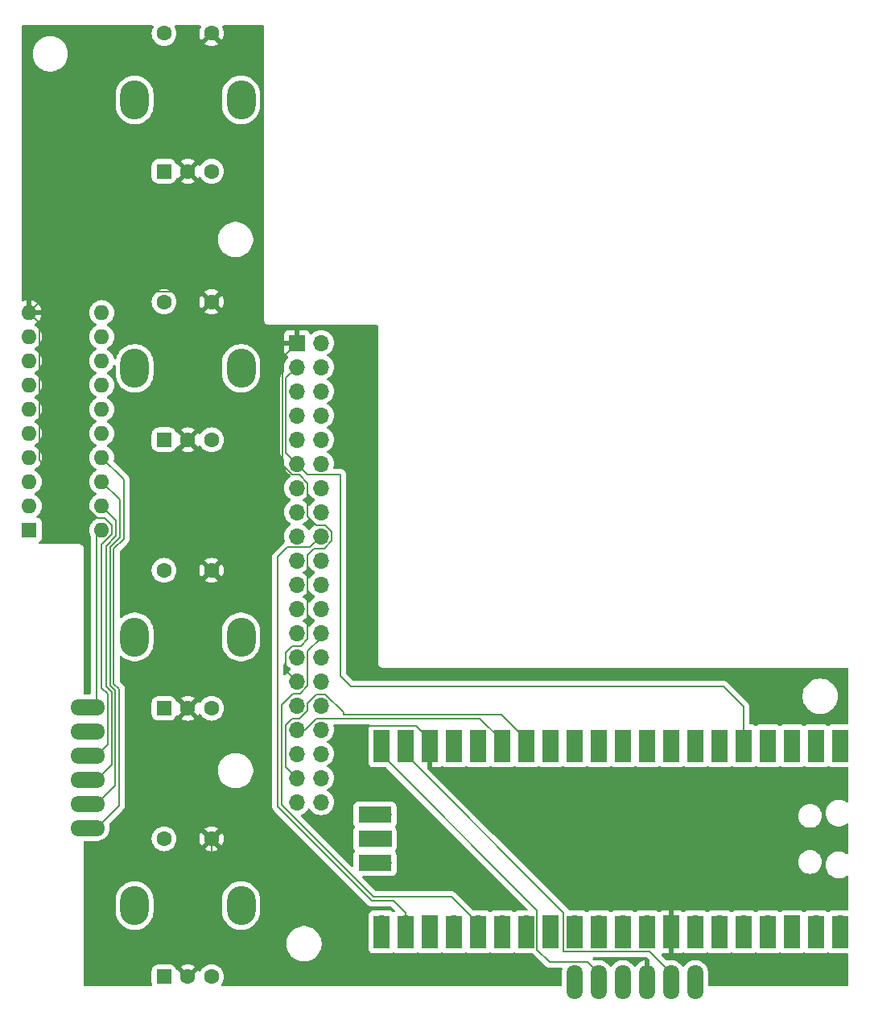
<source format=gbr>
G04 #@! TF.GenerationSoftware,KiCad,Pcbnew,8.0.4*
G04 #@! TF.CreationDate,2024-08-06T18:41:40+09:00*
G04 #@! TF.ProjectId,Fakedeck-garber,46616b65-6465-4636-9b2d-676172626572,rev?*
G04 #@! TF.SameCoordinates,Original*
G04 #@! TF.FileFunction,Copper,L2,Bot*
G04 #@! TF.FilePolarity,Positive*
%FSLAX46Y46*%
G04 Gerber Fmt 4.6, Leading zero omitted, Abs format (unit mm)*
G04 Created by KiCad (PCBNEW 8.0.4) date 2024-08-06 18:41:40*
%MOMM*%
%LPD*%
G01*
G04 APERTURE LIST*
G04 Aperture macros list*
%AMRoundRect*
0 Rectangle with rounded corners*
0 $1 Rounding radius*
0 $2 $3 $4 $5 $6 $7 $8 $9 X,Y pos of 4 corners*
0 Add a 4 corners polygon primitive as box body*
4,1,4,$2,$3,$4,$5,$6,$7,$8,$9,$2,$3,0*
0 Add four circle primitives for the rounded corners*
1,1,$1+$1,$2,$3*
1,1,$1+$1,$4,$5*
1,1,$1+$1,$6,$7*
1,1,$1+$1,$8,$9*
0 Add four rect primitives between the rounded corners*
20,1,$1+$1,$2,$3,$4,$5,0*
20,1,$1+$1,$4,$5,$6,$7,0*
20,1,$1+$1,$6,$7,$8,$9,0*
20,1,$1+$1,$8,$9,$2,$3,0*%
G04 Aperture macros list end*
G04 #@! TA.AperFunction,ComponentPad*
%ADD10RoundRect,0.250000X0.550000X-0.550000X0.550000X0.550000X-0.550000X0.550000X-0.550000X-0.550000X0*%
G04 #@! TD*
G04 #@! TA.AperFunction,ComponentPad*
%ADD11C,1.600000*%
G04 #@! TD*
G04 #@! TA.AperFunction,ComponentPad*
%ADD12O,3.000000X4.100000*%
G04 #@! TD*
G04 #@! TA.AperFunction,ComponentPad*
%ADD13O,1.700000X3.644000*%
G04 #@! TD*
G04 #@! TA.AperFunction,ComponentPad*
%ADD14O,1.700000X1.700000*%
G04 #@! TD*
G04 #@! TA.AperFunction,ComponentPad*
%ADD15R,1.700000X1.700000*%
G04 #@! TD*
G04 #@! TA.AperFunction,ComponentPad*
%ADD16O,3.644000X1.700000*%
G04 #@! TD*
G04 #@! TA.AperFunction,ComponentPad*
%ADD17R,1.600000X1.600000*%
G04 #@! TD*
G04 #@! TA.AperFunction,ComponentPad*
%ADD18O,1.600000X1.600000*%
G04 #@! TD*
G04 #@! TA.AperFunction,SMDPad,CuDef*
%ADD19R,1.700000X3.500000*%
G04 #@! TD*
G04 #@! TA.AperFunction,SMDPad,CuDef*
%ADD20R,3.500000X1.700000*%
G04 #@! TD*
G04 #@! TA.AperFunction,ViaPad*
%ADD21C,0.600000*%
G04 #@! TD*
G04 #@! TA.AperFunction,Conductor*
%ADD22C,0.200000*%
G04 #@! TD*
G04 APERTURE END LIST*
D10*
X133445000Y-143685000D03*
D11*
X138445000Y-143685000D03*
X135945000Y-143685000D03*
X133445000Y-129185000D03*
X138445000Y-129185000D03*
D12*
X130345000Y-136185000D03*
X141545000Y-136185000D03*
D10*
X133445000Y-59035000D03*
D11*
X138445000Y-59035000D03*
X135945000Y-59035000D03*
X133445000Y-44535000D03*
X138445000Y-44535000D03*
D12*
X130345000Y-51535000D03*
X141545000Y-51535000D03*
D13*
X189325000Y-144262000D03*
D14*
X189325000Y-145195000D03*
D13*
X186785000Y-144262000D03*
D14*
X186785000Y-145195000D03*
D13*
X184245000Y-144262000D03*
D14*
X184245000Y-145195000D03*
D13*
X181705000Y-144262000D03*
D14*
X181705000Y-145195000D03*
D13*
X179165000Y-144262000D03*
D14*
X179165000Y-145195000D03*
D13*
X176625000Y-144262000D03*
D14*
X176625000Y-145195000D03*
D10*
X133445000Y-87251668D03*
D11*
X138445000Y-87251668D03*
X135945000Y-87251668D03*
X133445000Y-72751668D03*
X138445000Y-72751668D03*
D12*
X130345000Y-79751668D03*
X141545000Y-79751668D03*
D10*
X133445000Y-115468334D03*
D11*
X138445000Y-115468334D03*
X135945000Y-115468334D03*
X133445000Y-100968334D03*
X138445000Y-100968334D03*
D12*
X130345000Y-107968334D03*
X141545000Y-107968334D03*
D15*
X147415000Y-77075000D03*
D14*
X147415000Y-79615000D03*
X147415000Y-82155000D03*
X147415000Y-84695000D03*
X147415000Y-87235000D03*
X147415000Y-89775000D03*
X147415000Y-92315000D03*
X147415000Y-94855000D03*
X147415000Y-97395000D03*
X147415000Y-99935000D03*
X147415000Y-102475000D03*
X147415000Y-105015000D03*
X147415000Y-107555000D03*
X147415000Y-110095000D03*
X147415000Y-112635000D03*
X147415000Y-115175000D03*
X147415000Y-117715000D03*
X147415000Y-120255000D03*
X147415000Y-122795000D03*
X147415000Y-125335000D03*
X149955000Y-77075000D03*
X149955000Y-79615000D03*
X149955000Y-82155000D03*
X149955000Y-84695000D03*
X149955000Y-87235000D03*
X149955000Y-89775000D03*
X149955000Y-92315000D03*
X149955000Y-94855000D03*
X149955000Y-97395000D03*
X149955000Y-99935000D03*
X149955000Y-102475000D03*
X149955000Y-105015000D03*
X149955000Y-107555000D03*
X149955000Y-110095000D03*
X149955000Y-112635000D03*
X149955000Y-115175000D03*
X149955000Y-117715000D03*
X149955000Y-120255000D03*
X149955000Y-122795000D03*
X149955000Y-125335000D03*
D16*
X125393000Y-115335000D03*
D14*
X124460000Y-115335000D03*
D16*
X125393000Y-117875000D03*
D14*
X124460000Y-117875000D03*
D16*
X125393000Y-120415000D03*
D14*
X124460000Y-120415000D03*
D16*
X125393000Y-122955000D03*
D14*
X124460000Y-122955000D03*
D16*
X125393000Y-125495000D03*
D14*
X124460000Y-125495000D03*
D16*
X125393000Y-128035000D03*
D14*
X124460000Y-128035000D03*
D17*
X119265000Y-96735000D03*
D18*
X119265000Y-94195000D03*
X119265000Y-91655000D03*
X119265000Y-89115000D03*
X119265000Y-86575000D03*
X119265000Y-84035000D03*
X119265000Y-81495000D03*
X119265000Y-78955000D03*
X119265000Y-76415000D03*
X119265000Y-73875000D03*
X126885000Y-73875000D03*
X126885000Y-76415000D03*
X126885000Y-78955000D03*
X126885000Y-81495000D03*
X126885000Y-84035000D03*
X126885000Y-86575000D03*
X126885000Y-89115000D03*
X126885000Y-91655000D03*
X126885000Y-94195000D03*
X126885000Y-96735000D03*
D14*
X204565000Y-138085000D03*
D19*
X204565000Y-138985000D03*
D14*
X202025000Y-138085000D03*
D19*
X202025000Y-138985000D03*
D15*
X199485000Y-138085000D03*
D19*
X199485000Y-138985000D03*
D14*
X196945000Y-138085000D03*
D19*
X196945000Y-138985000D03*
D14*
X194405000Y-138085000D03*
D19*
X194405000Y-138985000D03*
D14*
X191865000Y-138085000D03*
D19*
X191865000Y-138985000D03*
D14*
X189325000Y-138085000D03*
D19*
X189325000Y-138985000D03*
D15*
X186785000Y-138085000D03*
D19*
X186785000Y-138985000D03*
D14*
X184245000Y-138085000D03*
D19*
X184245000Y-138985000D03*
D14*
X181705000Y-138085000D03*
D19*
X181705000Y-138985000D03*
D14*
X179165000Y-138085000D03*
D19*
X179165000Y-138985000D03*
D14*
X176625000Y-138085000D03*
D19*
X176625000Y-138985000D03*
D15*
X174085000Y-138085000D03*
D19*
X174085000Y-138985000D03*
D14*
X171545000Y-138085000D03*
D19*
X171545000Y-138985000D03*
D14*
X169005000Y-138085000D03*
D19*
X169005000Y-138985000D03*
D14*
X166465000Y-138085000D03*
D19*
X166465000Y-138985000D03*
D14*
X163925000Y-138085000D03*
D19*
X163925000Y-138985000D03*
D15*
X161385000Y-138085000D03*
D19*
X161385000Y-138985000D03*
D14*
X158845000Y-138085000D03*
D19*
X158845000Y-138985000D03*
D14*
X156305000Y-138085000D03*
D19*
X156305000Y-138985000D03*
D14*
X156305000Y-120305000D03*
D19*
X156305000Y-119405000D03*
D14*
X158845000Y-120305000D03*
D19*
X158845000Y-119405000D03*
D15*
X161385000Y-120305000D03*
D19*
X161385000Y-119405000D03*
D14*
X163925000Y-120305000D03*
D19*
X163925000Y-119405000D03*
D14*
X166465000Y-120305000D03*
D19*
X166465000Y-119405000D03*
D14*
X169005000Y-120305000D03*
D19*
X169005000Y-119405000D03*
D14*
X171545000Y-120305000D03*
D19*
X171545000Y-119405000D03*
D15*
X174085000Y-120305000D03*
D19*
X174085000Y-119405000D03*
D14*
X176625000Y-120305000D03*
D19*
X176625000Y-119405000D03*
D14*
X179165000Y-120305000D03*
D19*
X179165000Y-119405000D03*
D14*
X181705000Y-120305000D03*
D19*
X181705000Y-119405000D03*
D14*
X184245000Y-120305000D03*
D19*
X184245000Y-119405000D03*
D15*
X186785000Y-120305000D03*
D19*
X186785000Y-119405000D03*
D14*
X189325000Y-120305000D03*
D19*
X189325000Y-119405000D03*
D14*
X191865000Y-120305000D03*
D19*
X191865000Y-119405000D03*
D14*
X194405000Y-120305000D03*
D19*
X194405000Y-119405000D03*
D14*
X196945000Y-120305000D03*
D19*
X196945000Y-119405000D03*
D15*
X199485000Y-120305000D03*
D19*
X199485000Y-119405000D03*
D14*
X202025000Y-120305000D03*
D19*
X202025000Y-119405000D03*
D14*
X204565000Y-120305000D03*
D19*
X204565000Y-119405000D03*
D14*
X156535000Y-131735000D03*
D20*
X155635000Y-131735000D03*
D15*
X156535000Y-129195000D03*
D20*
X155635000Y-129195000D03*
D14*
X156535000Y-126655000D03*
D20*
X155635000Y-126655000D03*
D21*
X153315000Y-117445000D03*
D22*
X175475000Y-136935000D02*
X175475000Y-141035000D01*
X158845000Y-120305000D02*
X175475000Y-136935000D01*
X175475000Y-141035000D02*
X184530000Y-141035000D01*
X184530000Y-141035000D02*
X186785000Y-143290000D01*
X128785000Y-97522007D02*
X128785000Y-93555000D01*
X128315000Y-123545000D02*
X128315000Y-113627282D01*
X127765000Y-98542007D02*
X128785000Y-97522007D01*
X174010000Y-142140000D02*
X178015000Y-142140000D01*
X127765000Y-113077282D02*
X127765000Y-98542007D01*
X172695000Y-140825000D02*
X174010000Y-142140000D01*
X128315000Y-113627282D02*
X127765000Y-113077282D01*
X126365000Y-125495000D02*
X128315000Y-123545000D01*
X178015000Y-142140000D02*
X179165000Y-143290000D01*
X156305000Y-120305000D02*
X172695000Y-136695000D01*
X128785000Y-93555000D02*
X126885000Y-91655000D01*
X172695000Y-136695000D02*
X172695000Y-140825000D01*
X128385000Y-95695000D02*
X126885000Y-94195000D01*
X128385000Y-97356321D02*
X128385000Y-95695000D01*
X127915000Y-113792968D02*
X127325000Y-113202968D01*
X127325000Y-113202968D02*
X127325000Y-98416321D01*
X127915000Y-121405000D02*
X127915000Y-113792968D01*
X127325000Y-98416321D02*
X128385000Y-97356321D01*
X126365000Y-122955000D02*
X127915000Y-121405000D01*
X128715000Y-125685000D02*
X128715000Y-113461596D01*
X128715000Y-113461596D02*
X128165000Y-112911596D01*
X128165000Y-98707693D02*
X129185000Y-97687693D01*
X126365000Y-128035000D02*
X128715000Y-125685000D01*
X129185000Y-91415000D02*
X126885000Y-89115000D01*
X128165000Y-112911596D02*
X128165000Y-98707693D01*
X129185000Y-97687693D02*
X129185000Y-91415000D01*
X127160635Y-95455000D02*
X126455000Y-95455000D01*
X148565000Y-95331346D02*
X149478654Y-96245000D01*
X127515000Y-119265000D02*
X127515000Y-113958654D01*
X121488332Y-71651668D02*
X119265000Y-73875000D01*
X127985000Y-97190635D02*
X127985000Y-96279365D01*
X126895000Y-98280635D02*
X127985000Y-97190635D01*
X126895000Y-113338654D02*
X126895000Y-98280635D01*
X150431346Y-96245000D02*
X151105000Y-96918654D01*
X137345000Y-71651668D02*
X121488332Y-71651668D01*
X148565000Y-99350685D02*
X148565000Y-108195000D01*
X146958654Y-90945000D02*
X147671346Y-90945000D01*
X150265661Y-98710685D02*
X149205000Y-98710685D01*
X138445000Y-129185000D02*
X138445000Y-141185000D01*
X138445000Y-141185000D02*
X135945000Y-143685000D01*
X149478654Y-96245000D02*
X150431346Y-96245000D01*
X151105000Y-96918654D02*
X151105000Y-97871346D01*
X146265000Y-109618654D02*
X146265000Y-111485000D01*
X120365000Y-89365000D02*
X120365000Y-74975000D01*
X148565000Y-91838654D02*
X148565000Y-95331346D01*
X127515000Y-113958654D02*
X126895000Y-113338654D01*
X147415000Y-77075000D02*
X145865000Y-78625000D01*
X147815000Y-108945000D02*
X146938654Y-108945000D01*
X138445000Y-72751668D02*
X137345000Y-71651668D01*
X126365000Y-120415000D02*
X127515000Y-119265000D01*
X127985000Y-96279365D02*
X127160635Y-95455000D01*
X145865000Y-78625000D02*
X145865000Y-89851346D01*
X149205000Y-98710685D02*
X148565000Y-99350685D01*
X153405000Y-117355000D02*
X159995000Y-117355000D01*
X161385000Y-118745000D02*
X161385000Y-120305000D01*
X120365000Y-74975000D02*
X119265000Y-73875000D01*
X147671346Y-90945000D02*
X148565000Y-91838654D01*
X148565000Y-108195000D02*
X147815000Y-108945000D01*
X146938654Y-108945000D02*
X146265000Y-109618654D01*
X126455000Y-95455000D02*
X120365000Y-89365000D01*
X159995000Y-117355000D02*
X161385000Y-118745000D01*
X146265000Y-111485000D02*
X147415000Y-112635000D01*
X151105000Y-97871346D02*
X150265661Y-98710685D01*
X153315000Y-117445000D02*
X153405000Y-117355000D01*
X145865000Y-89851346D02*
X146958654Y-90945000D01*
X155315000Y-135695000D02*
X157565000Y-135695000D01*
X145415000Y-125795000D02*
X155315000Y-135695000D01*
X145415000Y-99545000D02*
X145415000Y-125795000D01*
X158845000Y-136975000D02*
X158845000Y-138085000D01*
X146415000Y-98545000D02*
X145415000Y-99545000D01*
X157565000Y-135695000D02*
X158845000Y-136975000D01*
X149955000Y-97395000D02*
X148805000Y-98545000D01*
X148805000Y-98545000D02*
X146415000Y-98545000D01*
X146265000Y-80765000D02*
X146265000Y-88625000D01*
X126365000Y-115335000D02*
X126365000Y-97255000D01*
X192315000Y-113195000D02*
X194405000Y-115285000D01*
X126365000Y-97255000D02*
X126885000Y-96735000D01*
X194405000Y-115285000D02*
X194405000Y-120305000D01*
X146265000Y-88625000D02*
X147415000Y-89775000D01*
X148565000Y-90925000D02*
X152015000Y-90925000D01*
X126365000Y-115335000D02*
X126495000Y-115205000D01*
X147415000Y-79615000D02*
X146265000Y-80765000D01*
X152015000Y-90925000D02*
X152015000Y-112095000D01*
X147415000Y-89775000D02*
X148565000Y-90925000D01*
X153115000Y-113195000D02*
X192315000Y-113195000D01*
X152015000Y-112095000D02*
X153115000Y-113195000D01*
X152315000Y-116165000D02*
X152315000Y-115908654D01*
X147695000Y-116565000D02*
X146938654Y-116565000D01*
X148565000Y-114938654D02*
X148565000Y-115695000D01*
X171545000Y-118745000D02*
X168965000Y-116165000D01*
X146265000Y-117238654D02*
X146265000Y-121645000D01*
X168965000Y-116165000D02*
X152315000Y-116165000D01*
X171545000Y-120305000D02*
X171545000Y-118745000D01*
X146265000Y-121645000D02*
X147415000Y-122795000D01*
X150431346Y-114025000D02*
X149478654Y-114025000D01*
X148565000Y-115695000D02*
X147695000Y-116565000D01*
X152315000Y-115908654D02*
X150431346Y-114025000D01*
X149478654Y-114025000D02*
X148565000Y-114938654D01*
X146938654Y-116565000D02*
X146265000Y-117238654D01*
X169005000Y-118885000D02*
X169005000Y-120305000D01*
X166685000Y-116565000D02*
X169005000Y-118885000D01*
X148295000Y-117715000D02*
X149445000Y-116565000D01*
X147415000Y-117715000D02*
X148295000Y-117715000D01*
X149445000Y-116565000D02*
X166685000Y-116565000D01*
X148565000Y-113111346D02*
X147731346Y-113945000D01*
X147018654Y-113945000D02*
X145815000Y-115148654D01*
X163675000Y-135295000D02*
X166465000Y-138085000D01*
X166465000Y-139645000D02*
X166465000Y-138085000D01*
X149955000Y-107555000D02*
X149955000Y-108055000D01*
X147731346Y-113945000D02*
X147018654Y-113945000D01*
X145815000Y-125629314D02*
X155480686Y-135295000D01*
X149955000Y-108055000D02*
X148565000Y-109445000D01*
X145815000Y-115148654D02*
X145815000Y-125629314D01*
X155480686Y-135295000D02*
X163675000Y-135295000D01*
X148565000Y-109445000D02*
X148565000Y-113111346D01*
G04 #@! TA.AperFunction,Conductor*
G36*
X132274527Y-43715185D02*
G01*
X132320282Y-43767989D01*
X132330226Y-43837147D01*
X132316363Y-43877193D01*
X132316720Y-43877360D01*
X132315112Y-43880806D01*
X132314870Y-43881508D01*
X132314432Y-43882266D01*
X132218261Y-44088502D01*
X132218258Y-44088511D01*
X132159366Y-44308302D01*
X132159364Y-44308313D01*
X132139532Y-44534998D01*
X132139532Y-44535001D01*
X132159364Y-44761686D01*
X132159366Y-44761697D01*
X132218258Y-44981488D01*
X132218261Y-44981497D01*
X132314431Y-45187732D01*
X132314432Y-45187734D01*
X132444954Y-45374141D01*
X132605858Y-45535045D01*
X132605861Y-45535047D01*
X132792266Y-45665568D01*
X132998504Y-45761739D01*
X133218308Y-45820635D01*
X133380230Y-45834801D01*
X133444998Y-45840468D01*
X133445000Y-45840468D01*
X133445002Y-45840468D01*
X133501673Y-45835509D01*
X133671692Y-45820635D01*
X133891496Y-45761739D01*
X134097734Y-45665568D01*
X134284139Y-45535047D01*
X134445047Y-45374139D01*
X134575568Y-45187734D01*
X134671739Y-44981496D01*
X134730635Y-44761692D01*
X134750468Y-44535000D01*
X134730635Y-44308308D01*
X134671739Y-44088504D01*
X134575568Y-43882266D01*
X134575562Y-43882257D01*
X134575130Y-43881508D01*
X134575038Y-43881131D01*
X134573280Y-43877360D01*
X134574037Y-43877006D01*
X134558652Y-43813609D01*
X134581499Y-43747581D01*
X134636417Y-43704386D01*
X134682512Y-43695500D01*
X137208066Y-43695500D01*
X137275105Y-43715185D01*
X137320860Y-43767989D01*
X137330804Y-43837147D01*
X137316849Y-43877468D01*
X137317154Y-43877611D01*
X137315781Y-43880553D01*
X137315456Y-43881495D01*
X137314867Y-43882514D01*
X137218734Y-44088673D01*
X137218730Y-44088682D01*
X137159860Y-44308389D01*
X137159858Y-44308400D01*
X137140034Y-44534997D01*
X137140034Y-44535002D01*
X137159858Y-44761599D01*
X137159860Y-44761610D01*
X137218730Y-44981317D01*
X137218735Y-44981331D01*
X137314863Y-45187478D01*
X137365974Y-45260472D01*
X137962037Y-44664409D01*
X137979075Y-44727993D01*
X138044901Y-44842007D01*
X138137993Y-44935099D01*
X138252007Y-45000925D01*
X138315590Y-45017962D01*
X137719526Y-45614025D01*
X137792513Y-45665132D01*
X137792521Y-45665136D01*
X137998668Y-45761264D01*
X137998682Y-45761269D01*
X138218389Y-45820139D01*
X138218400Y-45820141D01*
X138444998Y-45839966D01*
X138445002Y-45839966D01*
X138671599Y-45820141D01*
X138671610Y-45820139D01*
X138891317Y-45761269D01*
X138891331Y-45761264D01*
X139097478Y-45665136D01*
X139170471Y-45614024D01*
X138574409Y-45017962D01*
X138637993Y-45000925D01*
X138752007Y-44935099D01*
X138845099Y-44842007D01*
X138910925Y-44727993D01*
X138927962Y-44664409D01*
X139524024Y-45260471D01*
X139575136Y-45187478D01*
X139671264Y-44981331D01*
X139671269Y-44981317D01*
X139730139Y-44761610D01*
X139730141Y-44761599D01*
X139749966Y-44535002D01*
X139749966Y-44534997D01*
X139730141Y-44308400D01*
X139730139Y-44308389D01*
X139671269Y-44088682D01*
X139671265Y-44088673D01*
X139575132Y-43882514D01*
X139574544Y-43881495D01*
X139574421Y-43880989D01*
X139572846Y-43877611D01*
X139573525Y-43877294D01*
X139558075Y-43813594D01*
X139580930Y-43747568D01*
X139635853Y-43704380D01*
X139681934Y-43695500D01*
X143840500Y-43695500D01*
X143907539Y-43715185D01*
X143953294Y-43767989D01*
X143964500Y-43819500D01*
X143964500Y-74760891D01*
X143998608Y-74888187D01*
X144031554Y-74945250D01*
X144064500Y-75002314D01*
X144157686Y-75095500D01*
X144271814Y-75161392D01*
X144399108Y-75195500D01*
X155840500Y-75195500D01*
X155907539Y-75215185D01*
X155953294Y-75267989D01*
X155964500Y-75319500D01*
X155964500Y-110760891D01*
X155998608Y-110888187D01*
X156031554Y-110945250D01*
X156064500Y-111002314D01*
X156157686Y-111095500D01*
X156271814Y-111161392D01*
X156399108Y-111195500D01*
X156530892Y-111195500D01*
X205340500Y-111195500D01*
X205407539Y-111215185D01*
X205453294Y-111267989D01*
X205464500Y-111319500D01*
X205464500Y-117030500D01*
X205444815Y-117097539D01*
X205392011Y-117143294D01*
X205340500Y-117154500D01*
X203667129Y-117154500D01*
X203667123Y-117154501D01*
X203607516Y-117160908D01*
X203472671Y-117211202D01*
X203472669Y-117211203D01*
X203369311Y-117288578D01*
X203303847Y-117312995D01*
X203235574Y-117298144D01*
X203220689Y-117288578D01*
X203117330Y-117211203D01*
X203117328Y-117211202D01*
X202982482Y-117160908D01*
X202982483Y-117160908D01*
X202922883Y-117154501D01*
X202922881Y-117154500D01*
X202922873Y-117154500D01*
X202922864Y-117154500D01*
X201127129Y-117154500D01*
X201127123Y-117154501D01*
X201067516Y-117160908D01*
X200932671Y-117211202D01*
X200932669Y-117211203D01*
X200829311Y-117288578D01*
X200763847Y-117312995D01*
X200695574Y-117298144D01*
X200680689Y-117288578D01*
X200577330Y-117211203D01*
X200577328Y-117211202D01*
X200442482Y-117160908D01*
X200442483Y-117160908D01*
X200382883Y-117154501D01*
X200382881Y-117154500D01*
X200382873Y-117154500D01*
X200382864Y-117154500D01*
X198587129Y-117154500D01*
X198587123Y-117154501D01*
X198527516Y-117160908D01*
X198392671Y-117211202D01*
X198392669Y-117211203D01*
X198289311Y-117288578D01*
X198223847Y-117312995D01*
X198155574Y-117298144D01*
X198140689Y-117288578D01*
X198037330Y-117211203D01*
X198037328Y-117211202D01*
X197902482Y-117160908D01*
X197902483Y-117160908D01*
X197842883Y-117154501D01*
X197842881Y-117154500D01*
X197842873Y-117154500D01*
X197842864Y-117154500D01*
X196047129Y-117154500D01*
X196047123Y-117154501D01*
X195987516Y-117160908D01*
X195852671Y-117211202D01*
X195852669Y-117211203D01*
X195749311Y-117288578D01*
X195683847Y-117312995D01*
X195615574Y-117298144D01*
X195600689Y-117288578D01*
X195497330Y-117211203D01*
X195497328Y-117211202D01*
X195362482Y-117160908D01*
X195362483Y-117160908D01*
X195302883Y-117154501D01*
X195302881Y-117154500D01*
X195302873Y-117154500D01*
X195302865Y-117154500D01*
X195129500Y-117154500D01*
X195062461Y-117134815D01*
X195016706Y-117082011D01*
X195005500Y-117030500D01*
X195005500Y-115205945D01*
X195005500Y-115205943D01*
X194964577Y-115053216D01*
X194915571Y-114968334D01*
X194885524Y-114916290D01*
X194885521Y-114916286D01*
X194885520Y-114916284D01*
X194773716Y-114804480D01*
X194773715Y-114804479D01*
X194769385Y-114800149D01*
X194769374Y-114800139D01*
X194042946Y-114073711D01*
X200614500Y-114073711D01*
X200614500Y-114316288D01*
X200634510Y-114468287D01*
X200646162Y-114556789D01*
X200665563Y-114629195D01*
X200708947Y-114791104D01*
X200801773Y-115015205D01*
X200801777Y-115015214D01*
X200823714Y-115053209D01*
X200923064Y-115225289D01*
X200923066Y-115225292D01*
X200923067Y-115225293D01*
X201070733Y-115417736D01*
X201070739Y-115417743D01*
X201242256Y-115589260D01*
X201242263Y-115589266D01*
X201263321Y-115605424D01*
X201434711Y-115736936D01*
X201644788Y-115858224D01*
X201868900Y-115951054D01*
X202103211Y-116013838D01*
X202283586Y-116037584D01*
X202343711Y-116045500D01*
X202343712Y-116045500D01*
X202586289Y-116045500D01*
X202634388Y-116039167D01*
X202826789Y-116013838D01*
X203061100Y-115951054D01*
X203285212Y-115858224D01*
X203495289Y-115736936D01*
X203687738Y-115589265D01*
X203859265Y-115417738D01*
X204006936Y-115225289D01*
X204128224Y-115015212D01*
X204221054Y-114791100D01*
X204283838Y-114556789D01*
X204315500Y-114316288D01*
X204315500Y-114073712D01*
X204283838Y-113833211D01*
X204221054Y-113598900D01*
X204128224Y-113374788D01*
X204006936Y-113164711D01*
X203946018Y-113085321D01*
X203859266Y-112972263D01*
X203859260Y-112972256D01*
X203687743Y-112800739D01*
X203687736Y-112800733D01*
X203495293Y-112653067D01*
X203495292Y-112653066D01*
X203495289Y-112653064D01*
X203285212Y-112531776D01*
X203285205Y-112531773D01*
X203061104Y-112438947D01*
X202826785Y-112376161D01*
X202586289Y-112344500D01*
X202586288Y-112344500D01*
X202343712Y-112344500D01*
X202343711Y-112344500D01*
X202103214Y-112376161D01*
X201868895Y-112438947D01*
X201644794Y-112531773D01*
X201644785Y-112531777D01*
X201434706Y-112653067D01*
X201242263Y-112800733D01*
X201242256Y-112800739D01*
X201070739Y-112972256D01*
X201070733Y-112972263D01*
X200923067Y-113164706D01*
X200801777Y-113374785D01*
X200801773Y-113374794D01*
X200708947Y-113598895D01*
X200646161Y-113833214D01*
X200614500Y-114073711D01*
X194042946Y-114073711D01*
X192802590Y-112833355D01*
X192802588Y-112833352D01*
X192683717Y-112714481D01*
X192683716Y-112714480D01*
X192579960Y-112654577D01*
X192579959Y-112654576D01*
X192546783Y-112635422D01*
X192490881Y-112620443D01*
X192394057Y-112594499D01*
X192235943Y-112594499D01*
X192228347Y-112594499D01*
X192228331Y-112594500D01*
X153415097Y-112594500D01*
X153348058Y-112574815D01*
X153327416Y-112558181D01*
X152651819Y-111882584D01*
X152618334Y-111821261D01*
X152615500Y-111794903D01*
X152615500Y-90845945D01*
X152615500Y-90845943D01*
X152574577Y-90693216D01*
X152547545Y-90646395D01*
X152495524Y-90556290D01*
X152495518Y-90556282D01*
X152383717Y-90444481D01*
X152383709Y-90444475D01*
X152246790Y-90365426D01*
X152246786Y-90365424D01*
X152246784Y-90365423D01*
X152094057Y-90324500D01*
X152094056Y-90324500D01*
X151367503Y-90324500D01*
X151300464Y-90304815D01*
X151254709Y-90252011D01*
X151244765Y-90182853D01*
X151247728Y-90168407D01*
X151262026Y-90115045D01*
X151290063Y-90010408D01*
X151310659Y-89775000D01*
X151290063Y-89539592D01*
X151237037Y-89341693D01*
X151228905Y-89311344D01*
X151228904Y-89311343D01*
X151228903Y-89311337D01*
X151129035Y-89097171D01*
X151123425Y-89089158D01*
X150993494Y-88903597D01*
X150826402Y-88736506D01*
X150826396Y-88736501D01*
X150640842Y-88606575D01*
X150597217Y-88551998D01*
X150590023Y-88482500D01*
X150621546Y-88420145D01*
X150640842Y-88403425D01*
X150744715Y-88330692D01*
X150826401Y-88273495D01*
X150993495Y-88106401D01*
X151129035Y-87912830D01*
X151228903Y-87698663D01*
X151290063Y-87470408D01*
X151310659Y-87235000D01*
X151290063Y-86999592D01*
X151237038Y-86801697D01*
X151228905Y-86771344D01*
X151228904Y-86771343D01*
X151228903Y-86771337D01*
X151129035Y-86557171D01*
X151123425Y-86549158D01*
X150993494Y-86363597D01*
X150826402Y-86196506D01*
X150826396Y-86196501D01*
X150640842Y-86066575D01*
X150597217Y-86011998D01*
X150590023Y-85942500D01*
X150621546Y-85880145D01*
X150640842Y-85863425D01*
X150663026Y-85847891D01*
X150826401Y-85733495D01*
X150993495Y-85566401D01*
X151129035Y-85372830D01*
X151228903Y-85158663D01*
X151290063Y-84930408D01*
X151310659Y-84695000D01*
X151290063Y-84459592D01*
X151237038Y-84261697D01*
X151228905Y-84231344D01*
X151228904Y-84231343D01*
X151228903Y-84231337D01*
X151129035Y-84017171D01*
X151123425Y-84009158D01*
X150993494Y-83823597D01*
X150826402Y-83656506D01*
X150826396Y-83656501D01*
X150640842Y-83526575D01*
X150597217Y-83471998D01*
X150590023Y-83402500D01*
X150621546Y-83340145D01*
X150640842Y-83323425D01*
X150663026Y-83307891D01*
X150826401Y-83193495D01*
X150993495Y-83026401D01*
X151129035Y-82832830D01*
X151228903Y-82618663D01*
X151290063Y-82390408D01*
X151310659Y-82155000D01*
X151290063Y-81919592D01*
X151237038Y-81721697D01*
X151228905Y-81691344D01*
X151228904Y-81691343D01*
X151228903Y-81691337D01*
X151129035Y-81477171D01*
X151123425Y-81469158D01*
X150993494Y-81283597D01*
X150826402Y-81116506D01*
X150826396Y-81116501D01*
X150640842Y-80986575D01*
X150597217Y-80931998D01*
X150590023Y-80862500D01*
X150621546Y-80800145D01*
X150640842Y-80783425D01*
X150663026Y-80767891D01*
X150826401Y-80653495D01*
X150993495Y-80486401D01*
X151129035Y-80292830D01*
X151228903Y-80078663D01*
X151290063Y-79850408D01*
X151310659Y-79615000D01*
X151290063Y-79379592D01*
X151237038Y-79181697D01*
X151228905Y-79151344D01*
X151228904Y-79151343D01*
X151228903Y-79151337D01*
X151129035Y-78937171D01*
X151123425Y-78929158D01*
X150993494Y-78743597D01*
X150826402Y-78576506D01*
X150826396Y-78576501D01*
X150640842Y-78446575D01*
X150597217Y-78391998D01*
X150590023Y-78322500D01*
X150621546Y-78260145D01*
X150640842Y-78243425D01*
X150749865Y-78167086D01*
X150826401Y-78113495D01*
X150993495Y-77946401D01*
X151129035Y-77752830D01*
X151228903Y-77538663D01*
X151290063Y-77310408D01*
X151310659Y-77075000D01*
X151290063Y-76839592D01*
X151237038Y-76641697D01*
X151228905Y-76611344D01*
X151228904Y-76611343D01*
X151228903Y-76611337D01*
X151129035Y-76397171D01*
X150993495Y-76203599D01*
X150993494Y-76203597D01*
X150826402Y-76036506D01*
X150826395Y-76036501D01*
X150632834Y-75900967D01*
X150632830Y-75900965D01*
X150561727Y-75867809D01*
X150418663Y-75801097D01*
X150418659Y-75801096D01*
X150418655Y-75801094D01*
X150190413Y-75739938D01*
X150190403Y-75739936D01*
X149955001Y-75719341D01*
X149954999Y-75719341D01*
X149719596Y-75739936D01*
X149719586Y-75739938D01*
X149491344Y-75801094D01*
X149491335Y-75801098D01*
X149277171Y-75900964D01*
X149277169Y-75900965D01*
X149083600Y-76036503D01*
X148961284Y-76158819D01*
X148899961Y-76192303D01*
X148830269Y-76187319D01*
X148774336Y-76145447D01*
X148757421Y-76114470D01*
X148708354Y-75982913D01*
X148708350Y-75982906D01*
X148622190Y-75867812D01*
X148622187Y-75867809D01*
X148507093Y-75781649D01*
X148507086Y-75781645D01*
X148372379Y-75731403D01*
X148372372Y-75731401D01*
X148312844Y-75725000D01*
X147665000Y-75725000D01*
X147665000Y-76641988D01*
X147607993Y-76609075D01*
X147480826Y-76575000D01*
X147349174Y-76575000D01*
X147222007Y-76609075D01*
X147165000Y-76641988D01*
X147165000Y-75725000D01*
X146517155Y-75725000D01*
X146457627Y-75731401D01*
X146457620Y-75731403D01*
X146322913Y-75781645D01*
X146322906Y-75781649D01*
X146207812Y-75867809D01*
X146207809Y-75867812D01*
X146121649Y-75982906D01*
X146121645Y-75982913D01*
X146071403Y-76117620D01*
X146071401Y-76117627D01*
X146065000Y-76177155D01*
X146065000Y-76825000D01*
X146981988Y-76825000D01*
X146949075Y-76882007D01*
X146915000Y-77009174D01*
X146915000Y-77140826D01*
X146949075Y-77267993D01*
X146981988Y-77325000D01*
X146065000Y-77325000D01*
X146065000Y-77972844D01*
X146071401Y-78032372D01*
X146071403Y-78032379D01*
X146121645Y-78167086D01*
X146121649Y-78167093D01*
X146207809Y-78282187D01*
X146207812Y-78282190D01*
X146322906Y-78368350D01*
X146322913Y-78368354D01*
X146454470Y-78417421D01*
X146510403Y-78459292D01*
X146534821Y-78524756D01*
X146519970Y-78593029D01*
X146498819Y-78621284D01*
X146376503Y-78743600D01*
X146240965Y-78937169D01*
X146240964Y-78937171D01*
X146141098Y-79151335D01*
X146141094Y-79151344D01*
X146079938Y-79379586D01*
X146079936Y-79379596D01*
X146059341Y-79614999D01*
X146059341Y-79615000D01*
X146079936Y-79850403D01*
X146079938Y-79850413D01*
X146114327Y-79978756D01*
X146112664Y-80048606D01*
X146082233Y-80098530D01*
X145896286Y-80284478D01*
X145784481Y-80396282D01*
X145784477Y-80396287D01*
X145763406Y-80432786D01*
X145763405Y-80432788D01*
X145705423Y-80533215D01*
X145664499Y-80685943D01*
X145664499Y-80685945D01*
X145664499Y-80854046D01*
X145664500Y-80854059D01*
X145664500Y-88538330D01*
X145664499Y-88538348D01*
X145664499Y-88704054D01*
X145664498Y-88704054D01*
X145673194Y-88736506D01*
X145705423Y-88856785D01*
X145720683Y-88883215D01*
X145732452Y-88903599D01*
X145784479Y-88993715D01*
X145903349Y-89112585D01*
X145903355Y-89112590D01*
X146082233Y-89291468D01*
X146115718Y-89352791D01*
X146114327Y-89411241D01*
X146079939Y-89539583D01*
X146079936Y-89539596D01*
X146059341Y-89774999D01*
X146059341Y-89775000D01*
X146079936Y-90010403D01*
X146079938Y-90010413D01*
X146141094Y-90238655D01*
X146141096Y-90238659D01*
X146141097Y-90238663D01*
X146200208Y-90365426D01*
X146240965Y-90452830D01*
X146240967Y-90452834D01*
X146376501Y-90646395D01*
X146376506Y-90646402D01*
X146543597Y-90813493D01*
X146543603Y-90813498D01*
X146729158Y-90943425D01*
X146772783Y-90998002D01*
X146779977Y-91067500D01*
X146748454Y-91129855D01*
X146729158Y-91146575D01*
X146543597Y-91276505D01*
X146376505Y-91443597D01*
X146240965Y-91637169D01*
X146240964Y-91637171D01*
X146141098Y-91851335D01*
X146141094Y-91851344D01*
X146079938Y-92079586D01*
X146079936Y-92079596D01*
X146059341Y-92314999D01*
X146059341Y-92315000D01*
X146079936Y-92550403D01*
X146079938Y-92550413D01*
X146141094Y-92778655D01*
X146141096Y-92778659D01*
X146141097Y-92778663D01*
X146191882Y-92887571D01*
X146240965Y-92992830D01*
X146240967Y-92992834D01*
X146291101Y-93064432D01*
X146376501Y-93186396D01*
X146376506Y-93186402D01*
X146543597Y-93353493D01*
X146543603Y-93353498D01*
X146729158Y-93483425D01*
X146772783Y-93538002D01*
X146779977Y-93607500D01*
X146748454Y-93669855D01*
X146729158Y-93686575D01*
X146543597Y-93816505D01*
X146376505Y-93983597D01*
X146240965Y-94177169D01*
X146240964Y-94177171D01*
X146141098Y-94391335D01*
X146141094Y-94391344D01*
X146079938Y-94619586D01*
X146079936Y-94619596D01*
X146059341Y-94854999D01*
X146059341Y-94855000D01*
X146079936Y-95090403D01*
X146079938Y-95090413D01*
X146141094Y-95318655D01*
X146141096Y-95318659D01*
X146141097Y-95318663D01*
X146221555Y-95491206D01*
X146240965Y-95532830D01*
X146240967Y-95532834D01*
X146291101Y-95604432D01*
X146376501Y-95726396D01*
X146376506Y-95726402D01*
X146543597Y-95893493D01*
X146543603Y-95893498D01*
X146729158Y-96023425D01*
X146772783Y-96078002D01*
X146779977Y-96147500D01*
X146748454Y-96209855D01*
X146729158Y-96226575D01*
X146543597Y-96356505D01*
X146376505Y-96523597D01*
X146240965Y-96717169D01*
X146240964Y-96717171D01*
X146141098Y-96931335D01*
X146141094Y-96931344D01*
X146079938Y-97159586D01*
X146079936Y-97159596D01*
X146059341Y-97394999D01*
X146059341Y-97395000D01*
X146079936Y-97630403D01*
X146079938Y-97630413D01*
X146141094Y-97858655D01*
X146141098Y-97858665D01*
X146148583Y-97874718D01*
X146159072Y-97943796D01*
X146130550Y-98007579D01*
X146098200Y-98034506D01*
X146046284Y-98064479D01*
X144934481Y-99176282D01*
X144934477Y-99176287D01*
X144887781Y-99257169D01*
X144887780Y-99257171D01*
X144855423Y-99313215D01*
X144814499Y-99465943D01*
X144814499Y-99465945D01*
X144814499Y-99634046D01*
X144814500Y-99634059D01*
X144814500Y-125708330D01*
X144814499Y-125708348D01*
X144814499Y-125874054D01*
X144814498Y-125874054D01*
X144853831Y-126020842D01*
X144855423Y-126026785D01*
X144856328Y-126028352D01*
X144856330Y-126028362D01*
X144856333Y-126028361D01*
X144934477Y-126163712D01*
X144934481Y-126163717D01*
X145053349Y-126282585D01*
X145053355Y-126282590D01*
X154830139Y-136059374D01*
X154830149Y-136059385D01*
X154834479Y-136063715D01*
X154834480Y-136063716D01*
X154946284Y-136175520D01*
X155006265Y-136210149D01*
X155033095Y-136225639D01*
X155033097Y-136225641D01*
X155083213Y-136254576D01*
X155083215Y-136254577D01*
X155235942Y-136295500D01*
X155235943Y-136295500D01*
X157264903Y-136295500D01*
X157331942Y-136315185D01*
X157352584Y-136331819D01*
X157685393Y-136664628D01*
X157718878Y-136725951D01*
X157713894Y-136795643D01*
X157672022Y-136851576D01*
X157649310Y-136868578D01*
X157583846Y-136892995D01*
X157515573Y-136878143D01*
X157500689Y-136868578D01*
X157397330Y-136791203D01*
X157397328Y-136791202D01*
X157262482Y-136740908D01*
X157262483Y-136740908D01*
X157202883Y-136734501D01*
X157202881Y-136734500D01*
X157202873Y-136734500D01*
X157202865Y-136734500D01*
X156369383Y-136734500D01*
X156358576Y-136734028D01*
X156305002Y-136729341D01*
X156304999Y-136729341D01*
X156277165Y-136731776D01*
X156251421Y-136734028D01*
X156240616Y-136734500D01*
X155407129Y-136734500D01*
X155407123Y-136734501D01*
X155347516Y-136740908D01*
X155212671Y-136791202D01*
X155212664Y-136791206D01*
X155097455Y-136877452D01*
X155097452Y-136877455D01*
X155011206Y-136992664D01*
X155011202Y-136992671D01*
X154960908Y-137127517D01*
X154954501Y-137187116D01*
X154954500Y-137187135D01*
X154954500Y-138020618D01*
X154954028Y-138031425D01*
X154949341Y-138084997D01*
X154949341Y-138085001D01*
X154954028Y-138138574D01*
X154954500Y-138149381D01*
X154954500Y-140782870D01*
X154954501Y-140782876D01*
X154960908Y-140842483D01*
X155011202Y-140977328D01*
X155011206Y-140977335D01*
X155097452Y-141092544D01*
X155097455Y-141092547D01*
X155212664Y-141178793D01*
X155212671Y-141178797D01*
X155347517Y-141229091D01*
X155347516Y-141229091D01*
X155354444Y-141229835D01*
X155407127Y-141235500D01*
X157202872Y-141235499D01*
X157262483Y-141229091D01*
X157397331Y-141178796D01*
X157500690Y-141101421D01*
X157566152Y-141077004D01*
X157634425Y-141091855D01*
X157649303Y-141101416D01*
X157752076Y-141178352D01*
X157752668Y-141178795D01*
X157752671Y-141178797D01*
X157887517Y-141229091D01*
X157887516Y-141229091D01*
X157894444Y-141229835D01*
X157947127Y-141235500D01*
X159742872Y-141235499D01*
X159802483Y-141229091D01*
X159937331Y-141178796D01*
X160040690Y-141101421D01*
X160106152Y-141077004D01*
X160174425Y-141091855D01*
X160189303Y-141101416D01*
X160292076Y-141178352D01*
X160292668Y-141178795D01*
X160292671Y-141178797D01*
X160427517Y-141229091D01*
X160427516Y-141229091D01*
X160434444Y-141229835D01*
X160487127Y-141235500D01*
X162282872Y-141235499D01*
X162342483Y-141229091D01*
X162477331Y-141178796D01*
X162580690Y-141101421D01*
X162646152Y-141077004D01*
X162714425Y-141091855D01*
X162729303Y-141101416D01*
X162832076Y-141178352D01*
X162832668Y-141178795D01*
X162832671Y-141178797D01*
X162967517Y-141229091D01*
X162967516Y-141229091D01*
X162974444Y-141229835D01*
X163027127Y-141235500D01*
X164822872Y-141235499D01*
X164882483Y-141229091D01*
X165017331Y-141178796D01*
X165120690Y-141101421D01*
X165186152Y-141077004D01*
X165254425Y-141091855D01*
X165269303Y-141101416D01*
X165372076Y-141178352D01*
X165372668Y-141178795D01*
X165372671Y-141178797D01*
X165507517Y-141229091D01*
X165507516Y-141229091D01*
X165514444Y-141229835D01*
X165567127Y-141235500D01*
X167362872Y-141235499D01*
X167422483Y-141229091D01*
X167557331Y-141178796D01*
X167660690Y-141101421D01*
X167726152Y-141077004D01*
X167794425Y-141091855D01*
X167809303Y-141101416D01*
X167912076Y-141178352D01*
X167912668Y-141178795D01*
X167912671Y-141178797D01*
X168047517Y-141229091D01*
X168047516Y-141229091D01*
X168054444Y-141229835D01*
X168107127Y-141235500D01*
X169902872Y-141235499D01*
X169962483Y-141229091D01*
X170097331Y-141178796D01*
X170200690Y-141101421D01*
X170266152Y-141077004D01*
X170334425Y-141091855D01*
X170349303Y-141101416D01*
X170452076Y-141178352D01*
X170452668Y-141178795D01*
X170452671Y-141178797D01*
X170587517Y-141229091D01*
X170587516Y-141229091D01*
X170594444Y-141229835D01*
X170647127Y-141235500D01*
X172204901Y-141235499D01*
X172271940Y-141255184D01*
X172292582Y-141271818D01*
X172333349Y-141312585D01*
X172333355Y-141312590D01*
X173525139Y-142504374D01*
X173525149Y-142504385D01*
X173529479Y-142508715D01*
X173529480Y-142508716D01*
X173641284Y-142620520D01*
X173720654Y-142666344D01*
X173778215Y-142699577D01*
X173930943Y-142740501D01*
X173930946Y-142740501D01*
X174096653Y-142740501D01*
X174096669Y-142740500D01*
X175212873Y-142740500D01*
X175279912Y-142760185D01*
X175325667Y-142812989D01*
X175335611Y-142882147D01*
X175330805Y-142902813D01*
X175309080Y-142969673D01*
X175307753Y-142973760D01*
X175274500Y-143183713D01*
X175274500Y-144570500D01*
X175254815Y-144637539D01*
X175202011Y-144683294D01*
X175150500Y-144694500D01*
X139563961Y-144694500D01*
X139496922Y-144674815D01*
X139451167Y-144622011D01*
X139441223Y-144552853D01*
X139462386Y-144499377D01*
X139505637Y-144437605D01*
X139575568Y-144337734D01*
X139671739Y-144131496D01*
X139730635Y-143911692D01*
X139750468Y-143685000D01*
X139730635Y-143458308D01*
X139671739Y-143238504D01*
X139575568Y-143032266D01*
X139475884Y-142889901D01*
X139445045Y-142845858D01*
X139284141Y-142684954D01*
X139097734Y-142554432D01*
X139097732Y-142554431D01*
X138891497Y-142458261D01*
X138891488Y-142458258D01*
X138671697Y-142399366D01*
X138671693Y-142399365D01*
X138671692Y-142399365D01*
X138671691Y-142399364D01*
X138671686Y-142399364D01*
X138445002Y-142379532D01*
X138444998Y-142379532D01*
X138218313Y-142399364D01*
X138218302Y-142399366D01*
X137998511Y-142458258D01*
X137998502Y-142458261D01*
X137792267Y-142554431D01*
X137792265Y-142554432D01*
X137605858Y-142684954D01*
X137444954Y-142845858D01*
X137314432Y-143032265D01*
X137314429Y-143032270D01*
X137307104Y-143047979D01*
X137260929Y-143100417D01*
X137193735Y-143119566D01*
X137126855Y-143099347D01*
X137082341Y-143047973D01*
X137075133Y-143032515D01*
X137075132Y-143032513D01*
X137024025Y-142959526D01*
X136427962Y-143555588D01*
X136410925Y-143492007D01*
X136345099Y-143377993D01*
X136252007Y-143284901D01*
X136137993Y-143219075D01*
X136074410Y-143202037D01*
X136670472Y-142605974D01*
X136597478Y-142554863D01*
X136391331Y-142458735D01*
X136391317Y-142458730D01*
X136171610Y-142399860D01*
X136171599Y-142399858D01*
X135945002Y-142380034D01*
X135944998Y-142380034D01*
X135718400Y-142399858D01*
X135718389Y-142399860D01*
X135498682Y-142458730D01*
X135498673Y-142458734D01*
X135292516Y-142554866D01*
X135292512Y-142554868D01*
X135219526Y-142605973D01*
X135219526Y-142605974D01*
X135815590Y-143202037D01*
X135752007Y-143219075D01*
X135637993Y-143284901D01*
X135544901Y-143377993D01*
X135479075Y-143492007D01*
X135462037Y-143555590D01*
X134865974Y-142959526D01*
X134829059Y-142962756D01*
X134760559Y-142948989D01*
X134710376Y-142900374D01*
X134700546Y-142878232D01*
X134694242Y-142859208D01*
X134679814Y-142815666D01*
X134587712Y-142666344D01*
X134463656Y-142542288D01*
X134370888Y-142485069D01*
X134314336Y-142450187D01*
X134314331Y-142450185D01*
X134312862Y-142449698D01*
X134147797Y-142395001D01*
X134147795Y-142395000D01*
X134045010Y-142384500D01*
X132844998Y-142384500D01*
X132844981Y-142384501D01*
X132742203Y-142395000D01*
X132742200Y-142395001D01*
X132575668Y-142450185D01*
X132575663Y-142450187D01*
X132426342Y-142542289D01*
X132302289Y-142666342D01*
X132210187Y-142815663D01*
X132210185Y-142815668D01*
X132189454Y-142878232D01*
X132155001Y-142982203D01*
X132155001Y-142982204D01*
X132155000Y-142982204D01*
X132144500Y-143084983D01*
X132144500Y-144285001D01*
X132144501Y-144285018D01*
X132155000Y-144387796D01*
X132155068Y-144388000D01*
X132202619Y-144531498D01*
X132205021Y-144601324D01*
X132169290Y-144661366D01*
X132106769Y-144692559D01*
X132084913Y-144694500D01*
X125089295Y-144694500D01*
X125022256Y-144674815D01*
X124976501Y-144622011D01*
X124965295Y-144570541D01*
X124965293Y-144565584D01*
X124963824Y-140083711D01*
X146324500Y-140083711D01*
X146324500Y-140326288D01*
X146356161Y-140566785D01*
X146418947Y-140801104D01*
X146436087Y-140842483D01*
X146511776Y-141025212D01*
X146633064Y-141235289D01*
X146633066Y-141235292D01*
X146633067Y-141235293D01*
X146780733Y-141427736D01*
X146780739Y-141427743D01*
X146952256Y-141599260D01*
X146952263Y-141599266D01*
X147030736Y-141659480D01*
X147144711Y-141746936D01*
X147354788Y-141868224D01*
X147578900Y-141961054D01*
X147813211Y-142023838D01*
X147993586Y-142047584D01*
X148053711Y-142055500D01*
X148053712Y-142055500D01*
X148296289Y-142055500D01*
X148344388Y-142049167D01*
X148536789Y-142023838D01*
X148771100Y-141961054D01*
X148995212Y-141868224D01*
X149205289Y-141746936D01*
X149397738Y-141599265D01*
X149569265Y-141427738D01*
X149716936Y-141235289D01*
X149838224Y-141025212D01*
X149931054Y-140801100D01*
X149993838Y-140566789D01*
X150025500Y-140326288D01*
X150025500Y-140083712D01*
X149993838Y-139843211D01*
X149931054Y-139608900D01*
X149838224Y-139384788D01*
X149716936Y-139174711D01*
X149569265Y-138982262D01*
X149569260Y-138982256D01*
X149397743Y-138810739D01*
X149397736Y-138810733D01*
X149205293Y-138663067D01*
X149205292Y-138663066D01*
X149205289Y-138663064D01*
X148995212Y-138541776D01*
X148974124Y-138533041D01*
X148771104Y-138448947D01*
X148536785Y-138386161D01*
X148296289Y-138354500D01*
X148296288Y-138354500D01*
X148053712Y-138354500D01*
X148053711Y-138354500D01*
X147813214Y-138386161D01*
X147578895Y-138448947D01*
X147354794Y-138541773D01*
X147354785Y-138541777D01*
X147144706Y-138663067D01*
X146952263Y-138810733D01*
X146952256Y-138810739D01*
X146780739Y-138982256D01*
X146780733Y-138982263D01*
X146633067Y-139174706D01*
X146511777Y-139384785D01*
X146511773Y-139384794D01*
X146418947Y-139608895D01*
X146356161Y-139843214D01*
X146324500Y-140083711D01*
X124963824Y-140083711D01*
X124962323Y-135503872D01*
X128344500Y-135503872D01*
X128344500Y-136866127D01*
X128361160Y-136992664D01*
X128378730Y-137126116D01*
X128395080Y-137187135D01*
X128446602Y-137379418D01*
X128446605Y-137379428D01*
X128546953Y-137621690D01*
X128546958Y-137621700D01*
X128678075Y-137848803D01*
X128837718Y-138056851D01*
X128837726Y-138056860D01*
X129023140Y-138242274D01*
X129023148Y-138242281D01*
X129231196Y-138401924D01*
X129458299Y-138533041D01*
X129458309Y-138533046D01*
X129700571Y-138633394D01*
X129700581Y-138633398D01*
X129953884Y-138701270D01*
X130213880Y-138735500D01*
X130213887Y-138735500D01*
X130476113Y-138735500D01*
X130476120Y-138735500D01*
X130736116Y-138701270D01*
X130989419Y-138633398D01*
X131231697Y-138533043D01*
X131458803Y-138401924D01*
X131666851Y-138242282D01*
X131666855Y-138242277D01*
X131666860Y-138242274D01*
X131852274Y-138056860D01*
X131852277Y-138056855D01*
X131852282Y-138056851D01*
X132011924Y-137848803D01*
X132143043Y-137621697D01*
X132243398Y-137379419D01*
X132311270Y-137126116D01*
X132345500Y-136866120D01*
X132345500Y-135503880D01*
X132345499Y-135503872D01*
X139544500Y-135503872D01*
X139544500Y-136866127D01*
X139561160Y-136992664D01*
X139578730Y-137126116D01*
X139595080Y-137187135D01*
X139646602Y-137379418D01*
X139646605Y-137379428D01*
X139746953Y-137621690D01*
X139746958Y-137621700D01*
X139878075Y-137848803D01*
X140037718Y-138056851D01*
X140037726Y-138056860D01*
X140223140Y-138242274D01*
X140223148Y-138242281D01*
X140431196Y-138401924D01*
X140658299Y-138533041D01*
X140658309Y-138533046D01*
X140900571Y-138633394D01*
X140900581Y-138633398D01*
X141153884Y-138701270D01*
X141413880Y-138735500D01*
X141413887Y-138735500D01*
X141676113Y-138735500D01*
X141676120Y-138735500D01*
X141936116Y-138701270D01*
X142189419Y-138633398D01*
X142431697Y-138533043D01*
X142658803Y-138401924D01*
X142866851Y-138242282D01*
X142866855Y-138242277D01*
X142866860Y-138242274D01*
X143052274Y-138056860D01*
X143052277Y-138056855D01*
X143052282Y-138056851D01*
X143211924Y-137848803D01*
X143343043Y-137621697D01*
X143443398Y-137379419D01*
X143511270Y-137126116D01*
X143545500Y-136866120D01*
X143545500Y-135503880D01*
X143511270Y-135243884D01*
X143443398Y-134990581D01*
X143416766Y-134926286D01*
X143343046Y-134748309D01*
X143343041Y-134748299D01*
X143211924Y-134521196D01*
X143052281Y-134313148D01*
X143052274Y-134313140D01*
X142866860Y-134127726D01*
X142866851Y-134127718D01*
X142658803Y-133968075D01*
X142431700Y-133836958D01*
X142431690Y-133836953D01*
X142189428Y-133736605D01*
X142189421Y-133736603D01*
X142189419Y-133736602D01*
X141936116Y-133668730D01*
X141878339Y-133661123D01*
X141676127Y-133634500D01*
X141676120Y-133634500D01*
X141413880Y-133634500D01*
X141413872Y-133634500D01*
X141182772Y-133664926D01*
X141153884Y-133668730D01*
X140900581Y-133736602D01*
X140900571Y-133736605D01*
X140658309Y-133836953D01*
X140658299Y-133836958D01*
X140431196Y-133968075D01*
X140223148Y-134127718D01*
X140037718Y-134313148D01*
X139878075Y-134521196D01*
X139746958Y-134748299D01*
X139746953Y-134748309D01*
X139646605Y-134990571D01*
X139646602Y-134990581D01*
X139578730Y-135243885D01*
X139544500Y-135503872D01*
X132345499Y-135503872D01*
X132311270Y-135243884D01*
X132243398Y-134990581D01*
X132216766Y-134926286D01*
X132143046Y-134748309D01*
X132143041Y-134748299D01*
X132011924Y-134521196D01*
X131852281Y-134313148D01*
X131852274Y-134313140D01*
X131666860Y-134127726D01*
X131666851Y-134127718D01*
X131458803Y-133968075D01*
X131231700Y-133836958D01*
X131231690Y-133836953D01*
X130989428Y-133736605D01*
X130989421Y-133736603D01*
X130989419Y-133736602D01*
X130736116Y-133668730D01*
X130678339Y-133661123D01*
X130476127Y-133634500D01*
X130476120Y-133634500D01*
X130213880Y-133634500D01*
X130213872Y-133634500D01*
X129982772Y-133664926D01*
X129953884Y-133668730D01*
X129700581Y-133736602D01*
X129700571Y-133736605D01*
X129458309Y-133836953D01*
X129458299Y-133836958D01*
X129231196Y-133968075D01*
X129023148Y-134127718D01*
X128837718Y-134313148D01*
X128678075Y-134521196D01*
X128546958Y-134748299D01*
X128546953Y-134748309D01*
X128446605Y-134990571D01*
X128446602Y-134990581D01*
X128378730Y-135243885D01*
X128344500Y-135503872D01*
X124962323Y-135503872D01*
X124960500Y-129941055D01*
X124960500Y-129509500D01*
X124980185Y-129442461D01*
X125032989Y-129396706D01*
X125084500Y-129385500D01*
X126471286Y-129385500D01*
X126471287Y-129385500D01*
X126681243Y-129352246D01*
X126883412Y-129286557D01*
X127072816Y-129190051D01*
X127079771Y-129184998D01*
X132139532Y-129184998D01*
X132139532Y-129185001D01*
X132159364Y-129411686D01*
X132159366Y-129411697D01*
X132218258Y-129631488D01*
X132218261Y-129631497D01*
X132314431Y-129837732D01*
X132314432Y-129837734D01*
X132444954Y-130024141D01*
X132605858Y-130185045D01*
X132605861Y-130185047D01*
X132792266Y-130315568D01*
X132998504Y-130411739D01*
X133218308Y-130470635D01*
X133380230Y-130484801D01*
X133444998Y-130490468D01*
X133445000Y-130490468D01*
X133445002Y-130490468D01*
X133501673Y-130485509D01*
X133671692Y-130470635D01*
X133891496Y-130411739D01*
X134097734Y-130315568D01*
X134284139Y-130185047D01*
X134445047Y-130024139D01*
X134575568Y-129837734D01*
X134671739Y-129631496D01*
X134730635Y-129411692D01*
X134750468Y-129185000D01*
X134750468Y-129184997D01*
X137140034Y-129184997D01*
X137140034Y-129185002D01*
X137159858Y-129411599D01*
X137159860Y-129411610D01*
X137218730Y-129631317D01*
X137218735Y-129631331D01*
X137314863Y-129837478D01*
X137365974Y-129910472D01*
X137962037Y-129314409D01*
X137979075Y-129377993D01*
X138044901Y-129492007D01*
X138137993Y-129585099D01*
X138252007Y-129650925D01*
X138315590Y-129667962D01*
X137719526Y-130264025D01*
X137792513Y-130315132D01*
X137792521Y-130315136D01*
X137998668Y-130411264D01*
X137998682Y-130411269D01*
X138218389Y-130470139D01*
X138218400Y-130470141D01*
X138444998Y-130489966D01*
X138445002Y-130489966D01*
X138671599Y-130470141D01*
X138671610Y-130470139D01*
X138891317Y-130411269D01*
X138891331Y-130411264D01*
X139097478Y-130315136D01*
X139170471Y-130264024D01*
X138574409Y-129667962D01*
X138637993Y-129650925D01*
X138752007Y-129585099D01*
X138845099Y-129492007D01*
X138910925Y-129377993D01*
X138927962Y-129314409D01*
X139524024Y-129910471D01*
X139575136Y-129837478D01*
X139671264Y-129631331D01*
X139671269Y-129631317D01*
X139730139Y-129411610D01*
X139730141Y-129411599D01*
X139749966Y-129185002D01*
X139749966Y-129184997D01*
X139730141Y-128958400D01*
X139730139Y-128958389D01*
X139671269Y-128738682D01*
X139671264Y-128738668D01*
X139575136Y-128532521D01*
X139575132Y-128532513D01*
X139524025Y-128459526D01*
X138927962Y-129055589D01*
X138910925Y-128992007D01*
X138845099Y-128877993D01*
X138752007Y-128784901D01*
X138637993Y-128719075D01*
X138574410Y-128702037D01*
X139170472Y-128105974D01*
X139097478Y-128054863D01*
X138891331Y-127958735D01*
X138891317Y-127958730D01*
X138671610Y-127899860D01*
X138671599Y-127899858D01*
X138445002Y-127880034D01*
X138444998Y-127880034D01*
X138218400Y-127899858D01*
X138218389Y-127899860D01*
X137998682Y-127958730D01*
X137998673Y-127958734D01*
X137792516Y-128054866D01*
X137792512Y-128054868D01*
X137719526Y-128105973D01*
X137719526Y-128105974D01*
X138315590Y-128702037D01*
X138252007Y-128719075D01*
X138137993Y-128784901D01*
X138044901Y-128877993D01*
X137979075Y-128992007D01*
X137962037Y-129055589D01*
X137365974Y-128459526D01*
X137365973Y-128459526D01*
X137314868Y-128532512D01*
X137314866Y-128532516D01*
X137218734Y-128738673D01*
X137218730Y-128738682D01*
X137159860Y-128958389D01*
X137159858Y-128958400D01*
X137140034Y-129184997D01*
X134750468Y-129184997D01*
X134730635Y-128958308D01*
X134684171Y-128784901D01*
X134671741Y-128738511D01*
X134671738Y-128738502D01*
X134662679Y-128719075D01*
X134575568Y-128532266D01*
X134477839Y-128392693D01*
X134445045Y-128345858D01*
X134284141Y-128184954D01*
X134097734Y-128054432D01*
X134097732Y-128054431D01*
X133891497Y-127958261D01*
X133891488Y-127958258D01*
X133671697Y-127899366D01*
X133671693Y-127899365D01*
X133671692Y-127899365D01*
X133671691Y-127899364D01*
X133671686Y-127899364D01*
X133445002Y-127879532D01*
X133444998Y-127879532D01*
X133218313Y-127899364D01*
X133218302Y-127899366D01*
X132998511Y-127958258D01*
X132998502Y-127958261D01*
X132792267Y-128054431D01*
X132792265Y-128054432D01*
X132605858Y-128184954D01*
X132444954Y-128345858D01*
X132314432Y-128532265D01*
X132314431Y-128532267D01*
X132218261Y-128738502D01*
X132218258Y-128738511D01*
X132159366Y-128958302D01*
X132159364Y-128958313D01*
X132139532Y-129184998D01*
X127079771Y-129184998D01*
X127170371Y-129119174D01*
X127244786Y-129065109D01*
X127244788Y-129065106D01*
X127244792Y-129065104D01*
X127395104Y-128914792D01*
X127395106Y-128914788D01*
X127395109Y-128914786D01*
X127520048Y-128742820D01*
X127520047Y-128742820D01*
X127520051Y-128742816D01*
X127616557Y-128553412D01*
X127682246Y-128351243D01*
X127715500Y-128141287D01*
X127715500Y-127928713D01*
X127682246Y-127718757D01*
X127668506Y-127676473D01*
X127666512Y-127606635D01*
X127698755Y-127550478D01*
X129073506Y-126175728D01*
X129073511Y-126175724D01*
X129083714Y-126165520D01*
X129083716Y-126165520D01*
X129195520Y-126053716D01*
X129250398Y-125958663D01*
X129274577Y-125916785D01*
X129315501Y-125764057D01*
X129315501Y-125605943D01*
X129315501Y-125598348D01*
X129315500Y-125598330D01*
X129315500Y-121893711D01*
X139114500Y-121893711D01*
X139114500Y-122136288D01*
X139146161Y-122376785D01*
X139208947Y-122611104D01*
X139301773Y-122835205D01*
X139301776Y-122835212D01*
X139423064Y-123045289D01*
X139423066Y-123045292D01*
X139423067Y-123045293D01*
X139570733Y-123237736D01*
X139570739Y-123237743D01*
X139742256Y-123409260D01*
X139742262Y-123409265D01*
X139934711Y-123556936D01*
X140144788Y-123678224D01*
X140368900Y-123771054D01*
X140603211Y-123833838D01*
X140783586Y-123857584D01*
X140843711Y-123865500D01*
X140843712Y-123865500D01*
X141086289Y-123865500D01*
X141134388Y-123859167D01*
X141326789Y-123833838D01*
X141561100Y-123771054D01*
X141785212Y-123678224D01*
X141995289Y-123556936D01*
X142187738Y-123409265D01*
X142359265Y-123237738D01*
X142506936Y-123045289D01*
X142628224Y-122835212D01*
X142721054Y-122611100D01*
X142783838Y-122376789D01*
X142815500Y-122136288D01*
X142815500Y-121893712D01*
X142783838Y-121653211D01*
X142721054Y-121418900D01*
X142628224Y-121194788D01*
X142506936Y-120984711D01*
X142439800Y-120897217D01*
X142359266Y-120792263D01*
X142359260Y-120792256D01*
X142187743Y-120620739D01*
X142187736Y-120620733D01*
X141995293Y-120473067D01*
X141995292Y-120473066D01*
X141995289Y-120473064D01*
X141806329Y-120363968D01*
X141785214Y-120351777D01*
X141785205Y-120351773D01*
X141561104Y-120258947D01*
X141326785Y-120196161D01*
X141086289Y-120164500D01*
X141086288Y-120164500D01*
X140843712Y-120164500D01*
X140843711Y-120164500D01*
X140603214Y-120196161D01*
X140368895Y-120258947D01*
X140144794Y-120351773D01*
X140144785Y-120351777D01*
X139934706Y-120473067D01*
X139742263Y-120620733D01*
X139742256Y-120620739D01*
X139570739Y-120792256D01*
X139570733Y-120792263D01*
X139423067Y-120984706D01*
X139301777Y-121194785D01*
X139301773Y-121194794D01*
X139208947Y-121418895D01*
X139146161Y-121653214D01*
X139114500Y-121893711D01*
X129315500Y-121893711D01*
X129315500Y-114868317D01*
X132144500Y-114868317D01*
X132144500Y-116068335D01*
X132144501Y-116068352D01*
X132155000Y-116171130D01*
X132155001Y-116171133D01*
X132210185Y-116337665D01*
X132210187Y-116337670D01*
X132245069Y-116394222D01*
X132302288Y-116486990D01*
X132426344Y-116611046D01*
X132575666Y-116703148D01*
X132742203Y-116758333D01*
X132844991Y-116768834D01*
X134045008Y-116768833D01*
X134147797Y-116758333D01*
X134314334Y-116703148D01*
X134463656Y-116611046D01*
X134587712Y-116486990D01*
X134679814Y-116337668D01*
X134700547Y-116275099D01*
X134740318Y-116217656D01*
X134804834Y-116190832D01*
X134829060Y-116190576D01*
X134865975Y-116193805D01*
X135462037Y-115597743D01*
X135479075Y-115661327D01*
X135544901Y-115775341D01*
X135637993Y-115868433D01*
X135752007Y-115934259D01*
X135815590Y-115951296D01*
X135219526Y-116547359D01*
X135292513Y-116598466D01*
X135292521Y-116598470D01*
X135498668Y-116694598D01*
X135498682Y-116694603D01*
X135718389Y-116753473D01*
X135718400Y-116753475D01*
X135944998Y-116773300D01*
X135945002Y-116773300D01*
X136171599Y-116753475D01*
X136171610Y-116753473D01*
X136391317Y-116694603D01*
X136391331Y-116694598D01*
X136597478Y-116598470D01*
X136670471Y-116547358D01*
X136074409Y-115951296D01*
X136137993Y-115934259D01*
X136252007Y-115868433D01*
X136345099Y-115775341D01*
X136410925Y-115661327D01*
X136427962Y-115597743D01*
X137024024Y-116193805D01*
X137075134Y-116120815D01*
X137082340Y-116105362D01*
X137128511Y-116052921D01*
X137195704Y-116033767D01*
X137262585Y-116053980D01*
X137307105Y-116105356D01*
X137314430Y-116121064D01*
X137314432Y-116121068D01*
X137444954Y-116307475D01*
X137605858Y-116468379D01*
X137605861Y-116468381D01*
X137792266Y-116598902D01*
X137998504Y-116695073D01*
X138218308Y-116753969D01*
X138380230Y-116768135D01*
X138444998Y-116773802D01*
X138445000Y-116773802D01*
X138445002Y-116773802D01*
X138501807Y-116768832D01*
X138671692Y-116753969D01*
X138891496Y-116695073D01*
X139097734Y-116598902D01*
X139284139Y-116468381D01*
X139445047Y-116307473D01*
X139575568Y-116121068D01*
X139671739Y-115914830D01*
X139730635Y-115695026D01*
X139750468Y-115468334D01*
X139730635Y-115241642D01*
X139671739Y-115021838D01*
X139575568Y-114815600D01*
X139445047Y-114629195D01*
X139445045Y-114629192D01*
X139284141Y-114468288D01*
X139097734Y-114337766D01*
X139097732Y-114337765D01*
X138891497Y-114241595D01*
X138891488Y-114241592D01*
X138671697Y-114182700D01*
X138671693Y-114182699D01*
X138671692Y-114182699D01*
X138671691Y-114182698D01*
X138671686Y-114182698D01*
X138445002Y-114162866D01*
X138444998Y-114162866D01*
X138218313Y-114182698D01*
X138218302Y-114182700D01*
X137998511Y-114241592D01*
X137998502Y-114241595D01*
X137792267Y-114337765D01*
X137792265Y-114337766D01*
X137605858Y-114468288D01*
X137444954Y-114629192D01*
X137314432Y-114815599D01*
X137314429Y-114815604D01*
X137307104Y-114831313D01*
X137260929Y-114883751D01*
X137193735Y-114902900D01*
X137126855Y-114882681D01*
X137082341Y-114831307D01*
X137075133Y-114815849D01*
X137075132Y-114815847D01*
X137024025Y-114742860D01*
X136427962Y-115338923D01*
X136410925Y-115275341D01*
X136345099Y-115161327D01*
X136252007Y-115068235D01*
X136137993Y-115002409D01*
X136074410Y-114985371D01*
X136670472Y-114389308D01*
X136597478Y-114338197D01*
X136391331Y-114242069D01*
X136391317Y-114242064D01*
X136171610Y-114183194D01*
X136171599Y-114183192D01*
X135945002Y-114163368D01*
X135944998Y-114163368D01*
X135718400Y-114183192D01*
X135718389Y-114183194D01*
X135498682Y-114242064D01*
X135498673Y-114242068D01*
X135292516Y-114338200D01*
X135292512Y-114338202D01*
X135219526Y-114389307D01*
X135219526Y-114389308D01*
X135815590Y-114985371D01*
X135752007Y-115002409D01*
X135637993Y-115068235D01*
X135544901Y-115161327D01*
X135479075Y-115275341D01*
X135462037Y-115338923D01*
X134865974Y-114742860D01*
X134829059Y-114746090D01*
X134760559Y-114732323D01*
X134710376Y-114683708D01*
X134700546Y-114661566D01*
X134679814Y-114599000D01*
X134587712Y-114449678D01*
X134463656Y-114325622D01*
X134344718Y-114252261D01*
X134314336Y-114233521D01*
X134314331Y-114233519D01*
X134312862Y-114233032D01*
X134147797Y-114178335D01*
X134147795Y-114178334D01*
X134045010Y-114167834D01*
X132844998Y-114167834D01*
X132844981Y-114167835D01*
X132742203Y-114178334D01*
X132742200Y-114178335D01*
X132575668Y-114233519D01*
X132575663Y-114233521D01*
X132426342Y-114325623D01*
X132302289Y-114449676D01*
X132210187Y-114598997D01*
X132210186Y-114599000D01*
X132155001Y-114765537D01*
X132155001Y-114765538D01*
X132155000Y-114765538D01*
X132144500Y-114868317D01*
X129315500Y-114868317D01*
X129315500Y-113382539D01*
X129310561Y-113364108D01*
X129310538Y-113364023D01*
X129304534Y-113341614D01*
X129304534Y-113341615D01*
X129274577Y-113229812D01*
X129274573Y-113229805D01*
X129195524Y-113092886D01*
X129195521Y-113092882D01*
X129195520Y-113092880D01*
X129083716Y-112981076D01*
X129083715Y-112981075D01*
X129079385Y-112976745D01*
X129079374Y-112976735D01*
X128801819Y-112699180D01*
X128768334Y-112637857D01*
X128765500Y-112611499D01*
X128765500Y-110067330D01*
X128785185Y-110000291D01*
X128837989Y-109954536D01*
X128907147Y-109944592D01*
X128970703Y-109973617D01*
X128977181Y-109979649D01*
X129023140Y-110025608D01*
X129023148Y-110025615D01*
X129231196Y-110185258D01*
X129458299Y-110316375D01*
X129458309Y-110316380D01*
X129700571Y-110416728D01*
X129700581Y-110416732D01*
X129953884Y-110484604D01*
X130213880Y-110518834D01*
X130213887Y-110518834D01*
X130476113Y-110518834D01*
X130476120Y-110518834D01*
X130736116Y-110484604D01*
X130989419Y-110416732D01*
X131231697Y-110316377D01*
X131458803Y-110185258D01*
X131666851Y-110025616D01*
X131666855Y-110025611D01*
X131666860Y-110025608D01*
X131852274Y-109840194D01*
X131852277Y-109840189D01*
X131852282Y-109840185D01*
X132011924Y-109632137D01*
X132143043Y-109405031D01*
X132243398Y-109162753D01*
X132311270Y-108909450D01*
X132345500Y-108649454D01*
X132345500Y-107287214D01*
X132345499Y-107287206D01*
X139544500Y-107287206D01*
X139544500Y-108649461D01*
X139561424Y-108778002D01*
X139578730Y-108909450D01*
X139646602Y-109162752D01*
X139646605Y-109162762D01*
X139746953Y-109405024D01*
X139746958Y-109405034D01*
X139878075Y-109632137D01*
X140037718Y-109840185D01*
X140037726Y-109840194D01*
X140223140Y-110025608D01*
X140223148Y-110025615D01*
X140431196Y-110185258D01*
X140658299Y-110316375D01*
X140658309Y-110316380D01*
X140900571Y-110416728D01*
X140900581Y-110416732D01*
X141153884Y-110484604D01*
X141413880Y-110518834D01*
X141413887Y-110518834D01*
X141676113Y-110518834D01*
X141676120Y-110518834D01*
X141936116Y-110484604D01*
X142189419Y-110416732D01*
X142431697Y-110316377D01*
X142658803Y-110185258D01*
X142866851Y-110025616D01*
X142866855Y-110025611D01*
X142866860Y-110025608D01*
X143052274Y-109840194D01*
X143052277Y-109840189D01*
X143052282Y-109840185D01*
X143211924Y-109632137D01*
X143343043Y-109405031D01*
X143443398Y-109162753D01*
X143511270Y-108909450D01*
X143545500Y-108649454D01*
X143545500Y-107287214D01*
X143511270Y-107027218D01*
X143443398Y-106773915D01*
X143405987Y-106683597D01*
X143343046Y-106531643D01*
X143343041Y-106531633D01*
X143211924Y-106304530D01*
X143052281Y-106096482D01*
X143052274Y-106096474D01*
X142866860Y-105911060D01*
X142866851Y-105911052D01*
X142658803Y-105751409D01*
X142431700Y-105620292D01*
X142431690Y-105620287D01*
X142189428Y-105519939D01*
X142189421Y-105519937D01*
X142189419Y-105519936D01*
X141936116Y-105452064D01*
X141878339Y-105444457D01*
X141676127Y-105417834D01*
X141676120Y-105417834D01*
X141413880Y-105417834D01*
X141413872Y-105417834D01*
X141182772Y-105448260D01*
X141153884Y-105452064D01*
X141054615Y-105478663D01*
X140900581Y-105519936D01*
X140900571Y-105519939D01*
X140658309Y-105620287D01*
X140658299Y-105620292D01*
X140431196Y-105751409D01*
X140223148Y-105911052D01*
X140037718Y-106096482D01*
X139878075Y-106304530D01*
X139746958Y-106531633D01*
X139746953Y-106531643D01*
X139646605Y-106773905D01*
X139646602Y-106773915D01*
X139578730Y-107027219D01*
X139544500Y-107287206D01*
X132345499Y-107287206D01*
X132311270Y-107027218D01*
X132243398Y-106773915D01*
X132205987Y-106683597D01*
X132143046Y-106531643D01*
X132143041Y-106531633D01*
X132011924Y-106304530D01*
X131852281Y-106096482D01*
X131852274Y-106096474D01*
X131666860Y-105911060D01*
X131666851Y-105911052D01*
X131458803Y-105751409D01*
X131231700Y-105620292D01*
X131231690Y-105620287D01*
X130989428Y-105519939D01*
X130989421Y-105519937D01*
X130989419Y-105519936D01*
X130736116Y-105452064D01*
X130678339Y-105444457D01*
X130476127Y-105417834D01*
X130476120Y-105417834D01*
X130213880Y-105417834D01*
X130213872Y-105417834D01*
X129982772Y-105448260D01*
X129953884Y-105452064D01*
X129854615Y-105478663D01*
X129700581Y-105519936D01*
X129700571Y-105519939D01*
X129458309Y-105620287D01*
X129458299Y-105620292D01*
X129231196Y-105751409D01*
X129023148Y-105911052D01*
X128977181Y-105957019D01*
X128915858Y-105990504D01*
X128846166Y-105985520D01*
X128790233Y-105943648D01*
X128765816Y-105878184D01*
X128765500Y-105869338D01*
X128765500Y-100968332D01*
X132139532Y-100968332D01*
X132139532Y-100968335D01*
X132159364Y-101195020D01*
X132159366Y-101195031D01*
X132218258Y-101414822D01*
X132218261Y-101414831D01*
X132314431Y-101621066D01*
X132314432Y-101621068D01*
X132444954Y-101807475D01*
X132605858Y-101968379D01*
X132605861Y-101968381D01*
X132792266Y-102098902D01*
X132998504Y-102195073D01*
X133218308Y-102253969D01*
X133380230Y-102268135D01*
X133444998Y-102273802D01*
X133445000Y-102273802D01*
X133445002Y-102273802D01*
X133501673Y-102268843D01*
X133671692Y-102253969D01*
X133891496Y-102195073D01*
X134097734Y-102098902D01*
X134284139Y-101968381D01*
X134445047Y-101807473D01*
X134575568Y-101621068D01*
X134671739Y-101414830D01*
X134730635Y-101195026D01*
X134750016Y-100973498D01*
X134750468Y-100968335D01*
X134750468Y-100968332D01*
X134750468Y-100968331D01*
X137140034Y-100968331D01*
X137140034Y-100968336D01*
X137159858Y-101194933D01*
X137159860Y-101194944D01*
X137218730Y-101414651D01*
X137218735Y-101414665D01*
X137314863Y-101620812D01*
X137365974Y-101693806D01*
X137962037Y-101097743D01*
X137979075Y-101161327D01*
X138044901Y-101275341D01*
X138137993Y-101368433D01*
X138252007Y-101434259D01*
X138315590Y-101451296D01*
X137719526Y-102047359D01*
X137792513Y-102098466D01*
X137792521Y-102098470D01*
X137998668Y-102194598D01*
X137998682Y-102194603D01*
X138218389Y-102253473D01*
X138218400Y-102253475D01*
X138444998Y-102273300D01*
X138445002Y-102273300D01*
X138671599Y-102253475D01*
X138671610Y-102253473D01*
X138891317Y-102194603D01*
X138891331Y-102194598D01*
X139097478Y-102098470D01*
X139170471Y-102047358D01*
X138574409Y-101451296D01*
X138637993Y-101434259D01*
X138752007Y-101368433D01*
X138845099Y-101275341D01*
X138910925Y-101161327D01*
X138927962Y-101097743D01*
X139524024Y-101693805D01*
X139575136Y-101620812D01*
X139671264Y-101414665D01*
X139671269Y-101414651D01*
X139730139Y-101194944D01*
X139730141Y-101194933D01*
X139749966Y-100968336D01*
X139749966Y-100968331D01*
X139730141Y-100741734D01*
X139730139Y-100741723D01*
X139671269Y-100522016D01*
X139671264Y-100522002D01*
X139575136Y-100315855D01*
X139575132Y-100315847D01*
X139524025Y-100242860D01*
X138927962Y-100838923D01*
X138910925Y-100775341D01*
X138845099Y-100661327D01*
X138752007Y-100568235D01*
X138637993Y-100502409D01*
X138574410Y-100485371D01*
X139170472Y-99889308D01*
X139097478Y-99838197D01*
X138891331Y-99742069D01*
X138891317Y-99742064D01*
X138671610Y-99683194D01*
X138671599Y-99683192D01*
X138445002Y-99663368D01*
X138444998Y-99663368D01*
X138218400Y-99683192D01*
X138218389Y-99683194D01*
X137998682Y-99742064D01*
X137998673Y-99742068D01*
X137792516Y-99838200D01*
X137792512Y-99838202D01*
X137719526Y-99889307D01*
X137719526Y-99889308D01*
X138315590Y-100485371D01*
X138252007Y-100502409D01*
X138137993Y-100568235D01*
X138044901Y-100661327D01*
X137979075Y-100775341D01*
X137962037Y-100838923D01*
X137365974Y-100242860D01*
X137365973Y-100242860D01*
X137314868Y-100315846D01*
X137314866Y-100315850D01*
X137218734Y-100522007D01*
X137218730Y-100522016D01*
X137159860Y-100741723D01*
X137159858Y-100741734D01*
X137140034Y-100968331D01*
X134750468Y-100968331D01*
X134736301Y-100806402D01*
X134730635Y-100741642D01*
X134671739Y-100521838D01*
X134575568Y-100315600D01*
X134445047Y-100129195D01*
X134445045Y-100129192D01*
X134284141Y-99968288D01*
X134097734Y-99837766D01*
X134097732Y-99837765D01*
X133891497Y-99741595D01*
X133891488Y-99741592D01*
X133671697Y-99682700D01*
X133671693Y-99682699D01*
X133671692Y-99682699D01*
X133671691Y-99682698D01*
X133671686Y-99682698D01*
X133445002Y-99662866D01*
X133444998Y-99662866D01*
X133218313Y-99682698D01*
X133218302Y-99682700D01*
X132998511Y-99741592D01*
X132998502Y-99741595D01*
X132792267Y-99837765D01*
X132792265Y-99837766D01*
X132605858Y-99968288D01*
X132444954Y-100129192D01*
X132314432Y-100315599D01*
X132314431Y-100315601D01*
X132218261Y-100521836D01*
X132218258Y-100521845D01*
X132159366Y-100741636D01*
X132159364Y-100741647D01*
X132139532Y-100968332D01*
X128765500Y-100968332D01*
X128765500Y-99007789D01*
X128785185Y-98940750D01*
X128801815Y-98920112D01*
X129543506Y-98178420D01*
X129543511Y-98178417D01*
X129553714Y-98168213D01*
X129553716Y-98168213D01*
X129665520Y-98056409D01*
X129731858Y-97941507D01*
X129744577Y-97919478D01*
X129785501Y-97766750D01*
X129785501Y-97608636D01*
X129785501Y-97601041D01*
X129785500Y-97601023D01*
X129785500Y-91335944D01*
X129785499Y-91335938D01*
X129782288Y-91323954D01*
X129779755Y-91314500D01*
X129744577Y-91183215D01*
X129693890Y-91095423D01*
X129665520Y-91046284D01*
X129553716Y-90934480D01*
X129553715Y-90934479D01*
X129549385Y-90930149D01*
X129549374Y-90930139D01*
X128176941Y-89557706D01*
X128143456Y-89496383D01*
X128144847Y-89437931D01*
X128151999Y-89411241D01*
X128170635Y-89341692D01*
X128190468Y-89115000D01*
X128170635Y-88888308D01*
X128111739Y-88668504D01*
X128015568Y-88462266D01*
X127885047Y-88275861D01*
X127885045Y-88275858D01*
X127724141Y-88114954D01*
X127537734Y-87984432D01*
X127537728Y-87984429D01*
X127479725Y-87957382D01*
X127427285Y-87911210D01*
X127408133Y-87844017D01*
X127428348Y-87777135D01*
X127479725Y-87732618D01*
X127537734Y-87705568D01*
X127724139Y-87575047D01*
X127885047Y-87414139D01*
X128015568Y-87227734D01*
X128111739Y-87021496D01*
X128170635Y-86801692D01*
X128183762Y-86651651D01*
X132144500Y-86651651D01*
X132144500Y-87851669D01*
X132144501Y-87851686D01*
X132155000Y-87954464D01*
X132155001Y-87954467D01*
X132189453Y-88058435D01*
X132210186Y-88121002D01*
X132302288Y-88270324D01*
X132426344Y-88394380D01*
X132575666Y-88486482D01*
X132742203Y-88541667D01*
X132844991Y-88552168D01*
X134045008Y-88552167D01*
X134046663Y-88551998D01*
X134105937Y-88545943D01*
X134147797Y-88541667D01*
X134314334Y-88486482D01*
X134463656Y-88394380D01*
X134587712Y-88270324D01*
X134679814Y-88121002D01*
X134700547Y-88058433D01*
X134740318Y-88000990D01*
X134804834Y-87974166D01*
X134829060Y-87973910D01*
X134865975Y-87977139D01*
X135462037Y-87381077D01*
X135479075Y-87444661D01*
X135544901Y-87558675D01*
X135637993Y-87651767D01*
X135752007Y-87717593D01*
X135815590Y-87734630D01*
X135219526Y-88330693D01*
X135292513Y-88381800D01*
X135292521Y-88381804D01*
X135498668Y-88477932D01*
X135498682Y-88477937D01*
X135718389Y-88536807D01*
X135718400Y-88536809D01*
X135944998Y-88556634D01*
X135945002Y-88556634D01*
X136171599Y-88536809D01*
X136171610Y-88536807D01*
X136391317Y-88477937D01*
X136391331Y-88477932D01*
X136597478Y-88381804D01*
X136670471Y-88330692D01*
X136074409Y-87734630D01*
X136137993Y-87717593D01*
X136252007Y-87651767D01*
X136345099Y-87558675D01*
X136410925Y-87444661D01*
X136427962Y-87381077D01*
X137024024Y-87977139D01*
X137075134Y-87904149D01*
X137082340Y-87888696D01*
X137128511Y-87836255D01*
X137195704Y-87817101D01*
X137262585Y-87837314D01*
X137307105Y-87888690D01*
X137314430Y-87904398D01*
X137314432Y-87904402D01*
X137444954Y-88090809D01*
X137605858Y-88251713D01*
X137605861Y-88251715D01*
X137792266Y-88382236D01*
X137998504Y-88478407D01*
X138218308Y-88537303D01*
X138380230Y-88551469D01*
X138444998Y-88557136D01*
X138445000Y-88557136D01*
X138445002Y-88557136D01*
X138501807Y-88552166D01*
X138671692Y-88537303D01*
X138891496Y-88478407D01*
X139097734Y-88382236D01*
X139284139Y-88251715D01*
X139445047Y-88090807D01*
X139575568Y-87904402D01*
X139671739Y-87698164D01*
X139730635Y-87478360D01*
X139750468Y-87251668D01*
X139730635Y-87024976D01*
X139671739Y-86805172D01*
X139575568Y-86598934D01*
X139445047Y-86412529D01*
X139445045Y-86412526D01*
X139284141Y-86251622D01*
X139097734Y-86121100D01*
X139097732Y-86121099D01*
X138891497Y-86024929D01*
X138891488Y-86024926D01*
X138671697Y-85966034D01*
X138671693Y-85966033D01*
X138671692Y-85966033D01*
X138671691Y-85966032D01*
X138671686Y-85966032D01*
X138445002Y-85946200D01*
X138444998Y-85946200D01*
X138218313Y-85966032D01*
X138218302Y-85966034D01*
X137998511Y-86024926D01*
X137998502Y-86024929D01*
X137792267Y-86121099D01*
X137792265Y-86121100D01*
X137605858Y-86251622D01*
X137444954Y-86412526D01*
X137314432Y-86598933D01*
X137314429Y-86598938D01*
X137307104Y-86614647D01*
X137260929Y-86667085D01*
X137193735Y-86686234D01*
X137126855Y-86666015D01*
X137082341Y-86614641D01*
X137075133Y-86599183D01*
X137075132Y-86599181D01*
X137024025Y-86526194D01*
X136427962Y-87122257D01*
X136410925Y-87058675D01*
X136345099Y-86944661D01*
X136252007Y-86851569D01*
X136137993Y-86785743D01*
X136074410Y-86768705D01*
X136670472Y-86172642D01*
X136597478Y-86121531D01*
X136391331Y-86025403D01*
X136391317Y-86025398D01*
X136171610Y-85966528D01*
X136171599Y-85966526D01*
X135945002Y-85946702D01*
X135944998Y-85946702D01*
X135718400Y-85966526D01*
X135718389Y-85966528D01*
X135498682Y-86025398D01*
X135498673Y-86025402D01*
X135292516Y-86121534D01*
X135292512Y-86121536D01*
X135219526Y-86172641D01*
X135219526Y-86172642D01*
X135815590Y-86768705D01*
X135752007Y-86785743D01*
X135637993Y-86851569D01*
X135544901Y-86944661D01*
X135479075Y-87058675D01*
X135462037Y-87122257D01*
X134865974Y-86526194D01*
X134829059Y-86529424D01*
X134760559Y-86515657D01*
X134710376Y-86467042D01*
X134700546Y-86444900D01*
X134679814Y-86382334D01*
X134587712Y-86233012D01*
X134463656Y-86108956D01*
X134367837Y-86049855D01*
X134314336Y-86016855D01*
X134314331Y-86016853D01*
X134312862Y-86016366D01*
X134147797Y-85961669D01*
X134147795Y-85961668D01*
X134045010Y-85951168D01*
X132844998Y-85951168D01*
X132844981Y-85951169D01*
X132742203Y-85961668D01*
X132742200Y-85961669D01*
X132575668Y-86016853D01*
X132575663Y-86016855D01*
X132426342Y-86108957D01*
X132302289Y-86233010D01*
X132210187Y-86382331D01*
X132210186Y-86382334D01*
X132155001Y-86548871D01*
X132155001Y-86548872D01*
X132155000Y-86548872D01*
X132144500Y-86651651D01*
X128183762Y-86651651D01*
X128190468Y-86575000D01*
X128170635Y-86348308D01*
X128111739Y-86128504D01*
X128015568Y-85922266D01*
X127885047Y-85735861D01*
X127885045Y-85735858D01*
X127724141Y-85574954D01*
X127537734Y-85444432D01*
X127537728Y-85444429D01*
X127479725Y-85417382D01*
X127427285Y-85371210D01*
X127408133Y-85304017D01*
X127428348Y-85237135D01*
X127479725Y-85192618D01*
X127537734Y-85165568D01*
X127724139Y-85035047D01*
X127885047Y-84874139D01*
X128015568Y-84687734D01*
X128111739Y-84481496D01*
X128170635Y-84261692D01*
X128190468Y-84035000D01*
X128170635Y-83808308D01*
X128111739Y-83588504D01*
X128015568Y-83382266D01*
X127885047Y-83195861D01*
X127885045Y-83195858D01*
X127724141Y-83034954D01*
X127537734Y-82904432D01*
X127537728Y-82904429D01*
X127479725Y-82877382D01*
X127427285Y-82831210D01*
X127408133Y-82764017D01*
X127428348Y-82697135D01*
X127479725Y-82652618D01*
X127537734Y-82625568D01*
X127724139Y-82495047D01*
X127885047Y-82334139D01*
X128015568Y-82147734D01*
X128111739Y-81941496D01*
X128170635Y-81721692D01*
X128190468Y-81495000D01*
X128170635Y-81268308D01*
X128111739Y-81048504D01*
X128015568Y-80842266D01*
X127885047Y-80655861D01*
X127885045Y-80655858D01*
X127724141Y-80494954D01*
X127537734Y-80364432D01*
X127537728Y-80364429D01*
X127479725Y-80337382D01*
X127427285Y-80291210D01*
X127408133Y-80224017D01*
X127428348Y-80157135D01*
X127479725Y-80112618D01*
X127537734Y-80085568D01*
X127724139Y-79955047D01*
X127885047Y-79794139D01*
X128015568Y-79607734D01*
X128108119Y-79409258D01*
X128154290Y-79356821D01*
X128221484Y-79337669D01*
X128288365Y-79357885D01*
X128333700Y-79411050D01*
X128344500Y-79461665D01*
X128344500Y-80432788D01*
X128378730Y-80692784D01*
X128424205Y-80862500D01*
X128446602Y-80946086D01*
X128446605Y-80946096D01*
X128546953Y-81188358D01*
X128546958Y-81188368D01*
X128678075Y-81415471D01*
X128837718Y-81623519D01*
X128837726Y-81623528D01*
X129023140Y-81808942D01*
X129023148Y-81808949D01*
X129231196Y-81968592D01*
X129458299Y-82099709D01*
X129458309Y-82099714D01*
X129700571Y-82200062D01*
X129700581Y-82200066D01*
X129953884Y-82267938D01*
X130213880Y-82302168D01*
X130213887Y-82302168D01*
X130476113Y-82302168D01*
X130476120Y-82302168D01*
X130736116Y-82267938D01*
X130989419Y-82200066D01*
X131231697Y-82099711D01*
X131458803Y-81968592D01*
X131666851Y-81808950D01*
X131666855Y-81808945D01*
X131666860Y-81808942D01*
X131852274Y-81623528D01*
X131852277Y-81623523D01*
X131852282Y-81623519D01*
X132011924Y-81415471D01*
X132143043Y-81188365D01*
X132243398Y-80946087D01*
X132311270Y-80692784D01*
X132345500Y-80432788D01*
X132345500Y-79070548D01*
X132345499Y-79070540D01*
X139544500Y-79070540D01*
X139544500Y-79070548D01*
X139544500Y-80432788D01*
X139578730Y-80692784D01*
X139624205Y-80862500D01*
X139646602Y-80946086D01*
X139646605Y-80946096D01*
X139746953Y-81188358D01*
X139746958Y-81188368D01*
X139878075Y-81415471D01*
X140037718Y-81623519D01*
X140037726Y-81623528D01*
X140223140Y-81808942D01*
X140223148Y-81808949D01*
X140431196Y-81968592D01*
X140658299Y-82099709D01*
X140658309Y-82099714D01*
X140900571Y-82200062D01*
X140900581Y-82200066D01*
X141153884Y-82267938D01*
X141413880Y-82302168D01*
X141413887Y-82302168D01*
X141676113Y-82302168D01*
X141676120Y-82302168D01*
X141936116Y-82267938D01*
X142189419Y-82200066D01*
X142431697Y-82099711D01*
X142658803Y-81968592D01*
X142866851Y-81808950D01*
X142866855Y-81808945D01*
X142866860Y-81808942D01*
X143052274Y-81623528D01*
X143052277Y-81623523D01*
X143052282Y-81623519D01*
X143211924Y-81415471D01*
X143343043Y-81188365D01*
X143443398Y-80946087D01*
X143511270Y-80692784D01*
X143545500Y-80432788D01*
X143545500Y-79070548D01*
X143511270Y-78810552D01*
X143443398Y-78557249D01*
X143423207Y-78508504D01*
X143343046Y-78314977D01*
X143343041Y-78314967D01*
X143211924Y-78087864D01*
X143052281Y-77879816D01*
X143052274Y-77879808D01*
X142866860Y-77694394D01*
X142866851Y-77694386D01*
X142658803Y-77534743D01*
X142431700Y-77403626D01*
X142431690Y-77403621D01*
X142189428Y-77303273D01*
X142189421Y-77303271D01*
X142189419Y-77303270D01*
X141936116Y-77235398D01*
X141878339Y-77227791D01*
X141676127Y-77201168D01*
X141676120Y-77201168D01*
X141413880Y-77201168D01*
X141413872Y-77201168D01*
X141182772Y-77231594D01*
X141153884Y-77235398D01*
X141032066Y-77268039D01*
X140900581Y-77303270D01*
X140900571Y-77303273D01*
X140658309Y-77403621D01*
X140658299Y-77403626D01*
X140431196Y-77534743D01*
X140223148Y-77694386D01*
X140037718Y-77879816D01*
X139878075Y-78087864D01*
X139746958Y-78314967D01*
X139746953Y-78314977D01*
X139646605Y-78557239D01*
X139646603Y-78557246D01*
X139646602Y-78557249D01*
X139583533Y-78792629D01*
X139578730Y-78810553D01*
X139544500Y-79070540D01*
X132345499Y-79070540D01*
X132311270Y-78810552D01*
X132243398Y-78557249D01*
X132223207Y-78508504D01*
X132143046Y-78314977D01*
X132143041Y-78314967D01*
X132011924Y-78087864D01*
X131852281Y-77879816D01*
X131852274Y-77879808D01*
X131666860Y-77694394D01*
X131666851Y-77694386D01*
X131458803Y-77534743D01*
X131231700Y-77403626D01*
X131231690Y-77403621D01*
X130989428Y-77303273D01*
X130989421Y-77303271D01*
X130989419Y-77303270D01*
X130736116Y-77235398D01*
X130678339Y-77227791D01*
X130476127Y-77201168D01*
X130476120Y-77201168D01*
X130213880Y-77201168D01*
X130213872Y-77201168D01*
X129982772Y-77231594D01*
X129953884Y-77235398D01*
X129832066Y-77268039D01*
X129700581Y-77303270D01*
X129700571Y-77303273D01*
X129458309Y-77403621D01*
X129458299Y-77403626D01*
X129231196Y-77534743D01*
X129023148Y-77694386D01*
X128837718Y-77879816D01*
X128678075Y-78087864D01*
X128546958Y-78314967D01*
X128546953Y-78314977D01*
X128446605Y-78557239D01*
X128446603Y-78557246D01*
X128446602Y-78557249D01*
X128429444Y-78621286D01*
X128405476Y-78710735D01*
X128369111Y-78770395D01*
X128306264Y-78800924D01*
X128236888Y-78792629D01*
X128183010Y-78748144D01*
X128165926Y-78710734D01*
X128111741Y-78508511D01*
X128111738Y-78508502D01*
X128057411Y-78391998D01*
X128015568Y-78302266D01*
X127885047Y-78115861D01*
X127885045Y-78115858D01*
X127724141Y-77954954D01*
X127537734Y-77824432D01*
X127537728Y-77824429D01*
X127479725Y-77797382D01*
X127427285Y-77751210D01*
X127408133Y-77684017D01*
X127428348Y-77617135D01*
X127479725Y-77572618D01*
X127537734Y-77545568D01*
X127724139Y-77415047D01*
X127885047Y-77254139D01*
X128015568Y-77067734D01*
X128111739Y-76861496D01*
X128170635Y-76641692D01*
X128190468Y-76415000D01*
X128170635Y-76188308D01*
X128111739Y-75968504D01*
X128015568Y-75762266D01*
X127885047Y-75575861D01*
X127885045Y-75575858D01*
X127724141Y-75414954D01*
X127537734Y-75284432D01*
X127537728Y-75284429D01*
X127479725Y-75257382D01*
X127427285Y-75211210D01*
X127408133Y-75144017D01*
X127428348Y-75077135D01*
X127479725Y-75032618D01*
X127480319Y-75032341D01*
X127537734Y-75005568D01*
X127724139Y-74875047D01*
X127885047Y-74714139D01*
X128015568Y-74527734D01*
X128111739Y-74321496D01*
X128170635Y-74101692D01*
X128190468Y-73875000D01*
X128170635Y-73648308D01*
X128111739Y-73428504D01*
X128015568Y-73222266D01*
X127885047Y-73035861D01*
X127885045Y-73035858D01*
X127724141Y-72874954D01*
X127548065Y-72751666D01*
X132139532Y-72751666D01*
X132139532Y-72751669D01*
X132159364Y-72978354D01*
X132159366Y-72978365D01*
X132218258Y-73198156D01*
X132218261Y-73198165D01*
X132314431Y-73404400D01*
X132314432Y-73404402D01*
X132444954Y-73590809D01*
X132605858Y-73751713D01*
X132605861Y-73751715D01*
X132792266Y-73882236D01*
X132998504Y-73978407D01*
X133218308Y-74037303D01*
X133380230Y-74051469D01*
X133444998Y-74057136D01*
X133445000Y-74057136D01*
X133445002Y-74057136D01*
X133501673Y-74052177D01*
X133671692Y-74037303D01*
X133891496Y-73978407D01*
X134097734Y-73882236D01*
X134284139Y-73751715D01*
X134445047Y-73590807D01*
X134575568Y-73404402D01*
X134671739Y-73198164D01*
X134730635Y-72978360D01*
X134750468Y-72751668D01*
X134750468Y-72751665D01*
X137140034Y-72751665D01*
X137140034Y-72751670D01*
X137159858Y-72978267D01*
X137159860Y-72978278D01*
X137218730Y-73197985D01*
X137218735Y-73197999D01*
X137314863Y-73404146D01*
X137365974Y-73477140D01*
X137962037Y-72881077D01*
X137979075Y-72944661D01*
X138044901Y-73058675D01*
X138137993Y-73151767D01*
X138252007Y-73217593D01*
X138315590Y-73234630D01*
X137719526Y-73830693D01*
X137792513Y-73881800D01*
X137792521Y-73881804D01*
X137998668Y-73977932D01*
X137998682Y-73977937D01*
X138218389Y-74036807D01*
X138218400Y-74036809D01*
X138444998Y-74056634D01*
X138445002Y-74056634D01*
X138671599Y-74036809D01*
X138671610Y-74036807D01*
X138891317Y-73977937D01*
X138891331Y-73977932D01*
X139097478Y-73881804D01*
X139170471Y-73830692D01*
X138574409Y-73234630D01*
X138637993Y-73217593D01*
X138752007Y-73151767D01*
X138845099Y-73058675D01*
X138910925Y-72944661D01*
X138927962Y-72881077D01*
X139524024Y-73477139D01*
X139575136Y-73404146D01*
X139671264Y-73197999D01*
X139671269Y-73197985D01*
X139730139Y-72978278D01*
X139730141Y-72978267D01*
X139749966Y-72751670D01*
X139749966Y-72751665D01*
X139730141Y-72525068D01*
X139730139Y-72525057D01*
X139671269Y-72305350D01*
X139671264Y-72305336D01*
X139575136Y-72099189D01*
X139575132Y-72099181D01*
X139524025Y-72026194D01*
X138927962Y-72622257D01*
X138910925Y-72558675D01*
X138845099Y-72444661D01*
X138752007Y-72351569D01*
X138637993Y-72285743D01*
X138574410Y-72268705D01*
X139170472Y-71672642D01*
X139097478Y-71621531D01*
X138891331Y-71525403D01*
X138891317Y-71525398D01*
X138671610Y-71466528D01*
X138671599Y-71466526D01*
X138445002Y-71446702D01*
X138444998Y-71446702D01*
X138218400Y-71466526D01*
X138218389Y-71466528D01*
X137998682Y-71525398D01*
X137998673Y-71525402D01*
X137792516Y-71621534D01*
X137792512Y-71621536D01*
X137719526Y-71672641D01*
X137719526Y-71672642D01*
X138315590Y-72268705D01*
X138252007Y-72285743D01*
X138137993Y-72351569D01*
X138044901Y-72444661D01*
X137979075Y-72558675D01*
X137962037Y-72622257D01*
X137365974Y-72026194D01*
X137365973Y-72026194D01*
X137314868Y-72099180D01*
X137314866Y-72099184D01*
X137218734Y-72305341D01*
X137218730Y-72305350D01*
X137159860Y-72525057D01*
X137159858Y-72525068D01*
X137140034Y-72751665D01*
X134750468Y-72751665D01*
X134730635Y-72524976D01*
X134671739Y-72305172D01*
X134575568Y-72098934D01*
X134445047Y-71912529D01*
X134445045Y-71912526D01*
X134284141Y-71751622D01*
X134097734Y-71621100D01*
X134097732Y-71621099D01*
X133891497Y-71524929D01*
X133891488Y-71524926D01*
X133671697Y-71466034D01*
X133671693Y-71466033D01*
X133671692Y-71466033D01*
X133671691Y-71466032D01*
X133671686Y-71466032D01*
X133445002Y-71446200D01*
X133444998Y-71446200D01*
X133218313Y-71466032D01*
X133218302Y-71466034D01*
X132998511Y-71524926D01*
X132998502Y-71524929D01*
X132792267Y-71621099D01*
X132792265Y-71621100D01*
X132605858Y-71751622D01*
X132444954Y-71912526D01*
X132314432Y-72098933D01*
X132314431Y-72098935D01*
X132218261Y-72305170D01*
X132218258Y-72305179D01*
X132159366Y-72524970D01*
X132159364Y-72524981D01*
X132139532Y-72751666D01*
X127548065Y-72751666D01*
X127537734Y-72744432D01*
X127537732Y-72744431D01*
X127331497Y-72648261D01*
X127331488Y-72648258D01*
X127111697Y-72589366D01*
X127111693Y-72589365D01*
X127111692Y-72589365D01*
X127111691Y-72589364D01*
X127111686Y-72589364D01*
X126885002Y-72569532D01*
X126884998Y-72569532D01*
X126658313Y-72589364D01*
X126658302Y-72589366D01*
X126438511Y-72648258D01*
X126438502Y-72648261D01*
X126232267Y-72744431D01*
X126232265Y-72744432D01*
X126045858Y-72874954D01*
X125884954Y-73035858D01*
X125754432Y-73222265D01*
X125754431Y-73222267D01*
X125658261Y-73428502D01*
X125658258Y-73428511D01*
X125599366Y-73648302D01*
X125599364Y-73648313D01*
X125579532Y-73874998D01*
X125579532Y-73875001D01*
X125599364Y-74101686D01*
X125599366Y-74101697D01*
X125658258Y-74321488D01*
X125658261Y-74321497D01*
X125754431Y-74527732D01*
X125754432Y-74527734D01*
X125884954Y-74714141D01*
X126045858Y-74875045D01*
X126045861Y-74875047D01*
X126232266Y-75005568D01*
X126289681Y-75032341D01*
X126290275Y-75032618D01*
X126342714Y-75078791D01*
X126361866Y-75145984D01*
X126341650Y-75212865D01*
X126290275Y-75257382D01*
X126232267Y-75284431D01*
X126232265Y-75284432D01*
X126045858Y-75414954D01*
X125884954Y-75575858D01*
X125754432Y-75762265D01*
X125754431Y-75762267D01*
X125658261Y-75968502D01*
X125658258Y-75968511D01*
X125599366Y-76188302D01*
X125599364Y-76188313D01*
X125579532Y-76414998D01*
X125579532Y-76415001D01*
X125599364Y-76641686D01*
X125599366Y-76641697D01*
X125658258Y-76861488D01*
X125658261Y-76861497D01*
X125754431Y-77067732D01*
X125754432Y-77067734D01*
X125884954Y-77254141D01*
X126045858Y-77415045D01*
X126045861Y-77415047D01*
X126232266Y-77545568D01*
X126290275Y-77572618D01*
X126342714Y-77618791D01*
X126361866Y-77685984D01*
X126341650Y-77752865D01*
X126290275Y-77797382D01*
X126232267Y-77824431D01*
X126232265Y-77824432D01*
X126045858Y-77954954D01*
X125884954Y-78115858D01*
X125754432Y-78302265D01*
X125754431Y-78302267D01*
X125658261Y-78508502D01*
X125658258Y-78508511D01*
X125599366Y-78728302D01*
X125599364Y-78728313D01*
X125579532Y-78954998D01*
X125579532Y-78955001D01*
X125599364Y-79181686D01*
X125599366Y-79181697D01*
X125658258Y-79401488D01*
X125658261Y-79401497D01*
X125754431Y-79607732D01*
X125754432Y-79607734D01*
X125884954Y-79794141D01*
X126045858Y-79955045D01*
X126045861Y-79955047D01*
X126232266Y-80085568D01*
X126290275Y-80112618D01*
X126342714Y-80158791D01*
X126361866Y-80225984D01*
X126341650Y-80292865D01*
X126290275Y-80337382D01*
X126232267Y-80364431D01*
X126232265Y-80364432D01*
X126045858Y-80494954D01*
X125884954Y-80655858D01*
X125754432Y-80842265D01*
X125754431Y-80842267D01*
X125658261Y-81048502D01*
X125658258Y-81048511D01*
X125599366Y-81268302D01*
X125599364Y-81268313D01*
X125579532Y-81494998D01*
X125579532Y-81495001D01*
X125599364Y-81721686D01*
X125599366Y-81721697D01*
X125658258Y-81941488D01*
X125658261Y-81941497D01*
X125754431Y-82147732D01*
X125754432Y-82147734D01*
X125884954Y-82334141D01*
X126045858Y-82495045D01*
X126045861Y-82495047D01*
X126232266Y-82625568D01*
X126290275Y-82652618D01*
X126342714Y-82698791D01*
X126361866Y-82765984D01*
X126341650Y-82832865D01*
X126290275Y-82877382D01*
X126232267Y-82904431D01*
X126232265Y-82904432D01*
X126045858Y-83034954D01*
X125884954Y-83195858D01*
X125754432Y-83382265D01*
X125754431Y-83382267D01*
X125658261Y-83588502D01*
X125658258Y-83588511D01*
X125599366Y-83808302D01*
X125599364Y-83808313D01*
X125579532Y-84034998D01*
X125579532Y-84035001D01*
X125599364Y-84261686D01*
X125599366Y-84261697D01*
X125658258Y-84481488D01*
X125658261Y-84481497D01*
X125754431Y-84687732D01*
X125754432Y-84687734D01*
X125884954Y-84874141D01*
X126045858Y-85035045D01*
X126045861Y-85035047D01*
X126232266Y-85165568D01*
X126290275Y-85192618D01*
X126342714Y-85238791D01*
X126361866Y-85305984D01*
X126341650Y-85372865D01*
X126290275Y-85417382D01*
X126232267Y-85444431D01*
X126232265Y-85444432D01*
X126045858Y-85574954D01*
X125884954Y-85735858D01*
X125754432Y-85922265D01*
X125754431Y-85922267D01*
X125658261Y-86128502D01*
X125658258Y-86128511D01*
X125599366Y-86348302D01*
X125599364Y-86348313D01*
X125579532Y-86574998D01*
X125579532Y-86575001D01*
X125599364Y-86801686D01*
X125599366Y-86801697D01*
X125658258Y-87021488D01*
X125658261Y-87021497D01*
X125754431Y-87227732D01*
X125754432Y-87227734D01*
X125884954Y-87414141D01*
X126045858Y-87575045D01*
X126045861Y-87575047D01*
X126232266Y-87705568D01*
X126258054Y-87717593D01*
X126290275Y-87732618D01*
X126342714Y-87778791D01*
X126361866Y-87845984D01*
X126341650Y-87912865D01*
X126290275Y-87957382D01*
X126232267Y-87984431D01*
X126232265Y-87984432D01*
X126045858Y-88114954D01*
X125884954Y-88275858D01*
X125754432Y-88462265D01*
X125754431Y-88462267D01*
X125658261Y-88668502D01*
X125658258Y-88668511D01*
X125599366Y-88888302D01*
X125599364Y-88888313D01*
X125579532Y-89114998D01*
X125579532Y-89115001D01*
X125599364Y-89341686D01*
X125599366Y-89341697D01*
X125658258Y-89561488D01*
X125658261Y-89561497D01*
X125754431Y-89767732D01*
X125754432Y-89767734D01*
X125884954Y-89954141D01*
X126045858Y-90115045D01*
X126045861Y-90115047D01*
X126232266Y-90245568D01*
X126290275Y-90272618D01*
X126342714Y-90318791D01*
X126361866Y-90385984D01*
X126341650Y-90452865D01*
X126290275Y-90497382D01*
X126232267Y-90524431D01*
X126232265Y-90524432D01*
X126045858Y-90654954D01*
X125884954Y-90815858D01*
X125754432Y-91002265D01*
X125754431Y-91002267D01*
X125658261Y-91208502D01*
X125658258Y-91208511D01*
X125599366Y-91428302D01*
X125599364Y-91428313D01*
X125579532Y-91654998D01*
X125579532Y-91655001D01*
X125599364Y-91881686D01*
X125599366Y-91881697D01*
X125658258Y-92101488D01*
X125658261Y-92101497D01*
X125754431Y-92307732D01*
X125754432Y-92307734D01*
X125884954Y-92494141D01*
X126045858Y-92655045D01*
X126045861Y-92655047D01*
X126232266Y-92785568D01*
X126290275Y-92812618D01*
X126342714Y-92858791D01*
X126361866Y-92925984D01*
X126341650Y-92992865D01*
X126290275Y-93037382D01*
X126232267Y-93064431D01*
X126232265Y-93064432D01*
X126045858Y-93194954D01*
X125884954Y-93355858D01*
X125754432Y-93542265D01*
X125754431Y-93542267D01*
X125658261Y-93748502D01*
X125658258Y-93748511D01*
X125599366Y-93968302D01*
X125599364Y-93968313D01*
X125579532Y-94194998D01*
X125579532Y-94195001D01*
X125599364Y-94421686D01*
X125599366Y-94421697D01*
X125658258Y-94641488D01*
X125658261Y-94641497D01*
X125754431Y-94847732D01*
X125754432Y-94847734D01*
X125884954Y-95034141D01*
X126045858Y-95195045D01*
X126045861Y-95195047D01*
X126232266Y-95325568D01*
X126290275Y-95352618D01*
X126342714Y-95398791D01*
X126361866Y-95465984D01*
X126341650Y-95532865D01*
X126290275Y-95577381D01*
X126290118Y-95577455D01*
X126232267Y-95604431D01*
X126232265Y-95604432D01*
X126045858Y-95734954D01*
X125884954Y-95895858D01*
X125754432Y-96082265D01*
X125754431Y-96082267D01*
X125658261Y-96288502D01*
X125658258Y-96288511D01*
X125599366Y-96508302D01*
X125599364Y-96508313D01*
X125579532Y-96734998D01*
X125579532Y-96735001D01*
X125599364Y-96961686D01*
X125599366Y-96961697D01*
X125658258Y-97181488D01*
X125658260Y-97181492D01*
X125658261Y-97181496D01*
X125752882Y-97384410D01*
X125764500Y-97436815D01*
X125764500Y-113860500D01*
X125744815Y-113927539D01*
X125692011Y-113973294D01*
X125640500Y-113984500D01*
X125084500Y-113984500D01*
X125017461Y-113964815D01*
X124971706Y-113912011D01*
X124960500Y-113860500D01*
X124960500Y-113431218D01*
X124960906Y-112234901D01*
X124965474Y-98769336D01*
X124965500Y-98768954D01*
X124965500Y-98694120D01*
X124965522Y-98629276D01*
X124965500Y-98629107D01*
X124948530Y-98565778D01*
X124948518Y-98565734D01*
X124947900Y-98563425D01*
X124931458Y-98501972D01*
X124931455Y-98501967D01*
X124931453Y-98501959D01*
X124931398Y-98501824D01*
X124922189Y-98485875D01*
X124898698Y-98445188D01*
X124865604Y-98387822D01*
X124865603Y-98387820D01*
X124865498Y-98387683D01*
X124819028Y-98341214D01*
X124818997Y-98341183D01*
X124772452Y-98294606D01*
X124772451Y-98294605D01*
X124772450Y-98294604D01*
X124772447Y-98294602D01*
X124772313Y-98294499D01*
X124716215Y-98262111D01*
X124716179Y-98262090D01*
X124658347Y-98228674D01*
X124658304Y-98228657D01*
X124658184Y-98228607D01*
X124595923Y-98211925D01*
X124595882Y-98211914D01*
X124531029Y-98194513D01*
X124530927Y-98194500D01*
X124530892Y-98194500D01*
X124465170Y-98194500D01*
X124465100Y-98194499D01*
X124391362Y-98194475D01*
X124390982Y-98194500D01*
X120391745Y-98194500D01*
X120324706Y-98174815D01*
X120278951Y-98122011D01*
X120269007Y-98052853D01*
X120298032Y-97989297D01*
X120317433Y-97971234D01*
X120354085Y-97943796D01*
X120422546Y-97892546D01*
X120508796Y-97777331D01*
X120559091Y-97642483D01*
X120565500Y-97582873D01*
X120565499Y-95887128D01*
X120559091Y-95827517D01*
X120524567Y-95734954D01*
X120508797Y-95692671D01*
X120508793Y-95692664D01*
X120422547Y-95577455D01*
X120422544Y-95577452D01*
X120307335Y-95491206D01*
X120307328Y-95491202D01*
X120172482Y-95440908D01*
X120172483Y-95440908D01*
X120137404Y-95437137D01*
X120072853Y-95410399D01*
X120033005Y-95353006D01*
X120030512Y-95283181D01*
X120066165Y-95223092D01*
X120079539Y-95212272D01*
X120104140Y-95195046D01*
X120265045Y-95034141D01*
X120265047Y-95034139D01*
X120395568Y-94847734D01*
X120491739Y-94641496D01*
X120550635Y-94421692D01*
X120570468Y-94195000D01*
X120550635Y-93968308D01*
X120491739Y-93748504D01*
X120395568Y-93542266D01*
X120265047Y-93355861D01*
X120265045Y-93355858D01*
X120104141Y-93194954D01*
X119917734Y-93064432D01*
X119917728Y-93064429D01*
X119859725Y-93037382D01*
X119807285Y-92991210D01*
X119788133Y-92924017D01*
X119808348Y-92857135D01*
X119859725Y-92812618D01*
X119917734Y-92785568D01*
X120104139Y-92655047D01*
X120265047Y-92494139D01*
X120395568Y-92307734D01*
X120491739Y-92101496D01*
X120550635Y-91881692D01*
X120570468Y-91655000D01*
X120550635Y-91428308D01*
X120491739Y-91208504D01*
X120395568Y-91002266D01*
X120265047Y-90815861D01*
X120265045Y-90815858D01*
X120104141Y-90654954D01*
X119917734Y-90524432D01*
X119917728Y-90524429D01*
X119859725Y-90497382D01*
X119807285Y-90451210D01*
X119788133Y-90384017D01*
X119808348Y-90317135D01*
X119859725Y-90272618D01*
X119917734Y-90245568D01*
X120104139Y-90115047D01*
X120265047Y-89954139D01*
X120395568Y-89767734D01*
X120491739Y-89561496D01*
X120550635Y-89341692D01*
X120570468Y-89115000D01*
X120550635Y-88888308D01*
X120491739Y-88668504D01*
X120395568Y-88462266D01*
X120265047Y-88275861D01*
X120265045Y-88275858D01*
X120104141Y-88114954D01*
X119917734Y-87984432D01*
X119917728Y-87984429D01*
X119859725Y-87957382D01*
X119807285Y-87911210D01*
X119788133Y-87844017D01*
X119808348Y-87777135D01*
X119859725Y-87732618D01*
X119917734Y-87705568D01*
X120104139Y-87575047D01*
X120265047Y-87414139D01*
X120395568Y-87227734D01*
X120491739Y-87021496D01*
X120550635Y-86801692D01*
X120570468Y-86575000D01*
X120550635Y-86348308D01*
X120491739Y-86128504D01*
X120395568Y-85922266D01*
X120265047Y-85735861D01*
X120265045Y-85735858D01*
X120104141Y-85574954D01*
X119917734Y-85444432D01*
X119917728Y-85444429D01*
X119859725Y-85417382D01*
X119807285Y-85371210D01*
X119788133Y-85304017D01*
X119808348Y-85237135D01*
X119859725Y-85192618D01*
X119917734Y-85165568D01*
X120104139Y-85035047D01*
X120265047Y-84874139D01*
X120395568Y-84687734D01*
X120491739Y-84481496D01*
X120550635Y-84261692D01*
X120570468Y-84035000D01*
X120550635Y-83808308D01*
X120491739Y-83588504D01*
X120395568Y-83382266D01*
X120265047Y-83195861D01*
X120265045Y-83195858D01*
X120104141Y-83034954D01*
X119917734Y-82904432D01*
X119917728Y-82904429D01*
X119859725Y-82877382D01*
X119807285Y-82831210D01*
X119788133Y-82764017D01*
X119808348Y-82697135D01*
X119859725Y-82652618D01*
X119917734Y-82625568D01*
X120104139Y-82495047D01*
X120265047Y-82334139D01*
X120395568Y-82147734D01*
X120491739Y-81941496D01*
X120550635Y-81721692D01*
X120570468Y-81495000D01*
X120550635Y-81268308D01*
X120491739Y-81048504D01*
X120395568Y-80842266D01*
X120265047Y-80655861D01*
X120265045Y-80655858D01*
X120104141Y-80494954D01*
X119917734Y-80364432D01*
X119917728Y-80364429D01*
X119859725Y-80337382D01*
X119807285Y-80291210D01*
X119788133Y-80224017D01*
X119808348Y-80157135D01*
X119859725Y-80112618D01*
X119917734Y-80085568D01*
X120104139Y-79955047D01*
X120265047Y-79794139D01*
X120395568Y-79607734D01*
X120491739Y-79401496D01*
X120550635Y-79181692D01*
X120570468Y-78955000D01*
X120550635Y-78728308D01*
X120491739Y-78508504D01*
X120395568Y-78302266D01*
X120265047Y-78115861D01*
X120265045Y-78115858D01*
X120104141Y-77954954D01*
X119917734Y-77824432D01*
X119917728Y-77824429D01*
X119859725Y-77797382D01*
X119807285Y-77751210D01*
X119788133Y-77684017D01*
X119808348Y-77617135D01*
X119859725Y-77572618D01*
X119917734Y-77545568D01*
X120104139Y-77415047D01*
X120265047Y-77254139D01*
X120395568Y-77067734D01*
X120491739Y-76861496D01*
X120550635Y-76641692D01*
X120570468Y-76415000D01*
X120550635Y-76188308D01*
X120491739Y-75968504D01*
X120395568Y-75762266D01*
X120265047Y-75575861D01*
X120265045Y-75575858D01*
X120104141Y-75414954D01*
X119917734Y-75284432D01*
X119917732Y-75284431D01*
X119859725Y-75257382D01*
X119859132Y-75257105D01*
X119806694Y-75210934D01*
X119787542Y-75143740D01*
X119807758Y-75076859D01*
X119859134Y-75032341D01*
X119917484Y-75005132D01*
X120103820Y-74874657D01*
X120264657Y-74713820D01*
X120395134Y-74527482D01*
X120491265Y-74321326D01*
X120491269Y-74321317D01*
X120543872Y-74125000D01*
X119580686Y-74125000D01*
X119585080Y-74120606D01*
X119637741Y-74029394D01*
X119665000Y-73927661D01*
X119665000Y-73822339D01*
X119637741Y-73720606D01*
X119585080Y-73629394D01*
X119580686Y-73625000D01*
X120543872Y-73625000D01*
X120543872Y-73624999D01*
X120491269Y-73428682D01*
X120491265Y-73428673D01*
X120395134Y-73222517D01*
X120264657Y-73036179D01*
X120103820Y-72875342D01*
X119917482Y-72744865D01*
X119711328Y-72648734D01*
X119515000Y-72596127D01*
X119515000Y-73559314D01*
X119510606Y-73554920D01*
X119419394Y-73502259D01*
X119317661Y-73475000D01*
X119212339Y-73475000D01*
X119110606Y-73502259D01*
X119019394Y-73554920D01*
X119015000Y-73559314D01*
X119015000Y-72596127D01*
X118818669Y-72648735D01*
X118641904Y-72731162D01*
X118572827Y-72741654D01*
X118509043Y-72713134D01*
X118470804Y-72654657D01*
X118465500Y-72618780D01*
X118465500Y-66083713D01*
X139114500Y-66083713D01*
X139114500Y-66326290D01*
X139146161Y-66566787D01*
X139208947Y-66801106D01*
X139301773Y-67025207D01*
X139301776Y-67025214D01*
X139423064Y-67235291D01*
X139423066Y-67235294D01*
X139423067Y-67235295D01*
X139570733Y-67427738D01*
X139570739Y-67427745D01*
X139742256Y-67599262D01*
X139742262Y-67599267D01*
X139934711Y-67746938D01*
X140144788Y-67868226D01*
X140368900Y-67961056D01*
X140603211Y-68023840D01*
X140783586Y-68047586D01*
X140843711Y-68055502D01*
X140843712Y-68055502D01*
X141086289Y-68055502D01*
X141134388Y-68049169D01*
X141326789Y-68023840D01*
X141561100Y-67961056D01*
X141785212Y-67868226D01*
X141995289Y-67746938D01*
X142187738Y-67599267D01*
X142359265Y-67427740D01*
X142506936Y-67235291D01*
X142628224Y-67025214D01*
X142721054Y-66801102D01*
X142783838Y-66566791D01*
X142815500Y-66326290D01*
X142815500Y-66083714D01*
X142783838Y-65843213D01*
X142721054Y-65608902D01*
X142628224Y-65384790D01*
X142506936Y-65174713D01*
X142359265Y-64982264D01*
X142359260Y-64982258D01*
X142187743Y-64810741D01*
X142187736Y-64810735D01*
X141995293Y-64663069D01*
X141995292Y-64663068D01*
X141995289Y-64663066D01*
X141785212Y-64541778D01*
X141785205Y-64541775D01*
X141561104Y-64448949D01*
X141326785Y-64386163D01*
X141086289Y-64354502D01*
X141086288Y-64354502D01*
X140843712Y-64354502D01*
X140843711Y-64354502D01*
X140603214Y-64386163D01*
X140368895Y-64448949D01*
X140144794Y-64541775D01*
X140144785Y-64541779D01*
X139934706Y-64663069D01*
X139742263Y-64810735D01*
X139742256Y-64810741D01*
X139570739Y-64982258D01*
X139570733Y-64982265D01*
X139423067Y-65174708D01*
X139301777Y-65384787D01*
X139301773Y-65384796D01*
X139208947Y-65608897D01*
X139146161Y-65843216D01*
X139114500Y-66083713D01*
X118465500Y-66083713D01*
X118465500Y-58434983D01*
X132144500Y-58434983D01*
X132144500Y-59635001D01*
X132144501Y-59635018D01*
X132155000Y-59737796D01*
X132155001Y-59737799D01*
X132189453Y-59841767D01*
X132210186Y-59904334D01*
X132302288Y-60053656D01*
X132426344Y-60177712D01*
X132575666Y-60269814D01*
X132742203Y-60324999D01*
X132844991Y-60335500D01*
X134045008Y-60335499D01*
X134147797Y-60324999D01*
X134314334Y-60269814D01*
X134463656Y-60177712D01*
X134587712Y-60053656D01*
X134679814Y-59904334D01*
X134700547Y-59841765D01*
X134740318Y-59784322D01*
X134804834Y-59757498D01*
X134829060Y-59757242D01*
X134865975Y-59760471D01*
X135462037Y-59164409D01*
X135479075Y-59227993D01*
X135544901Y-59342007D01*
X135637993Y-59435099D01*
X135752007Y-59500925D01*
X135815590Y-59517962D01*
X135219526Y-60114025D01*
X135292513Y-60165132D01*
X135292521Y-60165136D01*
X135498668Y-60261264D01*
X135498682Y-60261269D01*
X135718389Y-60320139D01*
X135718400Y-60320141D01*
X135944998Y-60339966D01*
X135945002Y-60339966D01*
X136171599Y-60320141D01*
X136171610Y-60320139D01*
X136391317Y-60261269D01*
X136391331Y-60261264D01*
X136597478Y-60165136D01*
X136670471Y-60114024D01*
X136074409Y-59517962D01*
X136137993Y-59500925D01*
X136252007Y-59435099D01*
X136345099Y-59342007D01*
X136410925Y-59227993D01*
X136427962Y-59164409D01*
X137024024Y-59760471D01*
X137075134Y-59687481D01*
X137082340Y-59672028D01*
X137128511Y-59619587D01*
X137195704Y-59600433D01*
X137262585Y-59620646D01*
X137307105Y-59672022D01*
X137314430Y-59687730D01*
X137314432Y-59687734D01*
X137444954Y-59874141D01*
X137605858Y-60035045D01*
X137605861Y-60035047D01*
X137792266Y-60165568D01*
X137998504Y-60261739D01*
X138218308Y-60320635D01*
X138380230Y-60334801D01*
X138444998Y-60340468D01*
X138445000Y-60340468D01*
X138445002Y-60340468D01*
X138501807Y-60335498D01*
X138671692Y-60320635D01*
X138891496Y-60261739D01*
X139097734Y-60165568D01*
X139284139Y-60035047D01*
X139445047Y-59874139D01*
X139575568Y-59687734D01*
X139671739Y-59481496D01*
X139730635Y-59261692D01*
X139750468Y-59035000D01*
X139730635Y-58808308D01*
X139671739Y-58588504D01*
X139575568Y-58382266D01*
X139445047Y-58195861D01*
X139445045Y-58195858D01*
X139284141Y-58034954D01*
X139097734Y-57904432D01*
X139097732Y-57904431D01*
X138891497Y-57808261D01*
X138891488Y-57808258D01*
X138671697Y-57749366D01*
X138671693Y-57749365D01*
X138671692Y-57749365D01*
X138671691Y-57749364D01*
X138671686Y-57749364D01*
X138445002Y-57729532D01*
X138444998Y-57729532D01*
X138218313Y-57749364D01*
X138218302Y-57749366D01*
X137998511Y-57808258D01*
X137998502Y-57808261D01*
X137792267Y-57904431D01*
X137792265Y-57904432D01*
X137605858Y-58034954D01*
X137444954Y-58195858D01*
X137314432Y-58382265D01*
X137314429Y-58382270D01*
X137307104Y-58397979D01*
X137260929Y-58450417D01*
X137193735Y-58469566D01*
X137126855Y-58449347D01*
X137082341Y-58397973D01*
X137075133Y-58382515D01*
X137075132Y-58382513D01*
X137024025Y-58309526D01*
X136427962Y-58905589D01*
X136410925Y-58842007D01*
X136345099Y-58727993D01*
X136252007Y-58634901D01*
X136137993Y-58569075D01*
X136074410Y-58552037D01*
X136670472Y-57955974D01*
X136597478Y-57904863D01*
X136391331Y-57808735D01*
X136391317Y-57808730D01*
X136171610Y-57749860D01*
X136171599Y-57749858D01*
X135945002Y-57730034D01*
X135944998Y-57730034D01*
X135718400Y-57749858D01*
X135718389Y-57749860D01*
X135498682Y-57808730D01*
X135498673Y-57808734D01*
X135292516Y-57904866D01*
X135292512Y-57904868D01*
X135219526Y-57955973D01*
X135219526Y-57955974D01*
X135815590Y-58552037D01*
X135752007Y-58569075D01*
X135637993Y-58634901D01*
X135544901Y-58727993D01*
X135479075Y-58842007D01*
X135462037Y-58905589D01*
X134865974Y-58309526D01*
X134829059Y-58312756D01*
X134760559Y-58298989D01*
X134710376Y-58250374D01*
X134700546Y-58228232D01*
X134679814Y-58165666D01*
X134587712Y-58016344D01*
X134463656Y-57892288D01*
X134370888Y-57835069D01*
X134314336Y-57800187D01*
X134314331Y-57800185D01*
X134312862Y-57799698D01*
X134147797Y-57745001D01*
X134147795Y-57745000D01*
X134045010Y-57734500D01*
X132844998Y-57734500D01*
X132844981Y-57734501D01*
X132742203Y-57745000D01*
X132742200Y-57745001D01*
X132575668Y-57800185D01*
X132575663Y-57800187D01*
X132426342Y-57892289D01*
X132302289Y-58016342D01*
X132210187Y-58165663D01*
X132210186Y-58165666D01*
X132155001Y-58332203D01*
X132155001Y-58332204D01*
X132155000Y-58332204D01*
X132144500Y-58434983D01*
X118465500Y-58434983D01*
X118465500Y-50853872D01*
X128344500Y-50853872D01*
X128344500Y-52216127D01*
X128371123Y-52418339D01*
X128378730Y-52476116D01*
X128446602Y-52729418D01*
X128446605Y-52729428D01*
X128546953Y-52971690D01*
X128546958Y-52971700D01*
X128678075Y-53198803D01*
X128837718Y-53406851D01*
X128837726Y-53406860D01*
X129023140Y-53592274D01*
X129023148Y-53592281D01*
X129231196Y-53751924D01*
X129458299Y-53883041D01*
X129458309Y-53883046D01*
X129700571Y-53983394D01*
X129700581Y-53983398D01*
X129953884Y-54051270D01*
X130213880Y-54085500D01*
X130213887Y-54085500D01*
X130476113Y-54085500D01*
X130476120Y-54085500D01*
X130736116Y-54051270D01*
X130989419Y-53983398D01*
X131231697Y-53883043D01*
X131458803Y-53751924D01*
X131666851Y-53592282D01*
X131666855Y-53592277D01*
X131666860Y-53592274D01*
X131852274Y-53406860D01*
X131852277Y-53406855D01*
X131852282Y-53406851D01*
X132011924Y-53198803D01*
X132143043Y-52971697D01*
X132243398Y-52729419D01*
X132311270Y-52476116D01*
X132345500Y-52216120D01*
X132345500Y-50853880D01*
X132345499Y-50853872D01*
X139544500Y-50853872D01*
X139544500Y-52216127D01*
X139571123Y-52418339D01*
X139578730Y-52476116D01*
X139646602Y-52729418D01*
X139646605Y-52729428D01*
X139746953Y-52971690D01*
X139746958Y-52971700D01*
X139878075Y-53198803D01*
X140037718Y-53406851D01*
X140037726Y-53406860D01*
X140223140Y-53592274D01*
X140223148Y-53592281D01*
X140431196Y-53751924D01*
X140658299Y-53883041D01*
X140658309Y-53883046D01*
X140900571Y-53983394D01*
X140900581Y-53983398D01*
X141153884Y-54051270D01*
X141413880Y-54085500D01*
X141413887Y-54085500D01*
X141676113Y-54085500D01*
X141676120Y-54085500D01*
X141936116Y-54051270D01*
X142189419Y-53983398D01*
X142431697Y-53883043D01*
X142658803Y-53751924D01*
X142866851Y-53592282D01*
X142866855Y-53592277D01*
X142866860Y-53592274D01*
X143052274Y-53406860D01*
X143052277Y-53406855D01*
X143052282Y-53406851D01*
X143211924Y-53198803D01*
X143343043Y-52971697D01*
X143443398Y-52729419D01*
X143511270Y-52476116D01*
X143545500Y-52216120D01*
X143545500Y-50853880D01*
X143511270Y-50593884D01*
X143443398Y-50340581D01*
X143443394Y-50340571D01*
X143343046Y-50098309D01*
X143343041Y-50098299D01*
X143211924Y-49871196D01*
X143052281Y-49663148D01*
X143052274Y-49663140D01*
X142866860Y-49477726D01*
X142866851Y-49477718D01*
X142658803Y-49318075D01*
X142431700Y-49186958D01*
X142431690Y-49186953D01*
X142189428Y-49086605D01*
X142189421Y-49086603D01*
X142189419Y-49086602D01*
X141936116Y-49018730D01*
X141878339Y-49011123D01*
X141676127Y-48984500D01*
X141676120Y-48984500D01*
X141413880Y-48984500D01*
X141413872Y-48984500D01*
X141182772Y-49014926D01*
X141153884Y-49018730D01*
X140900581Y-49086602D01*
X140900571Y-49086605D01*
X140658309Y-49186953D01*
X140658299Y-49186958D01*
X140431196Y-49318075D01*
X140223148Y-49477718D01*
X140037718Y-49663148D01*
X139878075Y-49871196D01*
X139746958Y-50098299D01*
X139746953Y-50098309D01*
X139646605Y-50340571D01*
X139646602Y-50340581D01*
X139578730Y-50593885D01*
X139544500Y-50853872D01*
X132345499Y-50853872D01*
X132311270Y-50593884D01*
X132243398Y-50340581D01*
X132243394Y-50340571D01*
X132143046Y-50098309D01*
X132143041Y-50098299D01*
X132011924Y-49871196D01*
X131852281Y-49663148D01*
X131852274Y-49663140D01*
X131666860Y-49477726D01*
X131666851Y-49477718D01*
X131458803Y-49318075D01*
X131231700Y-49186958D01*
X131231690Y-49186953D01*
X130989428Y-49086605D01*
X130989421Y-49086603D01*
X130989419Y-49086602D01*
X130736116Y-49018730D01*
X130678339Y-49011123D01*
X130476127Y-48984500D01*
X130476120Y-48984500D01*
X130213880Y-48984500D01*
X130213872Y-48984500D01*
X129982772Y-49014926D01*
X129953884Y-49018730D01*
X129700581Y-49086602D01*
X129700571Y-49086605D01*
X129458309Y-49186953D01*
X129458299Y-49186958D01*
X129231196Y-49318075D01*
X129023148Y-49477718D01*
X128837718Y-49663148D01*
X128678075Y-49871196D01*
X128546958Y-50098299D01*
X128546953Y-50098309D01*
X128446605Y-50340571D01*
X128446602Y-50340581D01*
X128378730Y-50593885D01*
X128344500Y-50853872D01*
X118465500Y-50853872D01*
X118465500Y-46573711D01*
X119614500Y-46573711D01*
X119614500Y-46816288D01*
X119646161Y-47056785D01*
X119708947Y-47291104D01*
X119801773Y-47515205D01*
X119801776Y-47515212D01*
X119923064Y-47725289D01*
X119923066Y-47725292D01*
X119923067Y-47725293D01*
X120070733Y-47917736D01*
X120070739Y-47917743D01*
X120242256Y-48089260D01*
X120242262Y-48089265D01*
X120434711Y-48236936D01*
X120644788Y-48358224D01*
X120868900Y-48451054D01*
X121103211Y-48513838D01*
X121283586Y-48537584D01*
X121343711Y-48545500D01*
X121343712Y-48545500D01*
X121586289Y-48545500D01*
X121634388Y-48539167D01*
X121826789Y-48513838D01*
X122061100Y-48451054D01*
X122285212Y-48358224D01*
X122495289Y-48236936D01*
X122687738Y-48089265D01*
X122859265Y-47917738D01*
X123006936Y-47725289D01*
X123128224Y-47515212D01*
X123221054Y-47291100D01*
X123283838Y-47056789D01*
X123315500Y-46816288D01*
X123315500Y-46573712D01*
X123283838Y-46333211D01*
X123221054Y-46098900D01*
X123128224Y-45874788D01*
X123006936Y-45664711D01*
X122859265Y-45472262D01*
X122859260Y-45472256D01*
X122687743Y-45300739D01*
X122687736Y-45300733D01*
X122495293Y-45153067D01*
X122495292Y-45153066D01*
X122495289Y-45153064D01*
X122285212Y-45031776D01*
X122285205Y-45031773D01*
X122061104Y-44938947D01*
X121826785Y-44876161D01*
X121586289Y-44844500D01*
X121586288Y-44844500D01*
X121343712Y-44844500D01*
X121343711Y-44844500D01*
X121103214Y-44876161D01*
X120868895Y-44938947D01*
X120644794Y-45031773D01*
X120644785Y-45031777D01*
X120434706Y-45153067D01*
X120242263Y-45300733D01*
X120242256Y-45300739D01*
X120070739Y-45472256D01*
X120070733Y-45472263D01*
X119923067Y-45664706D01*
X119801777Y-45874785D01*
X119801773Y-45874794D01*
X119708947Y-46098895D01*
X119646161Y-46333214D01*
X119614500Y-46573711D01*
X118465500Y-46573711D01*
X118465500Y-43819500D01*
X118485185Y-43752461D01*
X118537989Y-43706706D01*
X118589500Y-43695500D01*
X132207488Y-43695500D01*
X132274527Y-43715185D01*
G37*
G04 #@! TD.AperFunction*
G04 #@! TA.AperFunction,Conductor*
G36*
X187035000Y-141235000D02*
G01*
X187682828Y-141235000D01*
X187682844Y-141234999D01*
X187742372Y-141228598D01*
X187742379Y-141228596D01*
X187877086Y-141178354D01*
X187877089Y-141178352D01*
X187980271Y-141101110D01*
X188045735Y-141076692D01*
X188114008Y-141091543D01*
X188128888Y-141101105D01*
X188232076Y-141178352D01*
X188232668Y-141178795D01*
X188232671Y-141178797D01*
X188367517Y-141229091D01*
X188367516Y-141229091D01*
X188374444Y-141229835D01*
X188427127Y-141235500D01*
X190222872Y-141235499D01*
X190282483Y-141229091D01*
X190417331Y-141178796D01*
X190520690Y-141101421D01*
X190586152Y-141077004D01*
X190654425Y-141091855D01*
X190669303Y-141101416D01*
X190772076Y-141178352D01*
X190772668Y-141178795D01*
X190772671Y-141178797D01*
X190907517Y-141229091D01*
X190907516Y-141229091D01*
X190914444Y-141229835D01*
X190967127Y-141235500D01*
X192762872Y-141235499D01*
X192822483Y-141229091D01*
X192957331Y-141178796D01*
X193060690Y-141101421D01*
X193126152Y-141077004D01*
X193194425Y-141091855D01*
X193209303Y-141101416D01*
X193312076Y-141178352D01*
X193312668Y-141178795D01*
X193312671Y-141178797D01*
X193447517Y-141229091D01*
X193447516Y-141229091D01*
X193454444Y-141229835D01*
X193507127Y-141235500D01*
X195302872Y-141235499D01*
X195362483Y-141229091D01*
X195497331Y-141178796D01*
X195600690Y-141101421D01*
X195666152Y-141077004D01*
X195734425Y-141091855D01*
X195749303Y-141101416D01*
X195852076Y-141178352D01*
X195852668Y-141178795D01*
X195852671Y-141178797D01*
X195987517Y-141229091D01*
X195987516Y-141229091D01*
X195994444Y-141229835D01*
X196047127Y-141235500D01*
X197842872Y-141235499D01*
X197902483Y-141229091D01*
X198037331Y-141178796D01*
X198140690Y-141101421D01*
X198206152Y-141077004D01*
X198274425Y-141091855D01*
X198289303Y-141101416D01*
X198392076Y-141178352D01*
X198392668Y-141178795D01*
X198392671Y-141178797D01*
X198527517Y-141229091D01*
X198527516Y-141229091D01*
X198534444Y-141229835D01*
X198587127Y-141235500D01*
X200382872Y-141235499D01*
X200442483Y-141229091D01*
X200577331Y-141178796D01*
X200680690Y-141101421D01*
X200746152Y-141077004D01*
X200814425Y-141091855D01*
X200829303Y-141101416D01*
X200932076Y-141178352D01*
X200932668Y-141178795D01*
X200932671Y-141178797D01*
X201067517Y-141229091D01*
X201067516Y-141229091D01*
X201074444Y-141229835D01*
X201127127Y-141235500D01*
X202922872Y-141235499D01*
X202982483Y-141229091D01*
X203117331Y-141178796D01*
X203220690Y-141101421D01*
X203286152Y-141077004D01*
X203354425Y-141091855D01*
X203369303Y-141101416D01*
X203472076Y-141178352D01*
X203472668Y-141178795D01*
X203472671Y-141178797D01*
X203607517Y-141229091D01*
X203607516Y-141229091D01*
X203614444Y-141229835D01*
X203667127Y-141235500D01*
X205340500Y-141235499D01*
X205407539Y-141255184D01*
X205453294Y-141307987D01*
X205464500Y-141359499D01*
X205464500Y-144570500D01*
X205444815Y-144637539D01*
X205392011Y-144683294D01*
X205340500Y-144694500D01*
X190799500Y-144694500D01*
X190732461Y-144674815D01*
X190686706Y-144622011D01*
X190675500Y-144570500D01*
X190675500Y-143183713D01*
X190662307Y-143100417D01*
X190642246Y-142973757D01*
X190576557Y-142771588D01*
X190480051Y-142582184D01*
X190480049Y-142582181D01*
X190480048Y-142582179D01*
X190355109Y-142410213D01*
X190204786Y-142259890D01*
X190032820Y-142134951D01*
X189843414Y-142038444D01*
X189843413Y-142038443D01*
X189843412Y-142038443D01*
X189641243Y-141972754D01*
X189641241Y-141972753D01*
X189641240Y-141972753D01*
X189479957Y-141947208D01*
X189431287Y-141939500D01*
X189218713Y-141939500D01*
X189170042Y-141947208D01*
X189008760Y-141972753D01*
X188806585Y-142038444D01*
X188617179Y-142134951D01*
X188445213Y-142259890D01*
X188294890Y-142410213D01*
X188169949Y-142582182D01*
X188165484Y-142590946D01*
X188117509Y-142641742D01*
X188049688Y-142658536D01*
X187983553Y-142635998D01*
X187944516Y-142590946D01*
X187940050Y-142582182D01*
X187815109Y-142410213D01*
X187664786Y-142259890D01*
X187492820Y-142134951D01*
X187303414Y-142038444D01*
X187303413Y-142038443D01*
X187303412Y-142038443D01*
X187101243Y-141972754D01*
X187101241Y-141972753D01*
X187101240Y-141972753D01*
X186939957Y-141947208D01*
X186891287Y-141939500D01*
X186678713Y-141939500D01*
X186650006Y-141944046D01*
X186468757Y-141972753D01*
X186426473Y-141986492D01*
X186356632Y-141988486D01*
X186300476Y-141956241D01*
X185790618Y-141446383D01*
X185757133Y-141385060D01*
X185762117Y-141315368D01*
X185803989Y-141259435D01*
X185869453Y-141235018D01*
X185884945Y-141234880D01*
X185887181Y-141235000D01*
X186535000Y-141235000D01*
X186535000Y-138529560D01*
X186588147Y-138560245D01*
X186717857Y-138595000D01*
X186852143Y-138595000D01*
X186981853Y-138560245D01*
X187035000Y-138529560D01*
X187035000Y-141235000D01*
G37*
G04 #@! TD.AperFunction*
G04 #@! TA.AperFunction,Conductor*
G36*
X184495000Y-144388000D02*
G01*
X184475315Y-144455039D01*
X184422511Y-144500794D01*
X184371000Y-144512000D01*
X184119000Y-144512000D01*
X184051961Y-144492315D01*
X184006206Y-144439511D01*
X183995000Y-144388000D01*
X183995000Y-143723012D01*
X184052007Y-143755925D01*
X184179174Y-143790000D01*
X184310826Y-143790000D01*
X184437993Y-143755925D01*
X184495000Y-143723012D01*
X184495000Y-144388000D01*
G37*
G04 #@! TD.AperFunction*
G04 #@! TA.AperFunction,Conductor*
G36*
X184296942Y-141655185D02*
G01*
X184317584Y-141671819D01*
X184461381Y-141815616D01*
X184494866Y-141876939D01*
X184492816Y-141905603D01*
X184495000Y-141905603D01*
X184495000Y-142856988D01*
X184437993Y-142824075D01*
X184310826Y-142790000D01*
X184179174Y-142790000D01*
X184052007Y-142824075D01*
X183995000Y-142856988D01*
X183995000Y-141962768D01*
X183994999Y-141962768D01*
X183928875Y-141973241D01*
X183726784Y-142038903D01*
X183537442Y-142135379D01*
X183365540Y-142260272D01*
X183365535Y-142260276D01*
X183215276Y-142410535D01*
X183215272Y-142410540D01*
X183090378Y-142582443D01*
X183085762Y-142591502D01*
X183037784Y-142642295D01*
X182969963Y-142659087D01*
X182903829Y-142636546D01*
X182864794Y-142591493D01*
X182860051Y-142582184D01*
X182860049Y-142582181D01*
X182860048Y-142582179D01*
X182735109Y-142410213D01*
X182584786Y-142259890D01*
X182412820Y-142134951D01*
X182223414Y-142038444D01*
X182223413Y-142038443D01*
X182223412Y-142038443D01*
X182021243Y-141972754D01*
X182021241Y-141972753D01*
X182021240Y-141972753D01*
X181859957Y-141947208D01*
X181811287Y-141939500D01*
X181598713Y-141939500D01*
X181550042Y-141947208D01*
X181388760Y-141972753D01*
X181186585Y-142038444D01*
X180997179Y-142134951D01*
X180825213Y-142259890D01*
X180674890Y-142410213D01*
X180549949Y-142582182D01*
X180545484Y-142590946D01*
X180497509Y-142641742D01*
X180429688Y-142658536D01*
X180363553Y-142635998D01*
X180324516Y-142590946D01*
X180320050Y-142582182D01*
X180195109Y-142410213D01*
X180044786Y-142259890D01*
X179872820Y-142134951D01*
X179683414Y-142038444D01*
X179683413Y-142038443D01*
X179683412Y-142038443D01*
X179481243Y-141972754D01*
X179481241Y-141972753D01*
X179481240Y-141972753D01*
X179319957Y-141947208D01*
X179271287Y-141939500D01*
X179058713Y-141939500D01*
X179030006Y-141944046D01*
X178848757Y-141972753D01*
X178806473Y-141986492D01*
X178736632Y-141988486D01*
X178680476Y-141956241D01*
X178571416Y-141847181D01*
X178537931Y-141785858D01*
X178542915Y-141716166D01*
X178584787Y-141660233D01*
X178650251Y-141635816D01*
X178659097Y-141635500D01*
X184229903Y-141635500D01*
X184296942Y-141655185D01*
G37*
G04 #@! TD.AperFunction*
G04 #@! TA.AperFunction,Conductor*
G36*
X161635000Y-121655000D02*
G01*
X162282828Y-121655000D01*
X162282844Y-121654999D01*
X162342372Y-121648598D01*
X162342379Y-121648596D01*
X162477086Y-121598354D01*
X162477089Y-121598352D01*
X162580271Y-121521110D01*
X162645735Y-121496692D01*
X162714008Y-121511543D01*
X162728888Y-121521105D01*
X162796872Y-121571998D01*
X162832668Y-121598795D01*
X162832671Y-121598797D01*
X162967517Y-121649091D01*
X162967516Y-121649091D01*
X162974444Y-121649835D01*
X163027127Y-121655500D01*
X163860613Y-121655499D01*
X163871422Y-121655971D01*
X163925000Y-121660659D01*
X163978578Y-121655971D01*
X163989387Y-121655499D01*
X164822871Y-121655499D01*
X164822872Y-121655499D01*
X164882483Y-121649091D01*
X165017331Y-121598796D01*
X165120690Y-121521421D01*
X165186152Y-121497004D01*
X165254425Y-121511855D01*
X165269303Y-121521416D01*
X165336872Y-121571998D01*
X165372668Y-121598795D01*
X165372671Y-121598797D01*
X165507517Y-121649091D01*
X165507516Y-121649091D01*
X165514444Y-121649835D01*
X165567127Y-121655500D01*
X166400613Y-121655499D01*
X166411422Y-121655971D01*
X166465000Y-121660659D01*
X166518578Y-121655971D01*
X166529387Y-121655499D01*
X167362871Y-121655499D01*
X167362872Y-121655499D01*
X167422483Y-121649091D01*
X167557331Y-121598796D01*
X167660690Y-121521421D01*
X167726152Y-121497004D01*
X167794425Y-121511855D01*
X167809303Y-121521416D01*
X167876872Y-121571998D01*
X167912668Y-121598795D01*
X167912671Y-121598797D01*
X168047517Y-121649091D01*
X168047516Y-121649091D01*
X168054444Y-121649835D01*
X168107127Y-121655500D01*
X168940613Y-121655499D01*
X168951422Y-121655971D01*
X169005000Y-121660659D01*
X169058578Y-121655971D01*
X169069387Y-121655499D01*
X169902871Y-121655499D01*
X169902872Y-121655499D01*
X169962483Y-121649091D01*
X170097331Y-121598796D01*
X170200690Y-121521421D01*
X170266152Y-121497004D01*
X170334425Y-121511855D01*
X170349303Y-121521416D01*
X170416872Y-121571998D01*
X170452668Y-121598795D01*
X170452671Y-121598797D01*
X170587517Y-121649091D01*
X170587516Y-121649091D01*
X170594444Y-121649835D01*
X170647127Y-121655500D01*
X171480613Y-121655499D01*
X171491422Y-121655971D01*
X171545000Y-121660659D01*
X171598578Y-121655971D01*
X171609387Y-121655499D01*
X172442871Y-121655499D01*
X172442872Y-121655499D01*
X172502483Y-121649091D01*
X172637331Y-121598796D01*
X172740690Y-121521421D01*
X172806152Y-121497004D01*
X172874425Y-121511855D01*
X172889303Y-121521416D01*
X172956872Y-121571998D01*
X172992668Y-121598795D01*
X172992671Y-121598797D01*
X173127517Y-121649091D01*
X173127516Y-121649091D01*
X173134444Y-121649835D01*
X173187127Y-121655500D01*
X174982872Y-121655499D01*
X175042483Y-121649091D01*
X175177331Y-121598796D01*
X175280690Y-121521421D01*
X175346152Y-121497004D01*
X175414425Y-121511855D01*
X175429303Y-121521416D01*
X175496872Y-121571998D01*
X175532668Y-121598795D01*
X175532671Y-121598797D01*
X175667517Y-121649091D01*
X175667516Y-121649091D01*
X175674444Y-121649835D01*
X175727127Y-121655500D01*
X176560613Y-121655499D01*
X176571422Y-121655971D01*
X176625000Y-121660659D01*
X176678578Y-121655971D01*
X176689387Y-121655499D01*
X177522871Y-121655499D01*
X177522872Y-121655499D01*
X177582483Y-121649091D01*
X177717331Y-121598796D01*
X177820690Y-121521421D01*
X177886152Y-121497004D01*
X177954425Y-121511855D01*
X177969303Y-121521416D01*
X178036872Y-121571998D01*
X178072668Y-121598795D01*
X178072671Y-121598797D01*
X178207517Y-121649091D01*
X178207516Y-121649091D01*
X178214444Y-121649835D01*
X178267127Y-121655500D01*
X179100613Y-121655499D01*
X179111422Y-121655971D01*
X179165000Y-121660659D01*
X179218578Y-121655971D01*
X179229387Y-121655499D01*
X180062871Y-121655499D01*
X180062872Y-121655499D01*
X180122483Y-121649091D01*
X180257331Y-121598796D01*
X180360690Y-121521421D01*
X180426152Y-121497004D01*
X180494425Y-121511855D01*
X180509303Y-121521416D01*
X180576872Y-121571998D01*
X180612668Y-121598795D01*
X180612671Y-121598797D01*
X180747517Y-121649091D01*
X180747516Y-121649091D01*
X180754444Y-121649835D01*
X180807127Y-121655500D01*
X181640613Y-121655499D01*
X181651422Y-121655971D01*
X181705000Y-121660659D01*
X181758578Y-121655971D01*
X181769387Y-121655499D01*
X182602871Y-121655499D01*
X182602872Y-121655499D01*
X182662483Y-121649091D01*
X182797331Y-121598796D01*
X182900690Y-121521421D01*
X182966152Y-121497004D01*
X183034425Y-121511855D01*
X183049303Y-121521416D01*
X183116872Y-121571998D01*
X183152668Y-121598795D01*
X183152671Y-121598797D01*
X183287517Y-121649091D01*
X183287516Y-121649091D01*
X183294444Y-121649835D01*
X183347127Y-121655500D01*
X184180613Y-121655499D01*
X184191422Y-121655971D01*
X184245000Y-121660659D01*
X184298578Y-121655971D01*
X184309387Y-121655499D01*
X185142871Y-121655499D01*
X185142872Y-121655499D01*
X185202483Y-121649091D01*
X185337331Y-121598796D01*
X185440690Y-121521421D01*
X185506152Y-121497004D01*
X185574425Y-121511855D01*
X185589303Y-121521416D01*
X185656872Y-121571998D01*
X185692668Y-121598795D01*
X185692671Y-121598797D01*
X185827517Y-121649091D01*
X185827516Y-121649091D01*
X185834444Y-121649835D01*
X185887127Y-121655500D01*
X187682872Y-121655499D01*
X187742483Y-121649091D01*
X187877331Y-121598796D01*
X187980690Y-121521421D01*
X188046152Y-121497004D01*
X188114425Y-121511855D01*
X188129303Y-121521416D01*
X188196872Y-121571998D01*
X188232668Y-121598795D01*
X188232671Y-121598797D01*
X188367517Y-121649091D01*
X188367516Y-121649091D01*
X188374444Y-121649835D01*
X188427127Y-121655500D01*
X189260613Y-121655499D01*
X189271422Y-121655971D01*
X189325000Y-121660659D01*
X189378578Y-121655971D01*
X189389387Y-121655499D01*
X190222871Y-121655499D01*
X190222872Y-121655499D01*
X190282483Y-121649091D01*
X190417331Y-121598796D01*
X190520690Y-121521421D01*
X190586152Y-121497004D01*
X190654425Y-121511855D01*
X190669303Y-121521416D01*
X190736872Y-121571998D01*
X190772668Y-121598795D01*
X190772671Y-121598797D01*
X190907517Y-121649091D01*
X190907516Y-121649091D01*
X190914444Y-121649835D01*
X190967127Y-121655500D01*
X191800613Y-121655499D01*
X191811422Y-121655971D01*
X191865000Y-121660659D01*
X191918578Y-121655971D01*
X191929387Y-121655499D01*
X192762871Y-121655499D01*
X192762872Y-121655499D01*
X192822483Y-121649091D01*
X192957331Y-121598796D01*
X193060690Y-121521421D01*
X193126152Y-121497004D01*
X193194425Y-121511855D01*
X193209303Y-121521416D01*
X193276872Y-121571998D01*
X193312668Y-121598795D01*
X193312671Y-121598797D01*
X193447517Y-121649091D01*
X193447516Y-121649091D01*
X193454444Y-121649835D01*
X193507127Y-121655500D01*
X194340613Y-121655499D01*
X194351422Y-121655971D01*
X194405000Y-121660659D01*
X194458578Y-121655971D01*
X194469387Y-121655499D01*
X195302871Y-121655499D01*
X195302872Y-121655499D01*
X195362483Y-121649091D01*
X195497331Y-121598796D01*
X195600690Y-121521421D01*
X195666152Y-121497004D01*
X195734425Y-121511855D01*
X195749303Y-121521416D01*
X195816872Y-121571998D01*
X195852668Y-121598795D01*
X195852671Y-121598797D01*
X195987517Y-121649091D01*
X195987516Y-121649091D01*
X195994444Y-121649835D01*
X196047127Y-121655500D01*
X196880613Y-121655499D01*
X196891422Y-121655971D01*
X196945000Y-121660659D01*
X196998578Y-121655971D01*
X197009387Y-121655499D01*
X197842871Y-121655499D01*
X197842872Y-121655499D01*
X197902483Y-121649091D01*
X198037331Y-121598796D01*
X198140690Y-121521421D01*
X198206152Y-121497004D01*
X198274425Y-121511855D01*
X198289303Y-121521416D01*
X198356872Y-121571998D01*
X198392668Y-121598795D01*
X198392671Y-121598797D01*
X198527517Y-121649091D01*
X198527516Y-121649091D01*
X198534444Y-121649835D01*
X198587127Y-121655500D01*
X200382872Y-121655499D01*
X200442483Y-121649091D01*
X200577331Y-121598796D01*
X200680690Y-121521421D01*
X200746152Y-121497004D01*
X200814425Y-121511855D01*
X200829303Y-121521416D01*
X200896872Y-121571998D01*
X200932668Y-121598795D01*
X200932671Y-121598797D01*
X201067517Y-121649091D01*
X201067516Y-121649091D01*
X201074444Y-121649835D01*
X201127127Y-121655500D01*
X201960613Y-121655499D01*
X201971422Y-121655971D01*
X202025000Y-121660659D01*
X202078578Y-121655971D01*
X202089387Y-121655499D01*
X202922871Y-121655499D01*
X202922872Y-121655499D01*
X202982483Y-121649091D01*
X203117331Y-121598796D01*
X203220690Y-121521421D01*
X203286152Y-121497004D01*
X203354425Y-121511855D01*
X203369303Y-121521416D01*
X203436872Y-121571998D01*
X203472668Y-121598795D01*
X203472671Y-121598797D01*
X203607517Y-121649091D01*
X203607516Y-121649091D01*
X203614444Y-121649835D01*
X203667127Y-121655500D01*
X204500613Y-121655499D01*
X204511422Y-121655971D01*
X204565000Y-121660659D01*
X204618578Y-121655971D01*
X204629387Y-121655499D01*
X205340500Y-121655499D01*
X205407539Y-121675184D01*
X205453294Y-121727988D01*
X205464500Y-121779499D01*
X205464500Y-125242930D01*
X205444815Y-125309969D01*
X205392011Y-125355724D01*
X205322853Y-125365668D01*
X205264338Y-125340783D01*
X205203634Y-125293535D01*
X205203628Y-125293531D01*
X204999504Y-125183064D01*
X204999495Y-125183061D01*
X204779984Y-125107702D01*
X204608282Y-125079050D01*
X204551049Y-125069500D01*
X204318951Y-125069500D01*
X204273164Y-125077140D01*
X204090015Y-125107702D01*
X203870504Y-125183061D01*
X203870495Y-125183064D01*
X203666371Y-125293531D01*
X203666365Y-125293535D01*
X203483222Y-125436081D01*
X203483219Y-125436084D01*
X203483216Y-125436086D01*
X203483216Y-125436087D01*
X203449619Y-125472583D01*
X203326016Y-125606852D01*
X203199075Y-125801151D01*
X203105842Y-126013699D01*
X203048866Y-126238691D01*
X203048864Y-126238702D01*
X203029700Y-126469993D01*
X203029700Y-126470006D01*
X203048864Y-126701297D01*
X203048866Y-126701308D01*
X203105842Y-126926300D01*
X203199075Y-127138848D01*
X203326016Y-127333147D01*
X203326019Y-127333151D01*
X203326021Y-127333153D01*
X203483216Y-127503913D01*
X203483219Y-127503915D01*
X203483222Y-127503918D01*
X203666365Y-127646464D01*
X203666371Y-127646468D01*
X203666374Y-127646470D01*
X203799958Y-127718762D01*
X203852748Y-127747331D01*
X203870497Y-127756936D01*
X203984487Y-127796068D01*
X204090015Y-127832297D01*
X204090017Y-127832297D01*
X204090019Y-127832298D01*
X204318951Y-127870500D01*
X204318952Y-127870500D01*
X204551048Y-127870500D01*
X204551049Y-127870500D01*
X204779981Y-127832298D01*
X204999503Y-127756936D01*
X205203626Y-127646470D01*
X205203634Y-127646464D01*
X205264338Y-127599217D01*
X205329332Y-127573574D01*
X205397872Y-127587140D01*
X205448196Y-127635609D01*
X205464500Y-127697070D01*
X205464500Y-130692930D01*
X205444815Y-130759969D01*
X205392011Y-130805724D01*
X205322853Y-130815668D01*
X205264338Y-130790783D01*
X205203634Y-130743535D01*
X205203628Y-130743531D01*
X204999504Y-130633064D01*
X204999495Y-130633061D01*
X204779984Y-130557702D01*
X204598715Y-130527454D01*
X204551049Y-130519500D01*
X204318951Y-130519500D01*
X204289431Y-130524426D01*
X204090015Y-130557702D01*
X203870504Y-130633061D01*
X203870495Y-130633064D01*
X203666371Y-130743531D01*
X203666365Y-130743535D01*
X203483222Y-130886081D01*
X203483219Y-130886084D01*
X203326016Y-131056852D01*
X203199075Y-131251151D01*
X203105842Y-131463699D01*
X203048866Y-131688691D01*
X203048864Y-131688702D01*
X203029700Y-131919993D01*
X203029700Y-131920006D01*
X203048864Y-132151297D01*
X203048866Y-132151308D01*
X203105842Y-132376300D01*
X203199075Y-132588848D01*
X203326016Y-132783147D01*
X203326019Y-132783151D01*
X203326021Y-132783153D01*
X203483216Y-132953913D01*
X203483219Y-132953915D01*
X203483222Y-132953918D01*
X203666365Y-133096464D01*
X203666371Y-133096468D01*
X203666374Y-133096470D01*
X203870497Y-133206936D01*
X203954741Y-133235857D01*
X204090015Y-133282297D01*
X204090017Y-133282297D01*
X204090019Y-133282298D01*
X204318951Y-133320500D01*
X204318952Y-133320500D01*
X204551048Y-133320500D01*
X204551049Y-133320500D01*
X204779981Y-133282298D01*
X204999503Y-133206936D01*
X205203626Y-133096470D01*
X205211092Y-133090659D01*
X205264338Y-133049217D01*
X205329332Y-133023574D01*
X205397872Y-133037140D01*
X205448196Y-133085609D01*
X205464500Y-133147070D01*
X205464500Y-136610500D01*
X205444815Y-136677539D01*
X205392011Y-136723294D01*
X205340500Y-136734500D01*
X204629383Y-136734500D01*
X204618576Y-136734028D01*
X204565002Y-136729341D01*
X204564999Y-136729341D01*
X204537165Y-136731776D01*
X204511421Y-136734028D01*
X204500616Y-136734500D01*
X203667129Y-136734500D01*
X203667123Y-136734501D01*
X203607516Y-136740908D01*
X203472671Y-136791202D01*
X203472669Y-136791203D01*
X203369311Y-136868578D01*
X203303847Y-136892995D01*
X203235574Y-136878144D01*
X203220689Y-136868578D01*
X203117330Y-136791203D01*
X203117328Y-136791202D01*
X202982482Y-136740908D01*
X202982483Y-136740908D01*
X202922883Y-136734501D01*
X202922881Y-136734500D01*
X202922873Y-136734500D01*
X202922865Y-136734500D01*
X202089383Y-136734500D01*
X202078576Y-136734028D01*
X202025002Y-136729341D01*
X202024999Y-136729341D01*
X201997165Y-136731776D01*
X201971421Y-136734028D01*
X201960616Y-136734500D01*
X201127129Y-136734500D01*
X201127123Y-136734501D01*
X201067516Y-136740908D01*
X200932671Y-136791202D01*
X200932669Y-136791203D01*
X200829311Y-136868578D01*
X200763847Y-136892995D01*
X200695574Y-136878144D01*
X200680689Y-136868578D01*
X200577330Y-136791203D01*
X200577328Y-136791202D01*
X200442482Y-136740908D01*
X200442483Y-136740908D01*
X200382883Y-136734501D01*
X200382881Y-136734500D01*
X200382873Y-136734500D01*
X200382864Y-136734500D01*
X198587129Y-136734500D01*
X198587123Y-136734501D01*
X198527516Y-136740908D01*
X198392671Y-136791202D01*
X198392669Y-136791203D01*
X198289311Y-136868578D01*
X198223847Y-136892995D01*
X198155574Y-136878144D01*
X198140689Y-136868578D01*
X198037330Y-136791203D01*
X198037328Y-136791202D01*
X197902482Y-136740908D01*
X197902483Y-136740908D01*
X197842883Y-136734501D01*
X197842881Y-136734500D01*
X197842873Y-136734500D01*
X197842865Y-136734500D01*
X197009383Y-136734500D01*
X196998576Y-136734028D01*
X196945002Y-136729341D01*
X196944999Y-136729341D01*
X196917165Y-136731776D01*
X196891421Y-136734028D01*
X196880616Y-136734500D01*
X196047129Y-136734500D01*
X196047123Y-136734501D01*
X195987516Y-136740908D01*
X195852671Y-136791202D01*
X195852669Y-136791203D01*
X195749311Y-136868578D01*
X195683847Y-136892995D01*
X195615574Y-136878144D01*
X195600689Y-136868578D01*
X195497330Y-136791203D01*
X195497328Y-136791202D01*
X195362482Y-136740908D01*
X195362483Y-136740908D01*
X195302883Y-136734501D01*
X195302881Y-136734500D01*
X195302873Y-136734500D01*
X195302865Y-136734500D01*
X194469383Y-136734500D01*
X194458576Y-136734028D01*
X194405002Y-136729341D01*
X194404999Y-136729341D01*
X194377165Y-136731776D01*
X194351421Y-136734028D01*
X194340616Y-136734500D01*
X193507129Y-136734500D01*
X193507123Y-136734501D01*
X193447516Y-136740908D01*
X193312671Y-136791202D01*
X193312669Y-136791203D01*
X193209311Y-136868578D01*
X193143847Y-136892995D01*
X193075574Y-136878144D01*
X193060689Y-136868578D01*
X192957330Y-136791203D01*
X192957328Y-136791202D01*
X192822482Y-136740908D01*
X192822483Y-136740908D01*
X192762883Y-136734501D01*
X192762881Y-136734500D01*
X192762873Y-136734500D01*
X192762865Y-136734500D01*
X191929383Y-136734500D01*
X191918576Y-136734028D01*
X191865002Y-136729341D01*
X191864999Y-136729341D01*
X191837165Y-136731776D01*
X191811421Y-136734028D01*
X191800616Y-136734500D01*
X190967129Y-136734500D01*
X190967123Y-136734501D01*
X190907516Y-136740908D01*
X190772671Y-136791202D01*
X190772669Y-136791203D01*
X190669311Y-136868578D01*
X190603847Y-136892995D01*
X190535574Y-136878144D01*
X190520689Y-136868578D01*
X190417330Y-136791203D01*
X190417328Y-136791202D01*
X190282482Y-136740908D01*
X190282483Y-136740908D01*
X190222883Y-136734501D01*
X190222881Y-136734500D01*
X190222873Y-136734500D01*
X190222865Y-136734500D01*
X189389383Y-136734500D01*
X189378576Y-136734028D01*
X189325002Y-136729341D01*
X189324999Y-136729341D01*
X189297165Y-136731776D01*
X189271421Y-136734028D01*
X189260616Y-136734500D01*
X188427129Y-136734500D01*
X188427123Y-136734501D01*
X188367516Y-136740908D01*
X188232671Y-136791202D01*
X188232669Y-136791204D01*
X188128894Y-136868890D01*
X188063430Y-136893307D01*
X187995157Y-136878456D01*
X187980272Y-136868890D01*
X187877088Y-136791646D01*
X187877086Y-136791645D01*
X187742379Y-136741403D01*
X187742372Y-136741401D01*
X187682844Y-136735000D01*
X187035000Y-136735000D01*
X187035000Y-137640439D01*
X186981853Y-137609755D01*
X186852143Y-137575000D01*
X186717857Y-137575000D01*
X186588147Y-137609755D01*
X186535000Y-137640439D01*
X186535000Y-136735000D01*
X185887155Y-136735000D01*
X185827627Y-136741401D01*
X185827620Y-136741403D01*
X185692913Y-136791645D01*
X185692910Y-136791647D01*
X185589727Y-136868890D01*
X185524262Y-136893307D01*
X185455989Y-136878455D01*
X185441105Y-136868889D01*
X185337335Y-136791206D01*
X185337328Y-136791202D01*
X185202482Y-136740908D01*
X185202483Y-136740908D01*
X185142883Y-136734501D01*
X185142881Y-136734500D01*
X185142873Y-136734500D01*
X185142865Y-136734500D01*
X184309383Y-136734500D01*
X184298576Y-136734028D01*
X184245002Y-136729341D01*
X184244999Y-136729341D01*
X184217165Y-136731776D01*
X184191421Y-136734028D01*
X184180616Y-136734500D01*
X183347129Y-136734500D01*
X183347123Y-136734501D01*
X183287516Y-136740908D01*
X183152671Y-136791202D01*
X183152669Y-136791203D01*
X183049311Y-136868578D01*
X182983847Y-136892995D01*
X182915574Y-136878144D01*
X182900689Y-136868578D01*
X182797330Y-136791203D01*
X182797328Y-136791202D01*
X182662482Y-136740908D01*
X182662483Y-136740908D01*
X182602883Y-136734501D01*
X182602881Y-136734500D01*
X182602873Y-136734500D01*
X182602865Y-136734500D01*
X181769383Y-136734500D01*
X181758576Y-136734028D01*
X181705002Y-136729341D01*
X181704999Y-136729341D01*
X181677165Y-136731776D01*
X181651421Y-136734028D01*
X181640616Y-136734500D01*
X180807129Y-136734500D01*
X180807123Y-136734501D01*
X180747516Y-136740908D01*
X180612671Y-136791202D01*
X180612669Y-136791203D01*
X180509311Y-136868578D01*
X180443847Y-136892995D01*
X180375574Y-136878144D01*
X180360689Y-136868578D01*
X180257330Y-136791203D01*
X180257328Y-136791202D01*
X180122482Y-136740908D01*
X180122483Y-136740908D01*
X180062883Y-136734501D01*
X180062881Y-136734500D01*
X180062873Y-136734500D01*
X180062865Y-136734500D01*
X179229383Y-136734500D01*
X179218576Y-136734028D01*
X179165002Y-136729341D01*
X179164999Y-136729341D01*
X179137165Y-136731776D01*
X179111421Y-136734028D01*
X179100616Y-136734500D01*
X178267129Y-136734500D01*
X178267123Y-136734501D01*
X178207516Y-136740908D01*
X178072671Y-136791202D01*
X178072669Y-136791203D01*
X177969311Y-136868578D01*
X177903847Y-136892995D01*
X177835574Y-136878144D01*
X177820689Y-136868578D01*
X177717330Y-136791203D01*
X177717328Y-136791202D01*
X177582482Y-136740908D01*
X177582483Y-136740908D01*
X177522883Y-136734501D01*
X177522881Y-136734500D01*
X177522873Y-136734500D01*
X177522865Y-136734500D01*
X176689383Y-136734500D01*
X176678576Y-136734028D01*
X176625002Y-136729341D01*
X176624999Y-136729341D01*
X176597165Y-136731776D01*
X176571421Y-136734028D01*
X176560616Y-136734500D01*
X176124230Y-136734500D01*
X176057191Y-136714815D01*
X176016843Y-136672500D01*
X175955520Y-136566284D01*
X171009233Y-131619997D01*
X200149723Y-131619997D01*
X200149723Y-131620002D01*
X200168793Y-131837975D01*
X200168793Y-131837979D01*
X200225422Y-132049322D01*
X200225424Y-132049326D01*
X200225425Y-132049330D01*
X200266725Y-132137898D01*
X200317897Y-132247638D01*
X200317898Y-132247639D01*
X200443402Y-132426877D01*
X200598123Y-132581598D01*
X200777361Y-132707102D01*
X200975670Y-132799575D01*
X201187023Y-132856207D01*
X201369926Y-132872208D01*
X201404998Y-132875277D01*
X201405000Y-132875277D01*
X201405002Y-132875277D01*
X201433254Y-132872805D01*
X201622977Y-132856207D01*
X201834330Y-132799575D01*
X202032639Y-132707102D01*
X202211877Y-132581598D01*
X202366598Y-132426877D01*
X202492102Y-132247639D01*
X202584575Y-132049330D01*
X202641207Y-131837977D01*
X202660277Y-131620000D01*
X202641207Y-131402023D01*
X202584575Y-131190670D01*
X202492102Y-130992362D01*
X202492100Y-130992359D01*
X202492099Y-130992357D01*
X202366599Y-130813124D01*
X202297005Y-130743530D01*
X202211877Y-130658402D01*
X202032639Y-130532898D01*
X202032640Y-130532898D01*
X202032638Y-130532897D01*
X201906006Y-130473848D01*
X201834330Y-130440425D01*
X201834326Y-130440424D01*
X201834322Y-130440422D01*
X201622977Y-130383793D01*
X201405002Y-130364723D01*
X201404998Y-130364723D01*
X201259682Y-130377436D01*
X201187023Y-130383793D01*
X201187020Y-130383793D01*
X200975677Y-130440422D01*
X200975668Y-130440426D01*
X200777361Y-130532898D01*
X200777357Y-130532900D01*
X200598121Y-130658402D01*
X200443402Y-130813121D01*
X200317900Y-130992357D01*
X200317898Y-130992361D01*
X200225426Y-131190668D01*
X200225422Y-131190677D01*
X200168793Y-131402020D01*
X200168793Y-131402024D01*
X200149723Y-131619997D01*
X171009233Y-131619997D01*
X168108311Y-128719075D01*
X166159233Y-126769997D01*
X200149723Y-126769997D01*
X200149723Y-126770002D01*
X200168793Y-126987975D01*
X200168793Y-126987979D01*
X200225422Y-127199322D01*
X200225424Y-127199326D01*
X200225425Y-127199330D01*
X200271661Y-127298484D01*
X200317897Y-127397638D01*
X200317898Y-127397639D01*
X200443402Y-127576877D01*
X200598123Y-127731598D01*
X200777361Y-127857102D01*
X200975670Y-127949575D01*
X201187023Y-128006207D01*
X201369926Y-128022208D01*
X201404998Y-128025277D01*
X201405000Y-128025277D01*
X201405002Y-128025277D01*
X201433254Y-128022805D01*
X201622977Y-128006207D01*
X201834330Y-127949575D01*
X202032639Y-127857102D01*
X202211877Y-127731598D01*
X202366598Y-127576877D01*
X202492102Y-127397639D01*
X202584575Y-127199330D01*
X202641207Y-126987977D01*
X202660277Y-126770000D01*
X202641207Y-126552023D01*
X202593371Y-126373498D01*
X202584577Y-126340677D01*
X202584576Y-126340676D01*
X202584575Y-126340670D01*
X202492102Y-126142362D01*
X202492100Y-126142359D01*
X202492099Y-126142357D01*
X202366599Y-125963124D01*
X202299561Y-125896086D01*
X202211877Y-125808402D01*
X202032639Y-125682898D01*
X202032640Y-125682898D01*
X202032638Y-125682897D01*
X201933484Y-125636661D01*
X201834330Y-125590425D01*
X201834326Y-125590424D01*
X201834322Y-125590422D01*
X201622977Y-125533793D01*
X201405002Y-125514723D01*
X201404998Y-125514723D01*
X201259682Y-125527436D01*
X201187023Y-125533793D01*
X201187020Y-125533793D01*
X200975677Y-125590422D01*
X200975668Y-125590426D01*
X200777361Y-125682898D01*
X200777357Y-125682900D01*
X200598121Y-125808402D01*
X200443402Y-125963121D01*
X200317900Y-126142357D01*
X200317898Y-126142361D01*
X200225426Y-126340668D01*
X200225422Y-126340677D01*
X200168793Y-126552020D01*
X200168793Y-126552024D01*
X200149723Y-126769997D01*
X166159233Y-126769997D01*
X161171319Y-121782083D01*
X161137834Y-121720760D01*
X161135000Y-121694402D01*
X161135000Y-120749560D01*
X161188147Y-120780245D01*
X161317857Y-120815000D01*
X161452143Y-120815000D01*
X161581853Y-120780245D01*
X161635000Y-120749560D01*
X161635000Y-121655000D01*
G37*
G04 #@! TD.AperFunction*
G04 #@! TA.AperFunction,Conductor*
G36*
X155015551Y-117185185D02*
G01*
X155061306Y-117237989D01*
X155071250Y-117307147D01*
X155047779Y-117363811D01*
X155011204Y-117412668D01*
X155011202Y-117412671D01*
X154960908Y-117547517D01*
X154954501Y-117607116D01*
X154954500Y-117607135D01*
X154954500Y-120240614D01*
X154954028Y-120251420D01*
X154949341Y-120304997D01*
X154949341Y-120305001D01*
X154954028Y-120358578D01*
X154954500Y-120369385D01*
X154954500Y-121202870D01*
X154954501Y-121202876D01*
X154960908Y-121262483D01*
X155011202Y-121397328D01*
X155011206Y-121397335D01*
X155097452Y-121512544D01*
X155097455Y-121512547D01*
X155212664Y-121598793D01*
X155212671Y-121598797D01*
X155347517Y-121649091D01*
X155347516Y-121649091D01*
X155354444Y-121649835D01*
X155407127Y-121655500D01*
X156240613Y-121655499D01*
X156251422Y-121655971D01*
X156305000Y-121660659D01*
X156358578Y-121655971D01*
X156369387Y-121655499D01*
X156754902Y-121655499D01*
X156821941Y-121675184D01*
X156842583Y-121691818D01*
X171671332Y-136520567D01*
X171704817Y-136581890D01*
X171699833Y-136651582D01*
X171657961Y-136707515D01*
X171592497Y-136731932D01*
X171572847Y-136731776D01*
X171545007Y-136729341D01*
X171544999Y-136729341D01*
X171517165Y-136731776D01*
X171491421Y-136734028D01*
X171480616Y-136734500D01*
X170647129Y-136734500D01*
X170647123Y-136734501D01*
X170587516Y-136740908D01*
X170452671Y-136791202D01*
X170452669Y-136791203D01*
X170349311Y-136868578D01*
X170283847Y-136892995D01*
X170215574Y-136878144D01*
X170200689Y-136868578D01*
X170097330Y-136791203D01*
X170097328Y-136791202D01*
X169962482Y-136740908D01*
X169962483Y-136740908D01*
X169902883Y-136734501D01*
X169902881Y-136734500D01*
X169902873Y-136734500D01*
X169902865Y-136734500D01*
X169069383Y-136734500D01*
X169058576Y-136734028D01*
X169005002Y-136729341D01*
X169004999Y-136729341D01*
X168977165Y-136731776D01*
X168951421Y-136734028D01*
X168940616Y-136734500D01*
X168107129Y-136734500D01*
X168107123Y-136734501D01*
X168047516Y-136740908D01*
X167912671Y-136791202D01*
X167912669Y-136791203D01*
X167809311Y-136868578D01*
X167743847Y-136892995D01*
X167675574Y-136878144D01*
X167660689Y-136868578D01*
X167557330Y-136791203D01*
X167557328Y-136791202D01*
X167422482Y-136740908D01*
X167422483Y-136740908D01*
X167362883Y-136734501D01*
X167362881Y-136734500D01*
X167362873Y-136734500D01*
X167362865Y-136734500D01*
X166529383Y-136734500D01*
X166518576Y-136734028D01*
X166465002Y-136729341D01*
X166464999Y-136729341D01*
X166437165Y-136731776D01*
X166411421Y-136734028D01*
X166400616Y-136734500D01*
X166015097Y-136734500D01*
X165948058Y-136714815D01*
X165927416Y-136698181D01*
X164162590Y-134933355D01*
X164162588Y-134933352D01*
X164043717Y-134814481D01*
X164043716Y-134814480D01*
X163956904Y-134764360D01*
X163956904Y-134764359D01*
X163956900Y-134764358D01*
X163906785Y-134735423D01*
X163754057Y-134694499D01*
X163595943Y-134694499D01*
X163588347Y-134694499D01*
X163588331Y-134694500D01*
X155780783Y-134694500D01*
X155713744Y-134674815D01*
X155693102Y-134658181D01*
X154332101Y-133297180D01*
X154298616Y-133235857D01*
X154303600Y-133166165D01*
X154345472Y-133110232D01*
X154410936Y-133085815D01*
X154419782Y-133085499D01*
X156470612Y-133085499D01*
X156481420Y-133085971D01*
X156534999Y-133090659D01*
X156535000Y-133090659D01*
X156535001Y-133090659D01*
X156588580Y-133085971D01*
X156599388Y-133085499D01*
X157432871Y-133085499D01*
X157432872Y-133085499D01*
X157492483Y-133079091D01*
X157627331Y-133028796D01*
X157742546Y-132942546D01*
X157828796Y-132827331D01*
X157879091Y-132692483D01*
X157885500Y-132632873D01*
X157885499Y-131799384D01*
X157885971Y-131788576D01*
X157890659Y-131735000D01*
X157890659Y-131734999D01*
X157885971Y-131681421D01*
X157885499Y-131670613D01*
X157885499Y-130837129D01*
X157885498Y-130837123D01*
X157885497Y-130837116D01*
X157879091Y-130777517D01*
X157834664Y-130658403D01*
X157828797Y-130642671D01*
X157828795Y-130642668D01*
X157751421Y-130539309D01*
X157727004Y-130473848D01*
X157741855Y-130405575D01*
X157751416Y-130390696D01*
X157828796Y-130287331D01*
X157879091Y-130152483D01*
X157885500Y-130092873D01*
X157885499Y-128297128D01*
X157879091Y-128237517D01*
X157859486Y-128184954D01*
X157828797Y-128102671D01*
X157828795Y-128102668D01*
X157793012Y-128054868D01*
X157751421Y-127999309D01*
X157727004Y-127933848D01*
X157741855Y-127865575D01*
X157751416Y-127850696D01*
X157828796Y-127747331D01*
X157879091Y-127612483D01*
X157885500Y-127552873D01*
X157885499Y-126719384D01*
X157885971Y-126708576D01*
X157890659Y-126655000D01*
X157890659Y-126654999D01*
X157885971Y-126601421D01*
X157885499Y-126590613D01*
X157885499Y-125757129D01*
X157885498Y-125757123D01*
X157885497Y-125757116D01*
X157879091Y-125697517D01*
X157873639Y-125682900D01*
X157828797Y-125562671D01*
X157828793Y-125562664D01*
X157742547Y-125447455D01*
X157742544Y-125447452D01*
X157627335Y-125361206D01*
X157627328Y-125361202D01*
X157492482Y-125310908D01*
X157492483Y-125310908D01*
X157432883Y-125304501D01*
X157432881Y-125304500D01*
X157432873Y-125304500D01*
X157432865Y-125304500D01*
X156599380Y-125304500D01*
X156588573Y-125304028D01*
X156562024Y-125301705D01*
X156535001Y-125299341D01*
X156534998Y-125299341D01*
X156481424Y-125304028D01*
X156470617Y-125304500D01*
X153837129Y-125304500D01*
X153837123Y-125304501D01*
X153777516Y-125310908D01*
X153642671Y-125361202D01*
X153642664Y-125361206D01*
X153527455Y-125447452D01*
X153527452Y-125447455D01*
X153441206Y-125562664D01*
X153441202Y-125562671D01*
X153390908Y-125697517D01*
X153384501Y-125757116D01*
X153384501Y-125757123D01*
X153384500Y-125757135D01*
X153384500Y-127552870D01*
X153384501Y-127552876D01*
X153390908Y-127612483D01*
X153441202Y-127747328D01*
X153441203Y-127747330D01*
X153518578Y-127850689D01*
X153542995Y-127916153D01*
X153528144Y-127984426D01*
X153518578Y-127999309D01*
X153508168Y-128013216D01*
X153441203Y-128102669D01*
X153441202Y-128102671D01*
X153390908Y-128237517D01*
X153384501Y-128297116D01*
X153384501Y-128297123D01*
X153384500Y-128297135D01*
X153384500Y-130092870D01*
X153384501Y-130092876D01*
X153390908Y-130152483D01*
X153441202Y-130287328D01*
X153441203Y-130287330D01*
X153441204Y-130287331D01*
X153513415Y-130383793D01*
X153518578Y-130390689D01*
X153542995Y-130456153D01*
X153528144Y-130524426D01*
X153518578Y-130539311D01*
X153441203Y-130642669D01*
X153441202Y-130642671D01*
X153390908Y-130777517D01*
X153386807Y-130815668D01*
X153384501Y-130837123D01*
X153384500Y-130837135D01*
X153384500Y-132050217D01*
X153364815Y-132117256D01*
X153312011Y-132163011D01*
X153242853Y-132172955D01*
X153179297Y-132143930D01*
X153172819Y-132137898D01*
X147843727Y-126808806D01*
X147810242Y-126747483D01*
X147815226Y-126677791D01*
X147857098Y-126621858D01*
X147878996Y-126608747D01*
X148092830Y-126509035D01*
X148286401Y-126373495D01*
X148453495Y-126206401D01*
X148583425Y-126020842D01*
X148638002Y-125977217D01*
X148707500Y-125970023D01*
X148769855Y-126001546D01*
X148786575Y-126020842D01*
X148916500Y-126206395D01*
X148916505Y-126206401D01*
X149083599Y-126373495D01*
X149180384Y-126441265D01*
X149277165Y-126509032D01*
X149277167Y-126509033D01*
X149277170Y-126509035D01*
X149491337Y-126608903D01*
X149719592Y-126670063D01*
X149907918Y-126686539D01*
X149954999Y-126690659D01*
X149955000Y-126690659D01*
X149955001Y-126690659D01*
X149994234Y-126687226D01*
X150190408Y-126670063D01*
X150418663Y-126608903D01*
X150632830Y-126509035D01*
X150826401Y-126373495D01*
X150993495Y-126206401D01*
X151129035Y-126012830D01*
X151228903Y-125798663D01*
X151290063Y-125570408D01*
X151310659Y-125335000D01*
X151290063Y-125099592D01*
X151228903Y-124871337D01*
X151129035Y-124657171D01*
X151123425Y-124649158D01*
X150993494Y-124463597D01*
X150826402Y-124296506D01*
X150826396Y-124296501D01*
X150640842Y-124166575D01*
X150597217Y-124111998D01*
X150590023Y-124042500D01*
X150621546Y-123980145D01*
X150640842Y-123963425D01*
X150780693Y-123865500D01*
X150826401Y-123833495D01*
X150993495Y-123666401D01*
X151129035Y-123472830D01*
X151228903Y-123258663D01*
X151290063Y-123030408D01*
X151310659Y-122795000D01*
X151290063Y-122559592D01*
X151228903Y-122331337D01*
X151129035Y-122117171D01*
X151123425Y-122109158D01*
X150993494Y-121923597D01*
X150826402Y-121756506D01*
X150826396Y-121756501D01*
X150640842Y-121626575D01*
X150597217Y-121571998D01*
X150590023Y-121502500D01*
X150621546Y-121440145D01*
X150640842Y-121423425D01*
X150678112Y-121397328D01*
X150826401Y-121293495D01*
X150993495Y-121126401D01*
X151129035Y-120932830D01*
X151228903Y-120718663D01*
X151290063Y-120490408D01*
X151310659Y-120255000D01*
X151290063Y-120019592D01*
X151239197Y-119829755D01*
X151228905Y-119791344D01*
X151228904Y-119791343D01*
X151228903Y-119791337D01*
X151129035Y-119577171D01*
X151123425Y-119569158D01*
X150993494Y-119383597D01*
X150826402Y-119216506D01*
X150826396Y-119216501D01*
X150640842Y-119086575D01*
X150597217Y-119031998D01*
X150590023Y-118962500D01*
X150621546Y-118900145D01*
X150640842Y-118883425D01*
X150709434Y-118835396D01*
X150826401Y-118753495D01*
X150993495Y-118586401D01*
X151129035Y-118392830D01*
X151228903Y-118178663D01*
X151290063Y-117950408D01*
X151310659Y-117715000D01*
X151290063Y-117479592D01*
X151247728Y-117321593D01*
X151249391Y-117251743D01*
X151288554Y-117193881D01*
X151352782Y-117166377D01*
X151367503Y-117165500D01*
X154948512Y-117165500D01*
X155015551Y-117185185D01*
G37*
G04 #@! TD.AperFunction*
G04 #@! TA.AperFunction,Conductor*
G36*
X161578039Y-119174685D02*
G01*
X161623794Y-119227489D01*
X161635000Y-119279000D01*
X161635000Y-119860439D01*
X161581853Y-119829755D01*
X161452143Y-119795000D01*
X161317857Y-119795000D01*
X161188147Y-119829755D01*
X161135000Y-119860439D01*
X161135000Y-119279000D01*
X161154685Y-119211961D01*
X161207489Y-119166206D01*
X161259000Y-119155000D01*
X161511000Y-119155000D01*
X161578039Y-119174685D01*
G37*
G04 #@! TD.AperFunction*
G04 #@! TA.AperFunction,Conductor*
G36*
X146220703Y-110750397D02*
G01*
X146241075Y-110772987D01*
X146376501Y-110966396D01*
X146376506Y-110966402D01*
X146543597Y-111133493D01*
X146543603Y-111133498D01*
X146729594Y-111263730D01*
X146773219Y-111318307D01*
X146780413Y-111387805D01*
X146748890Y-111450160D01*
X146729595Y-111466880D01*
X146543922Y-111596890D01*
X146543920Y-111596891D01*
X146376891Y-111763920D01*
X146376890Y-111763922D01*
X146241075Y-111957886D01*
X146186498Y-112001510D01*
X146116999Y-112008703D01*
X146054645Y-111977181D01*
X146019231Y-111916951D01*
X146015500Y-111886762D01*
X146015500Y-110844110D01*
X146035185Y-110777071D01*
X146087989Y-110731316D01*
X146157147Y-110721372D01*
X146220703Y-110750397D01*
G37*
G04 #@! TD.AperFunction*
G04 #@! TA.AperFunction,Conductor*
G36*
X148769855Y-105681546D02*
G01*
X148786575Y-105700842D01*
X148916501Y-105886396D01*
X148916506Y-105886402D01*
X149083597Y-106053493D01*
X149083603Y-106053498D01*
X149269158Y-106183425D01*
X149312783Y-106238002D01*
X149319977Y-106307500D01*
X149288454Y-106369855D01*
X149269158Y-106386575D01*
X149083597Y-106516505D01*
X148916505Y-106683597D01*
X148786575Y-106869158D01*
X148731998Y-106912783D01*
X148662500Y-106919977D01*
X148600145Y-106888454D01*
X148583425Y-106869158D01*
X148453494Y-106683597D01*
X148286402Y-106516506D01*
X148286396Y-106516501D01*
X148100842Y-106386575D01*
X148057217Y-106331998D01*
X148050023Y-106262500D01*
X148081546Y-106200145D01*
X148100842Y-106183425D01*
X148123026Y-106167891D01*
X148286401Y-106053495D01*
X148453495Y-105886401D01*
X148583425Y-105700842D01*
X148638002Y-105657217D01*
X148707500Y-105650023D01*
X148769855Y-105681546D01*
G37*
G04 #@! TD.AperFunction*
G04 #@! TA.AperFunction,Conductor*
G36*
X148769855Y-103141546D02*
G01*
X148786575Y-103160842D01*
X148916501Y-103346396D01*
X148916506Y-103346402D01*
X149083597Y-103513493D01*
X149083603Y-103513498D01*
X149269158Y-103643425D01*
X149312783Y-103698002D01*
X149319977Y-103767500D01*
X149288454Y-103829855D01*
X149269158Y-103846575D01*
X149083597Y-103976505D01*
X148916505Y-104143597D01*
X148786575Y-104329158D01*
X148731998Y-104372783D01*
X148662500Y-104379977D01*
X148600145Y-104348454D01*
X148583425Y-104329158D01*
X148453494Y-104143597D01*
X148286402Y-103976506D01*
X148286396Y-103976501D01*
X148100842Y-103846575D01*
X148057217Y-103791998D01*
X148050023Y-103722500D01*
X148081546Y-103660145D01*
X148100842Y-103643425D01*
X148123026Y-103627891D01*
X148286401Y-103513495D01*
X148453495Y-103346401D01*
X148583425Y-103160842D01*
X148638002Y-103117217D01*
X148707500Y-103110023D01*
X148769855Y-103141546D01*
G37*
G04 #@! TD.AperFunction*
G04 #@! TA.AperFunction,Conductor*
G36*
X148769855Y-100601546D02*
G01*
X148786575Y-100620842D01*
X148916501Y-100806396D01*
X148916506Y-100806402D01*
X149083597Y-100973493D01*
X149083603Y-100973498D01*
X149269158Y-101103425D01*
X149312783Y-101158002D01*
X149319977Y-101227500D01*
X149288454Y-101289855D01*
X149269158Y-101306575D01*
X149083597Y-101436505D01*
X148916505Y-101603597D01*
X148786575Y-101789158D01*
X148731998Y-101832783D01*
X148662500Y-101839977D01*
X148600145Y-101808454D01*
X148583425Y-101789158D01*
X148453494Y-101603597D01*
X148286402Y-101436506D01*
X148286396Y-101436501D01*
X148100842Y-101306575D01*
X148057217Y-101251998D01*
X148050023Y-101182500D01*
X148081546Y-101120145D01*
X148100842Y-101103425D01*
X148199762Y-101034160D01*
X148286401Y-100973495D01*
X148453495Y-100806401D01*
X148583425Y-100620842D01*
X148638002Y-100577217D01*
X148707500Y-100570023D01*
X148769855Y-100601546D01*
G37*
G04 #@! TD.AperFunction*
G04 #@! TA.AperFunction,Conductor*
G36*
X148769855Y-95521546D02*
G01*
X148786575Y-95540842D01*
X148916501Y-95726396D01*
X148916506Y-95726402D01*
X149083597Y-95893493D01*
X149083603Y-95893498D01*
X149269158Y-96023425D01*
X149312783Y-96078002D01*
X149319977Y-96147500D01*
X149288454Y-96209855D01*
X149269158Y-96226575D01*
X149083597Y-96356505D01*
X148916505Y-96523597D01*
X148786575Y-96709158D01*
X148731998Y-96752783D01*
X148662500Y-96759977D01*
X148600145Y-96728454D01*
X148583425Y-96709158D01*
X148453494Y-96523597D01*
X148286402Y-96356506D01*
X148286396Y-96356501D01*
X148100842Y-96226575D01*
X148057217Y-96171998D01*
X148050023Y-96102500D01*
X148081546Y-96040145D01*
X148100842Y-96023425D01*
X148123026Y-96007891D01*
X148286401Y-95893495D01*
X148453495Y-95726401D01*
X148583425Y-95540842D01*
X148638002Y-95497217D01*
X148707500Y-95490023D01*
X148769855Y-95521546D01*
G37*
G04 #@! TD.AperFunction*
G04 #@! TA.AperFunction,Conductor*
G36*
X148769855Y-92981546D02*
G01*
X148786575Y-93000842D01*
X148916501Y-93186396D01*
X148916506Y-93186402D01*
X149083597Y-93353493D01*
X149083603Y-93353498D01*
X149269158Y-93483425D01*
X149312783Y-93538002D01*
X149319977Y-93607500D01*
X149288454Y-93669855D01*
X149269158Y-93686575D01*
X149083597Y-93816505D01*
X148916505Y-93983597D01*
X148786575Y-94169158D01*
X148731998Y-94212783D01*
X148662500Y-94219977D01*
X148600145Y-94188454D01*
X148583425Y-94169158D01*
X148453494Y-93983597D01*
X148286402Y-93816506D01*
X148286396Y-93816501D01*
X148100842Y-93686575D01*
X148057217Y-93631998D01*
X148050023Y-93562500D01*
X148081546Y-93500145D01*
X148100842Y-93483425D01*
X148123026Y-93467891D01*
X148286401Y-93353495D01*
X148453495Y-93186401D01*
X148583425Y-93000842D01*
X148638002Y-92957217D01*
X148707500Y-92950023D01*
X148769855Y-92981546D01*
G37*
G04 #@! TD.AperFunction*
M02*

</source>
